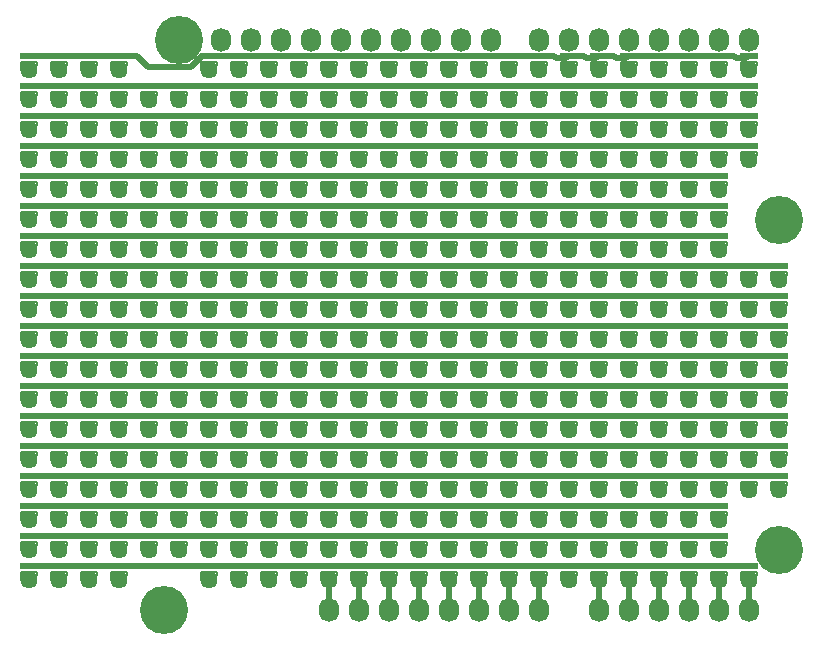
<source format=gbr>
G04 #@! TF.FileFunction,Copper,L2,Bot,Signal*
%FSLAX46Y46*%
G04 Gerber Fmt 4.6, Leading zero omitted, Abs format (unit mm)*
G04 Created by KiCad (PCBNEW 4.0.2-stable) date 5/9/2017 3:48:31 PM*
%MOMM*%
G01*
G04 APERTURE LIST*
%ADD10C,0.100000*%
%ADD11C,0.177800*%
%ADD12O,1.727200X2.032000*%
%ADD13C,4.064000*%
%ADD14C,1.447800*%
%ADD15R,1.524000X0.508000*%
%ADD16C,0.508000*%
%ADD17C,0.507800*%
G04 APERTURE END LIST*
D10*
D11*
X177495200Y-113334800D02*
X176631600Y-113334800D01*
X176504600Y-113207800D02*
X176555400Y-113665000D01*
X177571400Y-113207800D02*
X176504600Y-113207800D01*
X177520600Y-113665000D02*
X177571400Y-113207800D01*
X177723800Y-113055400D02*
X177673000Y-113665000D01*
X177038000Y-113030000D02*
X177723800Y-113055400D01*
X176403000Y-113665000D02*
X177673000Y-113665000D01*
X176352200Y-113055400D02*
X176403000Y-113665000D01*
X177038000Y-113030000D02*
X176352200Y-113055400D01*
X177495200Y-110794800D02*
X176631600Y-110794800D01*
X176504600Y-110667800D02*
X176555400Y-111125000D01*
X177571400Y-110667800D02*
X176504600Y-110667800D01*
X177520600Y-111125000D02*
X177571400Y-110667800D01*
X177723800Y-110515400D02*
X177673000Y-111125000D01*
X177038000Y-110490000D02*
X177723800Y-110515400D01*
X176403000Y-111125000D02*
X177673000Y-111125000D01*
X176352200Y-110515400D02*
X176403000Y-111125000D01*
X177038000Y-110490000D02*
X176352200Y-110515400D01*
X177495200Y-108254800D02*
X176631600Y-108254800D01*
X176504600Y-108127800D02*
X176555400Y-108585000D01*
X177571400Y-108127800D02*
X176504600Y-108127800D01*
X177520600Y-108585000D02*
X177571400Y-108127800D01*
X177723800Y-107975400D02*
X177673000Y-108585000D01*
X177038000Y-107950000D02*
X177723800Y-107975400D01*
X176403000Y-108585000D02*
X177673000Y-108585000D01*
X176352200Y-107975400D02*
X176403000Y-108585000D01*
X177038000Y-107950000D02*
X176352200Y-107975400D01*
X177495200Y-105714800D02*
X176631600Y-105714800D01*
X176504600Y-105587800D02*
X176555400Y-106045000D01*
X177571400Y-105587800D02*
X176504600Y-105587800D01*
X177520600Y-106045000D02*
X177571400Y-105587800D01*
X177723800Y-105435400D02*
X177673000Y-106045000D01*
X177038000Y-105410000D02*
X177723800Y-105435400D01*
X176403000Y-106045000D02*
X177673000Y-106045000D01*
X176352200Y-105435400D02*
X176403000Y-106045000D01*
X177038000Y-105410000D02*
X176352200Y-105435400D01*
X177495200Y-103174800D02*
X176631600Y-103174800D01*
X176504600Y-103047800D02*
X176555400Y-103505000D01*
X177571400Y-103047800D02*
X176504600Y-103047800D01*
X177520600Y-103505000D02*
X177571400Y-103047800D01*
X177723800Y-102895400D02*
X177673000Y-103505000D01*
X177038000Y-102870000D02*
X177723800Y-102895400D01*
X176403000Y-103505000D02*
X177673000Y-103505000D01*
X176352200Y-102895400D02*
X176403000Y-103505000D01*
X177038000Y-102870000D02*
X176352200Y-102895400D01*
X177495200Y-100634800D02*
X176631600Y-100634800D01*
X176504600Y-100507800D02*
X176555400Y-100965000D01*
X177571400Y-100507800D02*
X176504600Y-100507800D01*
X177520600Y-100965000D02*
X177571400Y-100507800D01*
X177723800Y-100355400D02*
X177673000Y-100965000D01*
X177038000Y-100330000D02*
X177723800Y-100355400D01*
X176403000Y-100965000D02*
X177673000Y-100965000D01*
X176352200Y-100355400D02*
X176403000Y-100965000D01*
X177038000Y-100330000D02*
X176352200Y-100355400D01*
X177495200Y-98094800D02*
X176631600Y-98094800D01*
X176504600Y-97967800D02*
X176555400Y-98425000D01*
X177571400Y-97967800D02*
X176504600Y-97967800D01*
X177520600Y-98425000D02*
X177571400Y-97967800D01*
X177723800Y-97815400D02*
X177673000Y-98425000D01*
X177038000Y-97790000D02*
X177723800Y-97815400D01*
X176403000Y-98425000D02*
X177673000Y-98425000D01*
X176352200Y-97815400D02*
X176403000Y-98425000D01*
X177038000Y-97790000D02*
X176352200Y-97815400D01*
X177495200Y-95554800D02*
X176631600Y-95554800D01*
X176504600Y-95427800D02*
X176555400Y-95885000D01*
X177571400Y-95427800D02*
X176504600Y-95427800D01*
X177520600Y-95885000D02*
X177571400Y-95427800D01*
X177723800Y-95275400D02*
X177673000Y-95885000D01*
X177038000Y-95250000D02*
X177723800Y-95275400D01*
X176403000Y-95885000D02*
X177673000Y-95885000D01*
X176352200Y-95275400D02*
X176403000Y-95885000D01*
X177038000Y-95250000D02*
X176352200Y-95275400D01*
X174955200Y-120954800D02*
X174091600Y-120954800D01*
X173964600Y-120827800D02*
X174015400Y-121285000D01*
X175031400Y-120827800D02*
X173964600Y-120827800D01*
X174980600Y-121285000D02*
X175031400Y-120827800D01*
X175183800Y-120675400D02*
X175133000Y-121285000D01*
X174498000Y-120650000D02*
X175183800Y-120675400D01*
X173863000Y-121285000D02*
X175133000Y-121285000D01*
X173812200Y-120675400D02*
X173863000Y-121285000D01*
X174498000Y-120650000D02*
X173812200Y-120675400D01*
X174955200Y-113334800D02*
X174091600Y-113334800D01*
X173964600Y-113207800D02*
X174015400Y-113665000D01*
X175031400Y-113207800D02*
X173964600Y-113207800D01*
X174980600Y-113665000D02*
X175031400Y-113207800D01*
X175183800Y-113055400D02*
X175133000Y-113665000D01*
X174498000Y-113030000D02*
X175183800Y-113055400D01*
X173863000Y-113665000D02*
X175133000Y-113665000D01*
X173812200Y-113055400D02*
X173863000Y-113665000D01*
X174498000Y-113030000D02*
X173812200Y-113055400D01*
X174955200Y-110794800D02*
X174091600Y-110794800D01*
X173964600Y-110667800D02*
X174015400Y-111125000D01*
X175031400Y-110667800D02*
X173964600Y-110667800D01*
X174980600Y-111125000D02*
X175031400Y-110667800D01*
X175183800Y-110515400D02*
X175133000Y-111125000D01*
X174498000Y-110490000D02*
X175183800Y-110515400D01*
X173863000Y-111125000D02*
X175133000Y-111125000D01*
X173812200Y-110515400D02*
X173863000Y-111125000D01*
X174498000Y-110490000D02*
X173812200Y-110515400D01*
X174955200Y-108254800D02*
X174091600Y-108254800D01*
X173964600Y-108127800D02*
X174015400Y-108585000D01*
X175031400Y-108127800D02*
X173964600Y-108127800D01*
X174980600Y-108585000D02*
X175031400Y-108127800D01*
X175183800Y-107975400D02*
X175133000Y-108585000D01*
X174498000Y-107950000D02*
X175183800Y-107975400D01*
X173863000Y-108585000D02*
X175133000Y-108585000D01*
X173812200Y-107975400D02*
X173863000Y-108585000D01*
X174498000Y-107950000D02*
X173812200Y-107975400D01*
X174955200Y-105714800D02*
X174091600Y-105714800D01*
X173964600Y-105587800D02*
X174015400Y-106045000D01*
X175031400Y-105587800D02*
X173964600Y-105587800D01*
X174980600Y-106045000D02*
X175031400Y-105587800D01*
X175183800Y-105435400D02*
X175133000Y-106045000D01*
X174498000Y-105410000D02*
X175183800Y-105435400D01*
X173863000Y-106045000D02*
X175133000Y-106045000D01*
X173812200Y-105435400D02*
X173863000Y-106045000D01*
X174498000Y-105410000D02*
X173812200Y-105435400D01*
X174955200Y-103174800D02*
X174091600Y-103174800D01*
X173964600Y-103047800D02*
X174015400Y-103505000D01*
X175031400Y-103047800D02*
X173964600Y-103047800D01*
X174980600Y-103505000D02*
X175031400Y-103047800D01*
X175183800Y-102895400D02*
X175133000Y-103505000D01*
X174498000Y-102870000D02*
X175183800Y-102895400D01*
X173863000Y-103505000D02*
X175133000Y-103505000D01*
X173812200Y-102895400D02*
X173863000Y-103505000D01*
X174498000Y-102870000D02*
X173812200Y-102895400D01*
X174955200Y-100634800D02*
X174091600Y-100634800D01*
X173964600Y-100507800D02*
X174015400Y-100965000D01*
X175031400Y-100507800D02*
X173964600Y-100507800D01*
X174980600Y-100965000D02*
X175031400Y-100507800D01*
X175183800Y-100355400D02*
X175133000Y-100965000D01*
X174498000Y-100330000D02*
X175183800Y-100355400D01*
X173863000Y-100965000D02*
X175133000Y-100965000D01*
X173812200Y-100355400D02*
X173863000Y-100965000D01*
X174498000Y-100330000D02*
X173812200Y-100355400D01*
X174955200Y-98094800D02*
X174091600Y-98094800D01*
X173964600Y-97967800D02*
X174015400Y-98425000D01*
X175031400Y-97967800D02*
X173964600Y-97967800D01*
X174980600Y-98425000D02*
X175031400Y-97967800D01*
X175183800Y-97815400D02*
X175133000Y-98425000D01*
X174498000Y-97790000D02*
X175183800Y-97815400D01*
X173863000Y-98425000D02*
X175133000Y-98425000D01*
X173812200Y-97815400D02*
X173863000Y-98425000D01*
X174498000Y-97790000D02*
X173812200Y-97815400D01*
X174955200Y-95554800D02*
X174091600Y-95554800D01*
X173964600Y-95427800D02*
X174015400Y-95885000D01*
X175031400Y-95427800D02*
X173964600Y-95427800D01*
X174980600Y-95885000D02*
X175031400Y-95427800D01*
X175183800Y-95275400D02*
X175133000Y-95885000D01*
X174498000Y-95250000D02*
X175183800Y-95275400D01*
X173863000Y-95885000D02*
X175133000Y-95885000D01*
X173812200Y-95275400D02*
X173863000Y-95885000D01*
X174498000Y-95250000D02*
X173812200Y-95275400D01*
X174955200Y-85394800D02*
X174091600Y-85394800D01*
X173964600Y-85267800D02*
X174015400Y-85725000D01*
X175031400Y-85267800D02*
X173964600Y-85267800D01*
X174980600Y-85725000D02*
X175031400Y-85267800D01*
X175183800Y-85115400D02*
X175133000Y-85725000D01*
X174498000Y-85090000D02*
X175183800Y-85115400D01*
X173863000Y-85725000D02*
X175133000Y-85725000D01*
X173812200Y-85115400D02*
X173863000Y-85725000D01*
X174498000Y-85090000D02*
X173812200Y-85115400D01*
X174955200Y-82854800D02*
X174091600Y-82854800D01*
X173964600Y-82727800D02*
X174015400Y-83185000D01*
X175031400Y-82727800D02*
X173964600Y-82727800D01*
X174980600Y-83185000D02*
X175031400Y-82727800D01*
X175183800Y-82575400D02*
X175133000Y-83185000D01*
X174498000Y-82550000D02*
X175183800Y-82575400D01*
X173863000Y-83185000D02*
X175133000Y-83185000D01*
X173812200Y-82575400D02*
X173863000Y-83185000D01*
X174498000Y-82550000D02*
X173812200Y-82575400D01*
X174955200Y-80314800D02*
X174091600Y-80314800D01*
X173964600Y-80187800D02*
X174015400Y-80645000D01*
X175031400Y-80187800D02*
X173964600Y-80187800D01*
X174980600Y-80645000D02*
X175031400Y-80187800D01*
X175183800Y-80035400D02*
X175133000Y-80645000D01*
X174498000Y-80010000D02*
X175183800Y-80035400D01*
X173863000Y-80645000D02*
X175133000Y-80645000D01*
X173812200Y-80035400D02*
X173863000Y-80645000D01*
X174498000Y-80010000D02*
X173812200Y-80035400D01*
X174955200Y-77774800D02*
X174091600Y-77774800D01*
X173964600Y-77647800D02*
X174015400Y-78105000D01*
X175031400Y-77647800D02*
X173964600Y-77647800D01*
X174980600Y-78105000D02*
X175031400Y-77647800D01*
X175183800Y-77495400D02*
X175133000Y-78105000D01*
X174498000Y-77470000D02*
X175183800Y-77495400D01*
X173863000Y-78105000D02*
X175133000Y-78105000D01*
X173812200Y-77495400D02*
X173863000Y-78105000D01*
X174498000Y-77470000D02*
X173812200Y-77495400D01*
X172415200Y-120954800D02*
X171551600Y-120954800D01*
X171424600Y-120827800D02*
X171475400Y-121285000D01*
X172491400Y-120827800D02*
X171424600Y-120827800D01*
X172440600Y-121285000D02*
X172491400Y-120827800D01*
X172643800Y-120675400D02*
X172593000Y-121285000D01*
X171958000Y-120650000D02*
X172643800Y-120675400D01*
X171323000Y-121285000D02*
X172593000Y-121285000D01*
X171272200Y-120675400D02*
X171323000Y-121285000D01*
X171958000Y-120650000D02*
X171272200Y-120675400D01*
X172415200Y-118414800D02*
X171551600Y-118414800D01*
X171424600Y-118287800D02*
X171475400Y-118745000D01*
X172491400Y-118287800D02*
X171424600Y-118287800D01*
X172440600Y-118745000D02*
X172491400Y-118287800D01*
X172643800Y-118135400D02*
X172593000Y-118745000D01*
X171958000Y-118110000D02*
X172643800Y-118135400D01*
X171323000Y-118745000D02*
X172593000Y-118745000D01*
X171272200Y-118135400D02*
X171323000Y-118745000D01*
X171958000Y-118110000D02*
X171272200Y-118135400D01*
X172415200Y-115874800D02*
X171551600Y-115874800D01*
X171424600Y-115747800D02*
X171475400Y-116205000D01*
X172491400Y-115747800D02*
X171424600Y-115747800D01*
X172440600Y-116205000D02*
X172491400Y-115747800D01*
X172643800Y-115595400D02*
X172593000Y-116205000D01*
X171958000Y-115570000D02*
X172643800Y-115595400D01*
X171323000Y-116205000D02*
X172593000Y-116205000D01*
X171272200Y-115595400D02*
X171323000Y-116205000D01*
X171958000Y-115570000D02*
X171272200Y-115595400D01*
X172415200Y-113334800D02*
X171551600Y-113334800D01*
X171424600Y-113207800D02*
X171475400Y-113665000D01*
X172491400Y-113207800D02*
X171424600Y-113207800D01*
X172440600Y-113665000D02*
X172491400Y-113207800D01*
X172643800Y-113055400D02*
X172593000Y-113665000D01*
X171958000Y-113030000D02*
X172643800Y-113055400D01*
X171323000Y-113665000D02*
X172593000Y-113665000D01*
X171272200Y-113055400D02*
X171323000Y-113665000D01*
X171958000Y-113030000D02*
X171272200Y-113055400D01*
X172415200Y-110794800D02*
X171551600Y-110794800D01*
X171424600Y-110667800D02*
X171475400Y-111125000D01*
X172491400Y-110667800D02*
X171424600Y-110667800D01*
X172440600Y-111125000D02*
X172491400Y-110667800D01*
X172643800Y-110515400D02*
X172593000Y-111125000D01*
X171958000Y-110490000D02*
X172643800Y-110515400D01*
X171323000Y-111125000D02*
X172593000Y-111125000D01*
X171272200Y-110515400D02*
X171323000Y-111125000D01*
X171958000Y-110490000D02*
X171272200Y-110515400D01*
X172415200Y-108254800D02*
X171551600Y-108254800D01*
X171424600Y-108127800D02*
X171475400Y-108585000D01*
X172491400Y-108127800D02*
X171424600Y-108127800D01*
X172440600Y-108585000D02*
X172491400Y-108127800D01*
X172643800Y-107975400D02*
X172593000Y-108585000D01*
X171958000Y-107950000D02*
X172643800Y-107975400D01*
X171323000Y-108585000D02*
X172593000Y-108585000D01*
X171272200Y-107975400D02*
X171323000Y-108585000D01*
X171958000Y-107950000D02*
X171272200Y-107975400D01*
X172415200Y-105714800D02*
X171551600Y-105714800D01*
X171424600Y-105587800D02*
X171475400Y-106045000D01*
X172491400Y-105587800D02*
X171424600Y-105587800D01*
X172440600Y-106045000D02*
X172491400Y-105587800D01*
X172643800Y-105435400D02*
X172593000Y-106045000D01*
X171958000Y-105410000D02*
X172643800Y-105435400D01*
X171323000Y-106045000D02*
X172593000Y-106045000D01*
X171272200Y-105435400D02*
X171323000Y-106045000D01*
X171958000Y-105410000D02*
X171272200Y-105435400D01*
X172415200Y-103174800D02*
X171551600Y-103174800D01*
X171424600Y-103047800D02*
X171475400Y-103505000D01*
X172491400Y-103047800D02*
X171424600Y-103047800D01*
X172440600Y-103505000D02*
X172491400Y-103047800D01*
X172643800Y-102895400D02*
X172593000Y-103505000D01*
X171958000Y-102870000D02*
X172643800Y-102895400D01*
X171323000Y-103505000D02*
X172593000Y-103505000D01*
X171272200Y-102895400D02*
X171323000Y-103505000D01*
X171958000Y-102870000D02*
X171272200Y-102895400D01*
X172415200Y-100634800D02*
X171551600Y-100634800D01*
X171424600Y-100507800D02*
X171475400Y-100965000D01*
X172491400Y-100507800D02*
X171424600Y-100507800D01*
X172440600Y-100965000D02*
X172491400Y-100507800D01*
X172643800Y-100355400D02*
X172593000Y-100965000D01*
X171958000Y-100330000D02*
X172643800Y-100355400D01*
X171323000Y-100965000D02*
X172593000Y-100965000D01*
X171272200Y-100355400D02*
X171323000Y-100965000D01*
X171958000Y-100330000D02*
X171272200Y-100355400D01*
X172415200Y-98094800D02*
X171551600Y-98094800D01*
X171424600Y-97967800D02*
X171475400Y-98425000D01*
X172491400Y-97967800D02*
X171424600Y-97967800D01*
X172440600Y-98425000D02*
X172491400Y-97967800D01*
X172643800Y-97815400D02*
X172593000Y-98425000D01*
X171958000Y-97790000D02*
X172643800Y-97815400D01*
X171323000Y-98425000D02*
X172593000Y-98425000D01*
X171272200Y-97815400D02*
X171323000Y-98425000D01*
X171958000Y-97790000D02*
X171272200Y-97815400D01*
X172415200Y-95554800D02*
X171551600Y-95554800D01*
X171424600Y-95427800D02*
X171475400Y-95885000D01*
X172491400Y-95427800D02*
X171424600Y-95427800D01*
X172440600Y-95885000D02*
X172491400Y-95427800D01*
X172643800Y-95275400D02*
X172593000Y-95885000D01*
X171958000Y-95250000D02*
X172643800Y-95275400D01*
X171323000Y-95885000D02*
X172593000Y-95885000D01*
X171272200Y-95275400D02*
X171323000Y-95885000D01*
X171958000Y-95250000D02*
X171272200Y-95275400D01*
X172415200Y-93014800D02*
X171551600Y-93014800D01*
X171424600Y-92887800D02*
X171475400Y-93345000D01*
X172491400Y-92887800D02*
X171424600Y-92887800D01*
X172440600Y-93345000D02*
X172491400Y-92887800D01*
X172643800Y-92735400D02*
X172593000Y-93345000D01*
X171958000Y-92710000D02*
X172643800Y-92735400D01*
X171323000Y-93345000D02*
X172593000Y-93345000D01*
X171272200Y-92735400D02*
X171323000Y-93345000D01*
X171958000Y-92710000D02*
X171272200Y-92735400D01*
X172415200Y-90474800D02*
X171551600Y-90474800D01*
X171424600Y-90347800D02*
X171475400Y-90805000D01*
X172491400Y-90347800D02*
X171424600Y-90347800D01*
X172440600Y-90805000D02*
X172491400Y-90347800D01*
X172643800Y-90195400D02*
X172593000Y-90805000D01*
X171958000Y-90170000D02*
X172643800Y-90195400D01*
X171323000Y-90805000D02*
X172593000Y-90805000D01*
X171272200Y-90195400D02*
X171323000Y-90805000D01*
X171958000Y-90170000D02*
X171272200Y-90195400D01*
X172415200Y-87934800D02*
X171551600Y-87934800D01*
X171424600Y-87807800D02*
X171475400Y-88265000D01*
X172491400Y-87807800D02*
X171424600Y-87807800D01*
X172440600Y-88265000D02*
X172491400Y-87807800D01*
X172643800Y-87655400D02*
X172593000Y-88265000D01*
X171958000Y-87630000D02*
X172643800Y-87655400D01*
X171323000Y-88265000D02*
X172593000Y-88265000D01*
X171272200Y-87655400D02*
X171323000Y-88265000D01*
X171958000Y-87630000D02*
X171272200Y-87655400D01*
X172415200Y-85394800D02*
X171551600Y-85394800D01*
X171424600Y-85267800D02*
X171475400Y-85725000D01*
X172491400Y-85267800D02*
X171424600Y-85267800D01*
X172440600Y-85725000D02*
X172491400Y-85267800D01*
X172643800Y-85115400D02*
X172593000Y-85725000D01*
X171958000Y-85090000D02*
X172643800Y-85115400D01*
X171323000Y-85725000D02*
X172593000Y-85725000D01*
X171272200Y-85115400D02*
X171323000Y-85725000D01*
X171958000Y-85090000D02*
X171272200Y-85115400D01*
X172415200Y-82854800D02*
X171551600Y-82854800D01*
X171424600Y-82727800D02*
X171475400Y-83185000D01*
X172491400Y-82727800D02*
X171424600Y-82727800D01*
X172440600Y-83185000D02*
X172491400Y-82727800D01*
X172643800Y-82575400D02*
X172593000Y-83185000D01*
X171958000Y-82550000D02*
X172643800Y-82575400D01*
X171323000Y-83185000D02*
X172593000Y-83185000D01*
X171272200Y-82575400D02*
X171323000Y-83185000D01*
X171958000Y-82550000D02*
X171272200Y-82575400D01*
X172415200Y-80314800D02*
X171551600Y-80314800D01*
X171424600Y-80187800D02*
X171475400Y-80645000D01*
X172491400Y-80187800D02*
X171424600Y-80187800D01*
X172440600Y-80645000D02*
X172491400Y-80187800D01*
X172643800Y-80035400D02*
X172593000Y-80645000D01*
X171958000Y-80010000D02*
X172643800Y-80035400D01*
X171323000Y-80645000D02*
X172593000Y-80645000D01*
X171272200Y-80035400D02*
X171323000Y-80645000D01*
X171958000Y-80010000D02*
X171272200Y-80035400D01*
X172415200Y-77774800D02*
X171551600Y-77774800D01*
X171424600Y-77647800D02*
X171475400Y-78105000D01*
X172491400Y-77647800D02*
X171424600Y-77647800D01*
X172440600Y-78105000D02*
X172491400Y-77647800D01*
X172643800Y-77495400D02*
X172593000Y-78105000D01*
X171958000Y-77470000D02*
X172643800Y-77495400D01*
X171323000Y-78105000D02*
X172593000Y-78105000D01*
X171272200Y-77495400D02*
X171323000Y-78105000D01*
X171958000Y-77470000D02*
X171272200Y-77495400D01*
X169875200Y-120954800D02*
X169011600Y-120954800D01*
X168884600Y-120827800D02*
X168935400Y-121285000D01*
X169951400Y-120827800D02*
X168884600Y-120827800D01*
X169900600Y-121285000D02*
X169951400Y-120827800D01*
X170103800Y-120675400D02*
X170053000Y-121285000D01*
X169418000Y-120650000D02*
X170103800Y-120675400D01*
X168783000Y-121285000D02*
X170053000Y-121285000D01*
X168732200Y-120675400D02*
X168783000Y-121285000D01*
X169418000Y-120650000D02*
X168732200Y-120675400D01*
X169875200Y-118414800D02*
X169011600Y-118414800D01*
X168884600Y-118287800D02*
X168935400Y-118745000D01*
X169951400Y-118287800D02*
X168884600Y-118287800D01*
X169900600Y-118745000D02*
X169951400Y-118287800D01*
X170103800Y-118135400D02*
X170053000Y-118745000D01*
X169418000Y-118110000D02*
X170103800Y-118135400D01*
X168783000Y-118745000D02*
X170053000Y-118745000D01*
X168732200Y-118135400D02*
X168783000Y-118745000D01*
X169418000Y-118110000D02*
X168732200Y-118135400D01*
X169875200Y-115874800D02*
X169011600Y-115874800D01*
X168884600Y-115747800D02*
X168935400Y-116205000D01*
X169951400Y-115747800D02*
X168884600Y-115747800D01*
X169900600Y-116205000D02*
X169951400Y-115747800D01*
X170103800Y-115595400D02*
X170053000Y-116205000D01*
X169418000Y-115570000D02*
X170103800Y-115595400D01*
X168783000Y-116205000D02*
X170053000Y-116205000D01*
X168732200Y-115595400D02*
X168783000Y-116205000D01*
X169418000Y-115570000D02*
X168732200Y-115595400D01*
X169875200Y-113334800D02*
X169011600Y-113334800D01*
X168884600Y-113207800D02*
X168935400Y-113665000D01*
X169951400Y-113207800D02*
X168884600Y-113207800D01*
X169900600Y-113665000D02*
X169951400Y-113207800D01*
X170103800Y-113055400D02*
X170053000Y-113665000D01*
X169418000Y-113030000D02*
X170103800Y-113055400D01*
X168783000Y-113665000D02*
X170053000Y-113665000D01*
X168732200Y-113055400D02*
X168783000Y-113665000D01*
X169418000Y-113030000D02*
X168732200Y-113055400D01*
X169875200Y-110794800D02*
X169011600Y-110794800D01*
X168884600Y-110667800D02*
X168935400Y-111125000D01*
X169951400Y-110667800D02*
X168884600Y-110667800D01*
X169900600Y-111125000D02*
X169951400Y-110667800D01*
X170103800Y-110515400D02*
X170053000Y-111125000D01*
X169418000Y-110490000D02*
X170103800Y-110515400D01*
X168783000Y-111125000D02*
X170053000Y-111125000D01*
X168732200Y-110515400D02*
X168783000Y-111125000D01*
X169418000Y-110490000D02*
X168732200Y-110515400D01*
X169875200Y-108254800D02*
X169011600Y-108254800D01*
X168884600Y-108127800D02*
X168935400Y-108585000D01*
X169951400Y-108127800D02*
X168884600Y-108127800D01*
X169900600Y-108585000D02*
X169951400Y-108127800D01*
X170103800Y-107975400D02*
X170053000Y-108585000D01*
X169418000Y-107950000D02*
X170103800Y-107975400D01*
X168783000Y-108585000D02*
X170053000Y-108585000D01*
X168732200Y-107975400D02*
X168783000Y-108585000D01*
X169418000Y-107950000D02*
X168732200Y-107975400D01*
X169875200Y-105714800D02*
X169011600Y-105714800D01*
X168884600Y-105587800D02*
X168935400Y-106045000D01*
X169951400Y-105587800D02*
X168884600Y-105587800D01*
X169900600Y-106045000D02*
X169951400Y-105587800D01*
X170103800Y-105435400D02*
X170053000Y-106045000D01*
X169418000Y-105410000D02*
X170103800Y-105435400D01*
X168783000Y-106045000D02*
X170053000Y-106045000D01*
X168732200Y-105435400D02*
X168783000Y-106045000D01*
X169418000Y-105410000D02*
X168732200Y-105435400D01*
X169875200Y-103174800D02*
X169011600Y-103174800D01*
X168884600Y-103047800D02*
X168935400Y-103505000D01*
X169951400Y-103047800D02*
X168884600Y-103047800D01*
X169900600Y-103505000D02*
X169951400Y-103047800D01*
X170103800Y-102895400D02*
X170053000Y-103505000D01*
X169418000Y-102870000D02*
X170103800Y-102895400D01*
X168783000Y-103505000D02*
X170053000Y-103505000D01*
X168732200Y-102895400D02*
X168783000Y-103505000D01*
X169418000Y-102870000D02*
X168732200Y-102895400D01*
X169875200Y-100634800D02*
X169011600Y-100634800D01*
X168884600Y-100507800D02*
X168935400Y-100965000D01*
X169951400Y-100507800D02*
X168884600Y-100507800D01*
X169900600Y-100965000D02*
X169951400Y-100507800D01*
X170103800Y-100355400D02*
X170053000Y-100965000D01*
X169418000Y-100330000D02*
X170103800Y-100355400D01*
X168783000Y-100965000D02*
X170053000Y-100965000D01*
X168732200Y-100355400D02*
X168783000Y-100965000D01*
X169418000Y-100330000D02*
X168732200Y-100355400D01*
X169875200Y-98094800D02*
X169011600Y-98094800D01*
X168884600Y-97967800D02*
X168935400Y-98425000D01*
X169951400Y-97967800D02*
X168884600Y-97967800D01*
X169900600Y-98425000D02*
X169951400Y-97967800D01*
X170103800Y-97815400D02*
X170053000Y-98425000D01*
X169418000Y-97790000D02*
X170103800Y-97815400D01*
X168783000Y-98425000D02*
X170053000Y-98425000D01*
X168732200Y-97815400D02*
X168783000Y-98425000D01*
X169418000Y-97790000D02*
X168732200Y-97815400D01*
X169875200Y-95554800D02*
X169011600Y-95554800D01*
X168884600Y-95427800D02*
X168935400Y-95885000D01*
X169951400Y-95427800D02*
X168884600Y-95427800D01*
X169900600Y-95885000D02*
X169951400Y-95427800D01*
X170103800Y-95275400D02*
X170053000Y-95885000D01*
X169418000Y-95250000D02*
X170103800Y-95275400D01*
X168783000Y-95885000D02*
X170053000Y-95885000D01*
X168732200Y-95275400D02*
X168783000Y-95885000D01*
X169418000Y-95250000D02*
X168732200Y-95275400D01*
X169875200Y-93014800D02*
X169011600Y-93014800D01*
X168884600Y-92887800D02*
X168935400Y-93345000D01*
X169951400Y-92887800D02*
X168884600Y-92887800D01*
X169900600Y-93345000D02*
X169951400Y-92887800D01*
X170103800Y-92735400D02*
X170053000Y-93345000D01*
X169418000Y-92710000D02*
X170103800Y-92735400D01*
X168783000Y-93345000D02*
X170053000Y-93345000D01*
X168732200Y-92735400D02*
X168783000Y-93345000D01*
X169418000Y-92710000D02*
X168732200Y-92735400D01*
X169875200Y-90474800D02*
X169011600Y-90474800D01*
X168884600Y-90347800D02*
X168935400Y-90805000D01*
X169951400Y-90347800D02*
X168884600Y-90347800D01*
X169900600Y-90805000D02*
X169951400Y-90347800D01*
X170103800Y-90195400D02*
X170053000Y-90805000D01*
X169418000Y-90170000D02*
X170103800Y-90195400D01*
X168783000Y-90805000D02*
X170053000Y-90805000D01*
X168732200Y-90195400D02*
X168783000Y-90805000D01*
X169418000Y-90170000D02*
X168732200Y-90195400D01*
X169875200Y-87934800D02*
X169011600Y-87934800D01*
X168884600Y-87807800D02*
X168935400Y-88265000D01*
X169951400Y-87807800D02*
X168884600Y-87807800D01*
X169900600Y-88265000D02*
X169951400Y-87807800D01*
X170103800Y-87655400D02*
X170053000Y-88265000D01*
X169418000Y-87630000D02*
X170103800Y-87655400D01*
X168783000Y-88265000D02*
X170053000Y-88265000D01*
X168732200Y-87655400D02*
X168783000Y-88265000D01*
X169418000Y-87630000D02*
X168732200Y-87655400D01*
X169875200Y-85394800D02*
X169011600Y-85394800D01*
X168884600Y-85267800D02*
X168935400Y-85725000D01*
X169951400Y-85267800D02*
X168884600Y-85267800D01*
X169900600Y-85725000D02*
X169951400Y-85267800D01*
X170103800Y-85115400D02*
X170053000Y-85725000D01*
X169418000Y-85090000D02*
X170103800Y-85115400D01*
X168783000Y-85725000D02*
X170053000Y-85725000D01*
X168732200Y-85115400D02*
X168783000Y-85725000D01*
X169418000Y-85090000D02*
X168732200Y-85115400D01*
X169875200Y-82854800D02*
X169011600Y-82854800D01*
X168884600Y-82727800D02*
X168935400Y-83185000D01*
X169951400Y-82727800D02*
X168884600Y-82727800D01*
X169900600Y-83185000D02*
X169951400Y-82727800D01*
X170103800Y-82575400D02*
X170053000Y-83185000D01*
X169418000Y-82550000D02*
X170103800Y-82575400D01*
X168783000Y-83185000D02*
X170053000Y-83185000D01*
X168732200Y-82575400D02*
X168783000Y-83185000D01*
X169418000Y-82550000D02*
X168732200Y-82575400D01*
X169875200Y-80314800D02*
X169011600Y-80314800D01*
X168884600Y-80187800D02*
X168935400Y-80645000D01*
X169951400Y-80187800D02*
X168884600Y-80187800D01*
X169900600Y-80645000D02*
X169951400Y-80187800D01*
X170103800Y-80035400D02*
X170053000Y-80645000D01*
X169418000Y-80010000D02*
X170103800Y-80035400D01*
X168783000Y-80645000D02*
X170053000Y-80645000D01*
X168732200Y-80035400D02*
X168783000Y-80645000D01*
X169418000Y-80010000D02*
X168732200Y-80035400D01*
X169875200Y-77774800D02*
X169011600Y-77774800D01*
X168884600Y-77647800D02*
X168935400Y-78105000D01*
X169951400Y-77647800D02*
X168884600Y-77647800D01*
X169900600Y-78105000D02*
X169951400Y-77647800D01*
X170103800Y-77495400D02*
X170053000Y-78105000D01*
X169418000Y-77470000D02*
X170103800Y-77495400D01*
X168783000Y-78105000D02*
X170053000Y-78105000D01*
X168732200Y-77495400D02*
X168783000Y-78105000D01*
X169418000Y-77470000D02*
X168732200Y-77495400D01*
X167335200Y-120954800D02*
X166471600Y-120954800D01*
X166344600Y-120827800D02*
X166395400Y-121285000D01*
X167411400Y-120827800D02*
X166344600Y-120827800D01*
X167360600Y-121285000D02*
X167411400Y-120827800D01*
X167563800Y-120675400D02*
X167513000Y-121285000D01*
X166878000Y-120650000D02*
X167563800Y-120675400D01*
X166243000Y-121285000D02*
X167513000Y-121285000D01*
X166192200Y-120675400D02*
X166243000Y-121285000D01*
X166878000Y-120650000D02*
X166192200Y-120675400D01*
X167335200Y-118414800D02*
X166471600Y-118414800D01*
X166344600Y-118287800D02*
X166395400Y-118745000D01*
X167411400Y-118287800D02*
X166344600Y-118287800D01*
X167360600Y-118745000D02*
X167411400Y-118287800D01*
X167563800Y-118135400D02*
X167513000Y-118745000D01*
X166878000Y-118110000D02*
X167563800Y-118135400D01*
X166243000Y-118745000D02*
X167513000Y-118745000D01*
X166192200Y-118135400D02*
X166243000Y-118745000D01*
X166878000Y-118110000D02*
X166192200Y-118135400D01*
X167335200Y-115874800D02*
X166471600Y-115874800D01*
X166344600Y-115747800D02*
X166395400Y-116205000D01*
X167411400Y-115747800D02*
X166344600Y-115747800D01*
X167360600Y-116205000D02*
X167411400Y-115747800D01*
X167563800Y-115595400D02*
X167513000Y-116205000D01*
X166878000Y-115570000D02*
X167563800Y-115595400D01*
X166243000Y-116205000D02*
X167513000Y-116205000D01*
X166192200Y-115595400D02*
X166243000Y-116205000D01*
X166878000Y-115570000D02*
X166192200Y-115595400D01*
X167335200Y-113334800D02*
X166471600Y-113334800D01*
X166344600Y-113207800D02*
X166395400Y-113665000D01*
X167411400Y-113207800D02*
X166344600Y-113207800D01*
X167360600Y-113665000D02*
X167411400Y-113207800D01*
X167563800Y-113055400D02*
X167513000Y-113665000D01*
X166878000Y-113030000D02*
X167563800Y-113055400D01*
X166243000Y-113665000D02*
X167513000Y-113665000D01*
X166192200Y-113055400D02*
X166243000Y-113665000D01*
X166878000Y-113030000D02*
X166192200Y-113055400D01*
X167335200Y-110794800D02*
X166471600Y-110794800D01*
X166344600Y-110667800D02*
X166395400Y-111125000D01*
X167411400Y-110667800D02*
X166344600Y-110667800D01*
X167360600Y-111125000D02*
X167411400Y-110667800D01*
X167563800Y-110515400D02*
X167513000Y-111125000D01*
X166878000Y-110490000D02*
X167563800Y-110515400D01*
X166243000Y-111125000D02*
X167513000Y-111125000D01*
X166192200Y-110515400D02*
X166243000Y-111125000D01*
X166878000Y-110490000D02*
X166192200Y-110515400D01*
X167335200Y-108254800D02*
X166471600Y-108254800D01*
X166344600Y-108127800D02*
X166395400Y-108585000D01*
X167411400Y-108127800D02*
X166344600Y-108127800D01*
X167360600Y-108585000D02*
X167411400Y-108127800D01*
X167563800Y-107975400D02*
X167513000Y-108585000D01*
X166878000Y-107950000D02*
X167563800Y-107975400D01*
X166243000Y-108585000D02*
X167513000Y-108585000D01*
X166192200Y-107975400D02*
X166243000Y-108585000D01*
X166878000Y-107950000D02*
X166192200Y-107975400D01*
X167335200Y-105714800D02*
X166471600Y-105714800D01*
X166344600Y-105587800D02*
X166395400Y-106045000D01*
X167411400Y-105587800D02*
X166344600Y-105587800D01*
X167360600Y-106045000D02*
X167411400Y-105587800D01*
X167563800Y-105435400D02*
X167513000Y-106045000D01*
X166878000Y-105410000D02*
X167563800Y-105435400D01*
X166243000Y-106045000D02*
X167513000Y-106045000D01*
X166192200Y-105435400D02*
X166243000Y-106045000D01*
X166878000Y-105410000D02*
X166192200Y-105435400D01*
X167335200Y-103174800D02*
X166471600Y-103174800D01*
X166344600Y-103047800D02*
X166395400Y-103505000D01*
X167411400Y-103047800D02*
X166344600Y-103047800D01*
X167360600Y-103505000D02*
X167411400Y-103047800D01*
X167563800Y-102895400D02*
X167513000Y-103505000D01*
X166878000Y-102870000D02*
X167563800Y-102895400D01*
X166243000Y-103505000D02*
X167513000Y-103505000D01*
X166192200Y-102895400D02*
X166243000Y-103505000D01*
X166878000Y-102870000D02*
X166192200Y-102895400D01*
X167335200Y-100634800D02*
X166471600Y-100634800D01*
X166344600Y-100507800D02*
X166395400Y-100965000D01*
X167411400Y-100507800D02*
X166344600Y-100507800D01*
X167360600Y-100965000D02*
X167411400Y-100507800D01*
X167563800Y-100355400D02*
X167513000Y-100965000D01*
X166878000Y-100330000D02*
X167563800Y-100355400D01*
X166243000Y-100965000D02*
X167513000Y-100965000D01*
X166192200Y-100355400D02*
X166243000Y-100965000D01*
X166878000Y-100330000D02*
X166192200Y-100355400D01*
X167335200Y-98094800D02*
X166471600Y-98094800D01*
X166344600Y-97967800D02*
X166395400Y-98425000D01*
X167411400Y-97967800D02*
X166344600Y-97967800D01*
X167360600Y-98425000D02*
X167411400Y-97967800D01*
X167563800Y-97815400D02*
X167513000Y-98425000D01*
X166878000Y-97790000D02*
X167563800Y-97815400D01*
X166243000Y-98425000D02*
X167513000Y-98425000D01*
X166192200Y-97815400D02*
X166243000Y-98425000D01*
X166878000Y-97790000D02*
X166192200Y-97815400D01*
X167335200Y-95554800D02*
X166471600Y-95554800D01*
X166344600Y-95427800D02*
X166395400Y-95885000D01*
X167411400Y-95427800D02*
X166344600Y-95427800D01*
X167360600Y-95885000D02*
X167411400Y-95427800D01*
X167563800Y-95275400D02*
X167513000Y-95885000D01*
X166878000Y-95250000D02*
X167563800Y-95275400D01*
X166243000Y-95885000D02*
X167513000Y-95885000D01*
X166192200Y-95275400D02*
X166243000Y-95885000D01*
X166878000Y-95250000D02*
X166192200Y-95275400D01*
X167335200Y-93014800D02*
X166471600Y-93014800D01*
X166344600Y-92887800D02*
X166395400Y-93345000D01*
X167411400Y-92887800D02*
X166344600Y-92887800D01*
X167360600Y-93345000D02*
X167411400Y-92887800D01*
X167563800Y-92735400D02*
X167513000Y-93345000D01*
X166878000Y-92710000D02*
X167563800Y-92735400D01*
X166243000Y-93345000D02*
X167513000Y-93345000D01*
X166192200Y-92735400D02*
X166243000Y-93345000D01*
X166878000Y-92710000D02*
X166192200Y-92735400D01*
X167335200Y-90474800D02*
X166471600Y-90474800D01*
X166344600Y-90347800D02*
X166395400Y-90805000D01*
X167411400Y-90347800D02*
X166344600Y-90347800D01*
X167360600Y-90805000D02*
X167411400Y-90347800D01*
X167563800Y-90195400D02*
X167513000Y-90805000D01*
X166878000Y-90170000D02*
X167563800Y-90195400D01*
X166243000Y-90805000D02*
X167513000Y-90805000D01*
X166192200Y-90195400D02*
X166243000Y-90805000D01*
X166878000Y-90170000D02*
X166192200Y-90195400D01*
X167335200Y-87934800D02*
X166471600Y-87934800D01*
X166344600Y-87807800D02*
X166395400Y-88265000D01*
X167411400Y-87807800D02*
X166344600Y-87807800D01*
X167360600Y-88265000D02*
X167411400Y-87807800D01*
X167563800Y-87655400D02*
X167513000Y-88265000D01*
X166878000Y-87630000D02*
X167563800Y-87655400D01*
X166243000Y-88265000D02*
X167513000Y-88265000D01*
X166192200Y-87655400D02*
X166243000Y-88265000D01*
X166878000Y-87630000D02*
X166192200Y-87655400D01*
X167335200Y-85394800D02*
X166471600Y-85394800D01*
X166344600Y-85267800D02*
X166395400Y-85725000D01*
X167411400Y-85267800D02*
X166344600Y-85267800D01*
X167360600Y-85725000D02*
X167411400Y-85267800D01*
X167563800Y-85115400D02*
X167513000Y-85725000D01*
X166878000Y-85090000D02*
X167563800Y-85115400D01*
X166243000Y-85725000D02*
X167513000Y-85725000D01*
X166192200Y-85115400D02*
X166243000Y-85725000D01*
X166878000Y-85090000D02*
X166192200Y-85115400D01*
X167335200Y-82854800D02*
X166471600Y-82854800D01*
X166344600Y-82727800D02*
X166395400Y-83185000D01*
X167411400Y-82727800D02*
X166344600Y-82727800D01*
X167360600Y-83185000D02*
X167411400Y-82727800D01*
X167563800Y-82575400D02*
X167513000Y-83185000D01*
X166878000Y-82550000D02*
X167563800Y-82575400D01*
X166243000Y-83185000D02*
X167513000Y-83185000D01*
X166192200Y-82575400D02*
X166243000Y-83185000D01*
X166878000Y-82550000D02*
X166192200Y-82575400D01*
X167335200Y-80314800D02*
X166471600Y-80314800D01*
X166344600Y-80187800D02*
X166395400Y-80645000D01*
X167411400Y-80187800D02*
X166344600Y-80187800D01*
X167360600Y-80645000D02*
X167411400Y-80187800D01*
X167563800Y-80035400D02*
X167513000Y-80645000D01*
X166878000Y-80010000D02*
X167563800Y-80035400D01*
X166243000Y-80645000D02*
X167513000Y-80645000D01*
X166192200Y-80035400D02*
X166243000Y-80645000D01*
X166878000Y-80010000D02*
X166192200Y-80035400D01*
X167335200Y-77774800D02*
X166471600Y-77774800D01*
X166344600Y-77647800D02*
X166395400Y-78105000D01*
X167411400Y-77647800D02*
X166344600Y-77647800D01*
X167360600Y-78105000D02*
X167411400Y-77647800D01*
X167563800Y-77495400D02*
X167513000Y-78105000D01*
X166878000Y-77470000D02*
X167563800Y-77495400D01*
X166243000Y-78105000D02*
X167513000Y-78105000D01*
X166192200Y-77495400D02*
X166243000Y-78105000D01*
X166878000Y-77470000D02*
X166192200Y-77495400D01*
X164795200Y-120954800D02*
X163931600Y-120954800D01*
X163804600Y-120827800D02*
X163855400Y-121285000D01*
X164871400Y-120827800D02*
X163804600Y-120827800D01*
X164820600Y-121285000D02*
X164871400Y-120827800D01*
X165023800Y-120675400D02*
X164973000Y-121285000D01*
X164338000Y-120650000D02*
X165023800Y-120675400D01*
X163703000Y-121285000D02*
X164973000Y-121285000D01*
X163652200Y-120675400D02*
X163703000Y-121285000D01*
X164338000Y-120650000D02*
X163652200Y-120675400D01*
X164795200Y-118414800D02*
X163931600Y-118414800D01*
X163804600Y-118287800D02*
X163855400Y-118745000D01*
X164871400Y-118287800D02*
X163804600Y-118287800D01*
X164820600Y-118745000D02*
X164871400Y-118287800D01*
X165023800Y-118135400D02*
X164973000Y-118745000D01*
X164338000Y-118110000D02*
X165023800Y-118135400D01*
X163703000Y-118745000D02*
X164973000Y-118745000D01*
X163652200Y-118135400D02*
X163703000Y-118745000D01*
X164338000Y-118110000D02*
X163652200Y-118135400D01*
X164795200Y-115874800D02*
X163931600Y-115874800D01*
X163804600Y-115747800D02*
X163855400Y-116205000D01*
X164871400Y-115747800D02*
X163804600Y-115747800D01*
X164820600Y-116205000D02*
X164871400Y-115747800D01*
X165023800Y-115595400D02*
X164973000Y-116205000D01*
X164338000Y-115570000D02*
X165023800Y-115595400D01*
X163703000Y-116205000D02*
X164973000Y-116205000D01*
X163652200Y-115595400D02*
X163703000Y-116205000D01*
X164338000Y-115570000D02*
X163652200Y-115595400D01*
X164795200Y-113334800D02*
X163931600Y-113334800D01*
X163804600Y-113207800D02*
X163855400Y-113665000D01*
X164871400Y-113207800D02*
X163804600Y-113207800D01*
X164820600Y-113665000D02*
X164871400Y-113207800D01*
X165023800Y-113055400D02*
X164973000Y-113665000D01*
X164338000Y-113030000D02*
X165023800Y-113055400D01*
X163703000Y-113665000D02*
X164973000Y-113665000D01*
X163652200Y-113055400D02*
X163703000Y-113665000D01*
X164338000Y-113030000D02*
X163652200Y-113055400D01*
X164795200Y-110794800D02*
X163931600Y-110794800D01*
X163804600Y-110667800D02*
X163855400Y-111125000D01*
X164871400Y-110667800D02*
X163804600Y-110667800D01*
X164820600Y-111125000D02*
X164871400Y-110667800D01*
X165023800Y-110515400D02*
X164973000Y-111125000D01*
X164338000Y-110490000D02*
X165023800Y-110515400D01*
X163703000Y-111125000D02*
X164973000Y-111125000D01*
X163652200Y-110515400D02*
X163703000Y-111125000D01*
X164338000Y-110490000D02*
X163652200Y-110515400D01*
X164795200Y-108254800D02*
X163931600Y-108254800D01*
X163804600Y-108127800D02*
X163855400Y-108585000D01*
X164871400Y-108127800D02*
X163804600Y-108127800D01*
X164820600Y-108585000D02*
X164871400Y-108127800D01*
X165023800Y-107975400D02*
X164973000Y-108585000D01*
X164338000Y-107950000D02*
X165023800Y-107975400D01*
X163703000Y-108585000D02*
X164973000Y-108585000D01*
X163652200Y-107975400D02*
X163703000Y-108585000D01*
X164338000Y-107950000D02*
X163652200Y-107975400D01*
X164795200Y-105714800D02*
X163931600Y-105714800D01*
X163804600Y-105587800D02*
X163855400Y-106045000D01*
X164871400Y-105587800D02*
X163804600Y-105587800D01*
X164820600Y-106045000D02*
X164871400Y-105587800D01*
X165023800Y-105435400D02*
X164973000Y-106045000D01*
X164338000Y-105410000D02*
X165023800Y-105435400D01*
X163703000Y-106045000D02*
X164973000Y-106045000D01*
X163652200Y-105435400D02*
X163703000Y-106045000D01*
X164338000Y-105410000D02*
X163652200Y-105435400D01*
X164795200Y-103174800D02*
X163931600Y-103174800D01*
X163804600Y-103047800D02*
X163855400Y-103505000D01*
X164871400Y-103047800D02*
X163804600Y-103047800D01*
X164820600Y-103505000D02*
X164871400Y-103047800D01*
X165023800Y-102895400D02*
X164973000Y-103505000D01*
X164338000Y-102870000D02*
X165023800Y-102895400D01*
X163703000Y-103505000D02*
X164973000Y-103505000D01*
X163652200Y-102895400D02*
X163703000Y-103505000D01*
X164338000Y-102870000D02*
X163652200Y-102895400D01*
X164795200Y-100634800D02*
X163931600Y-100634800D01*
X163804600Y-100507800D02*
X163855400Y-100965000D01*
X164871400Y-100507800D02*
X163804600Y-100507800D01*
X164820600Y-100965000D02*
X164871400Y-100507800D01*
X165023800Y-100355400D02*
X164973000Y-100965000D01*
X164338000Y-100330000D02*
X165023800Y-100355400D01*
X163703000Y-100965000D02*
X164973000Y-100965000D01*
X163652200Y-100355400D02*
X163703000Y-100965000D01*
X164338000Y-100330000D02*
X163652200Y-100355400D01*
X164795200Y-98094800D02*
X163931600Y-98094800D01*
X163804600Y-97967800D02*
X163855400Y-98425000D01*
X164871400Y-97967800D02*
X163804600Y-97967800D01*
X164820600Y-98425000D02*
X164871400Y-97967800D01*
X165023800Y-97815400D02*
X164973000Y-98425000D01*
X164338000Y-97790000D02*
X165023800Y-97815400D01*
X163703000Y-98425000D02*
X164973000Y-98425000D01*
X163652200Y-97815400D02*
X163703000Y-98425000D01*
X164338000Y-97790000D02*
X163652200Y-97815400D01*
X164795200Y-95554800D02*
X163931600Y-95554800D01*
X163804600Y-95427800D02*
X163855400Y-95885000D01*
X164871400Y-95427800D02*
X163804600Y-95427800D01*
X164820600Y-95885000D02*
X164871400Y-95427800D01*
X165023800Y-95275400D02*
X164973000Y-95885000D01*
X164338000Y-95250000D02*
X165023800Y-95275400D01*
X163703000Y-95885000D02*
X164973000Y-95885000D01*
X163652200Y-95275400D02*
X163703000Y-95885000D01*
X164338000Y-95250000D02*
X163652200Y-95275400D01*
X164795200Y-93014800D02*
X163931600Y-93014800D01*
X163804600Y-92887800D02*
X163855400Y-93345000D01*
X164871400Y-92887800D02*
X163804600Y-92887800D01*
X164820600Y-93345000D02*
X164871400Y-92887800D01*
X165023800Y-92735400D02*
X164973000Y-93345000D01*
X164338000Y-92710000D02*
X165023800Y-92735400D01*
X163703000Y-93345000D02*
X164973000Y-93345000D01*
X163652200Y-92735400D02*
X163703000Y-93345000D01*
X164338000Y-92710000D02*
X163652200Y-92735400D01*
X164795200Y-90474800D02*
X163931600Y-90474800D01*
X163804600Y-90347800D02*
X163855400Y-90805000D01*
X164871400Y-90347800D02*
X163804600Y-90347800D01*
X164820600Y-90805000D02*
X164871400Y-90347800D01*
X165023800Y-90195400D02*
X164973000Y-90805000D01*
X164338000Y-90170000D02*
X165023800Y-90195400D01*
X163703000Y-90805000D02*
X164973000Y-90805000D01*
X163652200Y-90195400D02*
X163703000Y-90805000D01*
X164338000Y-90170000D02*
X163652200Y-90195400D01*
X164795200Y-87934800D02*
X163931600Y-87934800D01*
X163804600Y-87807800D02*
X163855400Y-88265000D01*
X164871400Y-87807800D02*
X163804600Y-87807800D01*
X164820600Y-88265000D02*
X164871400Y-87807800D01*
X165023800Y-87655400D02*
X164973000Y-88265000D01*
X164338000Y-87630000D02*
X165023800Y-87655400D01*
X163703000Y-88265000D02*
X164973000Y-88265000D01*
X163652200Y-87655400D02*
X163703000Y-88265000D01*
X164338000Y-87630000D02*
X163652200Y-87655400D01*
X164795200Y-85394800D02*
X163931600Y-85394800D01*
X163804600Y-85267800D02*
X163855400Y-85725000D01*
X164871400Y-85267800D02*
X163804600Y-85267800D01*
X164820600Y-85725000D02*
X164871400Y-85267800D01*
X165023800Y-85115400D02*
X164973000Y-85725000D01*
X164338000Y-85090000D02*
X165023800Y-85115400D01*
X163703000Y-85725000D02*
X164973000Y-85725000D01*
X163652200Y-85115400D02*
X163703000Y-85725000D01*
X164338000Y-85090000D02*
X163652200Y-85115400D01*
X164795200Y-82854800D02*
X163931600Y-82854800D01*
X163804600Y-82727800D02*
X163855400Y-83185000D01*
X164871400Y-82727800D02*
X163804600Y-82727800D01*
X164820600Y-83185000D02*
X164871400Y-82727800D01*
X165023800Y-82575400D02*
X164973000Y-83185000D01*
X164338000Y-82550000D02*
X165023800Y-82575400D01*
X163703000Y-83185000D02*
X164973000Y-83185000D01*
X163652200Y-82575400D02*
X163703000Y-83185000D01*
X164338000Y-82550000D02*
X163652200Y-82575400D01*
X164795200Y-80314800D02*
X163931600Y-80314800D01*
X163804600Y-80187800D02*
X163855400Y-80645000D01*
X164871400Y-80187800D02*
X163804600Y-80187800D01*
X164820600Y-80645000D02*
X164871400Y-80187800D01*
X165023800Y-80035400D02*
X164973000Y-80645000D01*
X164338000Y-80010000D02*
X165023800Y-80035400D01*
X163703000Y-80645000D02*
X164973000Y-80645000D01*
X163652200Y-80035400D02*
X163703000Y-80645000D01*
X164338000Y-80010000D02*
X163652200Y-80035400D01*
X164795200Y-77774800D02*
X163931600Y-77774800D01*
X163804600Y-77647800D02*
X163855400Y-78105000D01*
X164871400Y-77647800D02*
X163804600Y-77647800D01*
X164820600Y-78105000D02*
X164871400Y-77647800D01*
X165023800Y-77495400D02*
X164973000Y-78105000D01*
X164338000Y-77470000D02*
X165023800Y-77495400D01*
X163703000Y-78105000D02*
X164973000Y-78105000D01*
X163652200Y-77495400D02*
X163703000Y-78105000D01*
X164338000Y-77470000D02*
X163652200Y-77495400D01*
X162255200Y-120954800D02*
X161391600Y-120954800D01*
X161264600Y-120827800D02*
X161315400Y-121285000D01*
X162331400Y-120827800D02*
X161264600Y-120827800D01*
X162280600Y-121285000D02*
X162331400Y-120827800D01*
X162483800Y-120675400D02*
X162433000Y-121285000D01*
X161798000Y-120650000D02*
X162483800Y-120675400D01*
X161163000Y-121285000D02*
X162433000Y-121285000D01*
X161112200Y-120675400D02*
X161163000Y-121285000D01*
X161798000Y-120650000D02*
X161112200Y-120675400D01*
X162255200Y-118414800D02*
X161391600Y-118414800D01*
X161264600Y-118287800D02*
X161315400Y-118745000D01*
X162331400Y-118287800D02*
X161264600Y-118287800D01*
X162280600Y-118745000D02*
X162331400Y-118287800D01*
X162483800Y-118135400D02*
X162433000Y-118745000D01*
X161798000Y-118110000D02*
X162483800Y-118135400D01*
X161163000Y-118745000D02*
X162433000Y-118745000D01*
X161112200Y-118135400D02*
X161163000Y-118745000D01*
X161798000Y-118110000D02*
X161112200Y-118135400D01*
X162255200Y-115874800D02*
X161391600Y-115874800D01*
X161264600Y-115747800D02*
X161315400Y-116205000D01*
X162331400Y-115747800D02*
X161264600Y-115747800D01*
X162280600Y-116205000D02*
X162331400Y-115747800D01*
X162483800Y-115595400D02*
X162433000Y-116205000D01*
X161798000Y-115570000D02*
X162483800Y-115595400D01*
X161163000Y-116205000D02*
X162433000Y-116205000D01*
X161112200Y-115595400D02*
X161163000Y-116205000D01*
X161798000Y-115570000D02*
X161112200Y-115595400D01*
X162255200Y-113334800D02*
X161391600Y-113334800D01*
X161264600Y-113207800D02*
X161315400Y-113665000D01*
X162331400Y-113207800D02*
X161264600Y-113207800D01*
X162280600Y-113665000D02*
X162331400Y-113207800D01*
X162483800Y-113055400D02*
X162433000Y-113665000D01*
X161798000Y-113030000D02*
X162483800Y-113055400D01*
X161163000Y-113665000D02*
X162433000Y-113665000D01*
X161112200Y-113055400D02*
X161163000Y-113665000D01*
X161798000Y-113030000D02*
X161112200Y-113055400D01*
X162255200Y-110794800D02*
X161391600Y-110794800D01*
X161264600Y-110667800D02*
X161315400Y-111125000D01*
X162331400Y-110667800D02*
X161264600Y-110667800D01*
X162280600Y-111125000D02*
X162331400Y-110667800D01*
X162483800Y-110515400D02*
X162433000Y-111125000D01*
X161798000Y-110490000D02*
X162483800Y-110515400D01*
X161163000Y-111125000D02*
X162433000Y-111125000D01*
X161112200Y-110515400D02*
X161163000Y-111125000D01*
X161798000Y-110490000D02*
X161112200Y-110515400D01*
X162255200Y-108254800D02*
X161391600Y-108254800D01*
X161264600Y-108127800D02*
X161315400Y-108585000D01*
X162331400Y-108127800D02*
X161264600Y-108127800D01*
X162280600Y-108585000D02*
X162331400Y-108127800D01*
X162483800Y-107975400D02*
X162433000Y-108585000D01*
X161798000Y-107950000D02*
X162483800Y-107975400D01*
X161163000Y-108585000D02*
X162433000Y-108585000D01*
X161112200Y-107975400D02*
X161163000Y-108585000D01*
X161798000Y-107950000D02*
X161112200Y-107975400D01*
X162255200Y-105714800D02*
X161391600Y-105714800D01*
X161264600Y-105587800D02*
X161315400Y-106045000D01*
X162331400Y-105587800D02*
X161264600Y-105587800D01*
X162280600Y-106045000D02*
X162331400Y-105587800D01*
X162483800Y-105435400D02*
X162433000Y-106045000D01*
X161798000Y-105410000D02*
X162483800Y-105435400D01*
X161163000Y-106045000D02*
X162433000Y-106045000D01*
X161112200Y-105435400D02*
X161163000Y-106045000D01*
X161798000Y-105410000D02*
X161112200Y-105435400D01*
X162255200Y-103174800D02*
X161391600Y-103174800D01*
X161264600Y-103047800D02*
X161315400Y-103505000D01*
X162331400Y-103047800D02*
X161264600Y-103047800D01*
X162280600Y-103505000D02*
X162331400Y-103047800D01*
X162483800Y-102895400D02*
X162433000Y-103505000D01*
X161798000Y-102870000D02*
X162483800Y-102895400D01*
X161163000Y-103505000D02*
X162433000Y-103505000D01*
X161112200Y-102895400D02*
X161163000Y-103505000D01*
X161798000Y-102870000D02*
X161112200Y-102895400D01*
X162255200Y-100634800D02*
X161391600Y-100634800D01*
X161264600Y-100507800D02*
X161315400Y-100965000D01*
X162331400Y-100507800D02*
X161264600Y-100507800D01*
X162280600Y-100965000D02*
X162331400Y-100507800D01*
X162483800Y-100355400D02*
X162433000Y-100965000D01*
X161798000Y-100330000D02*
X162483800Y-100355400D01*
X161163000Y-100965000D02*
X162433000Y-100965000D01*
X161112200Y-100355400D02*
X161163000Y-100965000D01*
X161798000Y-100330000D02*
X161112200Y-100355400D01*
X162255200Y-98094800D02*
X161391600Y-98094800D01*
X161264600Y-97967800D02*
X161315400Y-98425000D01*
X162331400Y-97967800D02*
X161264600Y-97967800D01*
X162280600Y-98425000D02*
X162331400Y-97967800D01*
X162483800Y-97815400D02*
X162433000Y-98425000D01*
X161798000Y-97790000D02*
X162483800Y-97815400D01*
X161163000Y-98425000D02*
X162433000Y-98425000D01*
X161112200Y-97815400D02*
X161163000Y-98425000D01*
X161798000Y-97790000D02*
X161112200Y-97815400D01*
X162255200Y-95554800D02*
X161391600Y-95554800D01*
X161264600Y-95427800D02*
X161315400Y-95885000D01*
X162331400Y-95427800D02*
X161264600Y-95427800D01*
X162280600Y-95885000D02*
X162331400Y-95427800D01*
X162483800Y-95275400D02*
X162433000Y-95885000D01*
X161798000Y-95250000D02*
X162483800Y-95275400D01*
X161163000Y-95885000D02*
X162433000Y-95885000D01*
X161112200Y-95275400D02*
X161163000Y-95885000D01*
X161798000Y-95250000D02*
X161112200Y-95275400D01*
X162255200Y-93014800D02*
X161391600Y-93014800D01*
X161264600Y-92887800D02*
X161315400Y-93345000D01*
X162331400Y-92887800D02*
X161264600Y-92887800D01*
X162280600Y-93345000D02*
X162331400Y-92887800D01*
X162483800Y-92735400D02*
X162433000Y-93345000D01*
X161798000Y-92710000D02*
X162483800Y-92735400D01*
X161163000Y-93345000D02*
X162433000Y-93345000D01*
X161112200Y-92735400D02*
X161163000Y-93345000D01*
X161798000Y-92710000D02*
X161112200Y-92735400D01*
X162255200Y-90474800D02*
X161391600Y-90474800D01*
X161264600Y-90347800D02*
X161315400Y-90805000D01*
X162331400Y-90347800D02*
X161264600Y-90347800D01*
X162280600Y-90805000D02*
X162331400Y-90347800D01*
X162483800Y-90195400D02*
X162433000Y-90805000D01*
X161798000Y-90170000D02*
X162483800Y-90195400D01*
X161163000Y-90805000D02*
X162433000Y-90805000D01*
X161112200Y-90195400D02*
X161163000Y-90805000D01*
X161798000Y-90170000D02*
X161112200Y-90195400D01*
X162255200Y-87934800D02*
X161391600Y-87934800D01*
X161264600Y-87807800D02*
X161315400Y-88265000D01*
X162331400Y-87807800D02*
X161264600Y-87807800D01*
X162280600Y-88265000D02*
X162331400Y-87807800D01*
X162483800Y-87655400D02*
X162433000Y-88265000D01*
X161798000Y-87630000D02*
X162483800Y-87655400D01*
X161163000Y-88265000D02*
X162433000Y-88265000D01*
X161112200Y-87655400D02*
X161163000Y-88265000D01*
X161798000Y-87630000D02*
X161112200Y-87655400D01*
X162255200Y-85394800D02*
X161391600Y-85394800D01*
X161264600Y-85267800D02*
X161315400Y-85725000D01*
X162331400Y-85267800D02*
X161264600Y-85267800D01*
X162280600Y-85725000D02*
X162331400Y-85267800D01*
X162483800Y-85115400D02*
X162433000Y-85725000D01*
X161798000Y-85090000D02*
X162483800Y-85115400D01*
X161163000Y-85725000D02*
X162433000Y-85725000D01*
X161112200Y-85115400D02*
X161163000Y-85725000D01*
X161798000Y-85090000D02*
X161112200Y-85115400D01*
X162255200Y-82854800D02*
X161391600Y-82854800D01*
X161264600Y-82727800D02*
X161315400Y-83185000D01*
X162331400Y-82727800D02*
X161264600Y-82727800D01*
X162280600Y-83185000D02*
X162331400Y-82727800D01*
X162483800Y-82575400D02*
X162433000Y-83185000D01*
X161798000Y-82550000D02*
X162483800Y-82575400D01*
X161163000Y-83185000D02*
X162433000Y-83185000D01*
X161112200Y-82575400D02*
X161163000Y-83185000D01*
X161798000Y-82550000D02*
X161112200Y-82575400D01*
X162255200Y-80314800D02*
X161391600Y-80314800D01*
X161264600Y-80187800D02*
X161315400Y-80645000D01*
X162331400Y-80187800D02*
X161264600Y-80187800D01*
X162280600Y-80645000D02*
X162331400Y-80187800D01*
X162483800Y-80035400D02*
X162433000Y-80645000D01*
X161798000Y-80010000D02*
X162483800Y-80035400D01*
X161163000Y-80645000D02*
X162433000Y-80645000D01*
X161112200Y-80035400D02*
X161163000Y-80645000D01*
X161798000Y-80010000D02*
X161112200Y-80035400D01*
X162255200Y-77774800D02*
X161391600Y-77774800D01*
X161264600Y-77647800D02*
X161315400Y-78105000D01*
X162331400Y-77647800D02*
X161264600Y-77647800D01*
X162280600Y-78105000D02*
X162331400Y-77647800D01*
X162483800Y-77495400D02*
X162433000Y-78105000D01*
X161798000Y-77470000D02*
X162483800Y-77495400D01*
X161163000Y-78105000D02*
X162433000Y-78105000D01*
X161112200Y-77495400D02*
X161163000Y-78105000D01*
X161798000Y-77470000D02*
X161112200Y-77495400D01*
X159715200Y-120954800D02*
X158851600Y-120954800D01*
X158724600Y-120827800D02*
X158775400Y-121285000D01*
X159791400Y-120827800D02*
X158724600Y-120827800D01*
X159740600Y-121285000D02*
X159791400Y-120827800D01*
X159943800Y-120675400D02*
X159893000Y-121285000D01*
X159258000Y-120650000D02*
X159943800Y-120675400D01*
X158623000Y-121285000D02*
X159893000Y-121285000D01*
X158572200Y-120675400D02*
X158623000Y-121285000D01*
X159258000Y-120650000D02*
X158572200Y-120675400D01*
X159715200Y-118414800D02*
X158851600Y-118414800D01*
X158724600Y-118287800D02*
X158775400Y-118745000D01*
X159791400Y-118287800D02*
X158724600Y-118287800D01*
X159740600Y-118745000D02*
X159791400Y-118287800D01*
X159943800Y-118135400D02*
X159893000Y-118745000D01*
X159258000Y-118110000D02*
X159943800Y-118135400D01*
X158623000Y-118745000D02*
X159893000Y-118745000D01*
X158572200Y-118135400D02*
X158623000Y-118745000D01*
X159258000Y-118110000D02*
X158572200Y-118135400D01*
X159715200Y-115874800D02*
X158851600Y-115874800D01*
X158724600Y-115747800D02*
X158775400Y-116205000D01*
X159791400Y-115747800D02*
X158724600Y-115747800D01*
X159740600Y-116205000D02*
X159791400Y-115747800D01*
X159943800Y-115595400D02*
X159893000Y-116205000D01*
X159258000Y-115570000D02*
X159943800Y-115595400D01*
X158623000Y-116205000D02*
X159893000Y-116205000D01*
X158572200Y-115595400D02*
X158623000Y-116205000D01*
X159258000Y-115570000D02*
X158572200Y-115595400D01*
X159715200Y-113334800D02*
X158851600Y-113334800D01*
X158724600Y-113207800D02*
X158775400Y-113665000D01*
X159791400Y-113207800D02*
X158724600Y-113207800D01*
X159740600Y-113665000D02*
X159791400Y-113207800D01*
X159943800Y-113055400D02*
X159893000Y-113665000D01*
X159258000Y-113030000D02*
X159943800Y-113055400D01*
X158623000Y-113665000D02*
X159893000Y-113665000D01*
X158572200Y-113055400D02*
X158623000Y-113665000D01*
X159258000Y-113030000D02*
X158572200Y-113055400D01*
X159715200Y-110794800D02*
X158851600Y-110794800D01*
X158724600Y-110667800D02*
X158775400Y-111125000D01*
X159791400Y-110667800D02*
X158724600Y-110667800D01*
X159740600Y-111125000D02*
X159791400Y-110667800D01*
X159943800Y-110515400D02*
X159893000Y-111125000D01*
X159258000Y-110490000D02*
X159943800Y-110515400D01*
X158623000Y-111125000D02*
X159893000Y-111125000D01*
X158572200Y-110515400D02*
X158623000Y-111125000D01*
X159258000Y-110490000D02*
X158572200Y-110515400D01*
X159715200Y-108254800D02*
X158851600Y-108254800D01*
X158724600Y-108127800D02*
X158775400Y-108585000D01*
X159791400Y-108127800D02*
X158724600Y-108127800D01*
X159740600Y-108585000D02*
X159791400Y-108127800D01*
X159943800Y-107975400D02*
X159893000Y-108585000D01*
X159258000Y-107950000D02*
X159943800Y-107975400D01*
X158623000Y-108585000D02*
X159893000Y-108585000D01*
X158572200Y-107975400D02*
X158623000Y-108585000D01*
X159258000Y-107950000D02*
X158572200Y-107975400D01*
X159715200Y-105714800D02*
X158851600Y-105714800D01*
X158724600Y-105587800D02*
X158775400Y-106045000D01*
X159791400Y-105587800D02*
X158724600Y-105587800D01*
X159740600Y-106045000D02*
X159791400Y-105587800D01*
X159943800Y-105435400D02*
X159893000Y-106045000D01*
X159258000Y-105410000D02*
X159943800Y-105435400D01*
X158623000Y-106045000D02*
X159893000Y-106045000D01*
X158572200Y-105435400D02*
X158623000Y-106045000D01*
X159258000Y-105410000D02*
X158572200Y-105435400D01*
X159715200Y-103174800D02*
X158851600Y-103174800D01*
X158724600Y-103047800D02*
X158775400Y-103505000D01*
X159791400Y-103047800D02*
X158724600Y-103047800D01*
X159740600Y-103505000D02*
X159791400Y-103047800D01*
X159943800Y-102895400D02*
X159893000Y-103505000D01*
X159258000Y-102870000D02*
X159943800Y-102895400D01*
X158623000Y-103505000D02*
X159893000Y-103505000D01*
X158572200Y-102895400D02*
X158623000Y-103505000D01*
X159258000Y-102870000D02*
X158572200Y-102895400D01*
X159715200Y-100634800D02*
X158851600Y-100634800D01*
X158724600Y-100507800D02*
X158775400Y-100965000D01*
X159791400Y-100507800D02*
X158724600Y-100507800D01*
X159740600Y-100965000D02*
X159791400Y-100507800D01*
X159943800Y-100355400D02*
X159893000Y-100965000D01*
X159258000Y-100330000D02*
X159943800Y-100355400D01*
X158623000Y-100965000D02*
X159893000Y-100965000D01*
X158572200Y-100355400D02*
X158623000Y-100965000D01*
X159258000Y-100330000D02*
X158572200Y-100355400D01*
X159715200Y-98094800D02*
X158851600Y-98094800D01*
X158724600Y-97967800D02*
X158775400Y-98425000D01*
X159791400Y-97967800D02*
X158724600Y-97967800D01*
X159740600Y-98425000D02*
X159791400Y-97967800D01*
X159943800Y-97815400D02*
X159893000Y-98425000D01*
X159258000Y-97790000D02*
X159943800Y-97815400D01*
X158623000Y-98425000D02*
X159893000Y-98425000D01*
X158572200Y-97815400D02*
X158623000Y-98425000D01*
X159258000Y-97790000D02*
X158572200Y-97815400D01*
X159715200Y-95554800D02*
X158851600Y-95554800D01*
X158724600Y-95427800D02*
X158775400Y-95885000D01*
X159791400Y-95427800D02*
X158724600Y-95427800D01*
X159740600Y-95885000D02*
X159791400Y-95427800D01*
X159943800Y-95275400D02*
X159893000Y-95885000D01*
X159258000Y-95250000D02*
X159943800Y-95275400D01*
X158623000Y-95885000D02*
X159893000Y-95885000D01*
X158572200Y-95275400D02*
X158623000Y-95885000D01*
X159258000Y-95250000D02*
X158572200Y-95275400D01*
X159715200Y-93014800D02*
X158851600Y-93014800D01*
X158724600Y-92887800D02*
X158775400Y-93345000D01*
X159791400Y-92887800D02*
X158724600Y-92887800D01*
X159740600Y-93345000D02*
X159791400Y-92887800D01*
X159943800Y-92735400D02*
X159893000Y-93345000D01*
X159258000Y-92710000D02*
X159943800Y-92735400D01*
X158623000Y-93345000D02*
X159893000Y-93345000D01*
X158572200Y-92735400D02*
X158623000Y-93345000D01*
X159258000Y-92710000D02*
X158572200Y-92735400D01*
X159715200Y-90474800D02*
X158851600Y-90474800D01*
X158724600Y-90347800D02*
X158775400Y-90805000D01*
X159791400Y-90347800D02*
X158724600Y-90347800D01*
X159740600Y-90805000D02*
X159791400Y-90347800D01*
X159943800Y-90195400D02*
X159893000Y-90805000D01*
X159258000Y-90170000D02*
X159943800Y-90195400D01*
X158623000Y-90805000D02*
X159893000Y-90805000D01*
X158572200Y-90195400D02*
X158623000Y-90805000D01*
X159258000Y-90170000D02*
X158572200Y-90195400D01*
X159715200Y-87934800D02*
X158851600Y-87934800D01*
X158724600Y-87807800D02*
X158775400Y-88265000D01*
X159791400Y-87807800D02*
X158724600Y-87807800D01*
X159740600Y-88265000D02*
X159791400Y-87807800D01*
X159943800Y-87655400D02*
X159893000Y-88265000D01*
X159258000Y-87630000D02*
X159943800Y-87655400D01*
X158623000Y-88265000D02*
X159893000Y-88265000D01*
X158572200Y-87655400D02*
X158623000Y-88265000D01*
X159258000Y-87630000D02*
X158572200Y-87655400D01*
X159715200Y-85394800D02*
X158851600Y-85394800D01*
X158724600Y-85267800D02*
X158775400Y-85725000D01*
X159791400Y-85267800D02*
X158724600Y-85267800D01*
X159740600Y-85725000D02*
X159791400Y-85267800D01*
X159943800Y-85115400D02*
X159893000Y-85725000D01*
X159258000Y-85090000D02*
X159943800Y-85115400D01*
X158623000Y-85725000D02*
X159893000Y-85725000D01*
X158572200Y-85115400D02*
X158623000Y-85725000D01*
X159258000Y-85090000D02*
X158572200Y-85115400D01*
X159715200Y-82854800D02*
X158851600Y-82854800D01*
X158724600Y-82727800D02*
X158775400Y-83185000D01*
X159791400Y-82727800D02*
X158724600Y-82727800D01*
X159740600Y-83185000D02*
X159791400Y-82727800D01*
X159943800Y-82575400D02*
X159893000Y-83185000D01*
X159258000Y-82550000D02*
X159943800Y-82575400D01*
X158623000Y-83185000D02*
X159893000Y-83185000D01*
X158572200Y-82575400D02*
X158623000Y-83185000D01*
X159258000Y-82550000D02*
X158572200Y-82575400D01*
X159715200Y-80314800D02*
X158851600Y-80314800D01*
X158724600Y-80187800D02*
X158775400Y-80645000D01*
X159791400Y-80187800D02*
X158724600Y-80187800D01*
X159740600Y-80645000D02*
X159791400Y-80187800D01*
X159943800Y-80035400D02*
X159893000Y-80645000D01*
X159258000Y-80010000D02*
X159943800Y-80035400D01*
X158623000Y-80645000D02*
X159893000Y-80645000D01*
X158572200Y-80035400D02*
X158623000Y-80645000D01*
X159258000Y-80010000D02*
X158572200Y-80035400D01*
X159715200Y-77774800D02*
X158851600Y-77774800D01*
X158724600Y-77647800D02*
X158775400Y-78105000D01*
X159791400Y-77647800D02*
X158724600Y-77647800D01*
X159740600Y-78105000D02*
X159791400Y-77647800D01*
X159943800Y-77495400D02*
X159893000Y-78105000D01*
X159258000Y-77470000D02*
X159943800Y-77495400D01*
X158623000Y-78105000D02*
X159893000Y-78105000D01*
X158572200Y-77495400D02*
X158623000Y-78105000D01*
X159258000Y-77470000D02*
X158572200Y-77495400D01*
X157175200Y-120954800D02*
X156311600Y-120954800D01*
X156184600Y-120827800D02*
X156235400Y-121285000D01*
X157251400Y-120827800D02*
X156184600Y-120827800D01*
X157200600Y-121285000D02*
X157251400Y-120827800D01*
X157403800Y-120675400D02*
X157353000Y-121285000D01*
X156718000Y-120650000D02*
X157403800Y-120675400D01*
X156083000Y-121285000D02*
X157353000Y-121285000D01*
X156032200Y-120675400D02*
X156083000Y-121285000D01*
X156718000Y-120650000D02*
X156032200Y-120675400D01*
X157175200Y-118414800D02*
X156311600Y-118414800D01*
X156184600Y-118287800D02*
X156235400Y-118745000D01*
X157251400Y-118287800D02*
X156184600Y-118287800D01*
X157200600Y-118745000D02*
X157251400Y-118287800D01*
X157403800Y-118135400D02*
X157353000Y-118745000D01*
X156718000Y-118110000D02*
X157403800Y-118135400D01*
X156083000Y-118745000D02*
X157353000Y-118745000D01*
X156032200Y-118135400D02*
X156083000Y-118745000D01*
X156718000Y-118110000D02*
X156032200Y-118135400D01*
X157175200Y-115874800D02*
X156311600Y-115874800D01*
X156184600Y-115747800D02*
X156235400Y-116205000D01*
X157251400Y-115747800D02*
X156184600Y-115747800D01*
X157200600Y-116205000D02*
X157251400Y-115747800D01*
X157403800Y-115595400D02*
X157353000Y-116205000D01*
X156718000Y-115570000D02*
X157403800Y-115595400D01*
X156083000Y-116205000D02*
X157353000Y-116205000D01*
X156032200Y-115595400D02*
X156083000Y-116205000D01*
X156718000Y-115570000D02*
X156032200Y-115595400D01*
X157175200Y-113334800D02*
X156311600Y-113334800D01*
X156184600Y-113207800D02*
X156235400Y-113665000D01*
X157251400Y-113207800D02*
X156184600Y-113207800D01*
X157200600Y-113665000D02*
X157251400Y-113207800D01*
X157403800Y-113055400D02*
X157353000Y-113665000D01*
X156718000Y-113030000D02*
X157403800Y-113055400D01*
X156083000Y-113665000D02*
X157353000Y-113665000D01*
X156032200Y-113055400D02*
X156083000Y-113665000D01*
X156718000Y-113030000D02*
X156032200Y-113055400D01*
X157175200Y-110794800D02*
X156311600Y-110794800D01*
X156184600Y-110667800D02*
X156235400Y-111125000D01*
X157251400Y-110667800D02*
X156184600Y-110667800D01*
X157200600Y-111125000D02*
X157251400Y-110667800D01*
X157403800Y-110515400D02*
X157353000Y-111125000D01*
X156718000Y-110490000D02*
X157403800Y-110515400D01*
X156083000Y-111125000D02*
X157353000Y-111125000D01*
X156032200Y-110515400D02*
X156083000Y-111125000D01*
X156718000Y-110490000D02*
X156032200Y-110515400D01*
X157175200Y-108254800D02*
X156311600Y-108254800D01*
X156184600Y-108127800D02*
X156235400Y-108585000D01*
X157251400Y-108127800D02*
X156184600Y-108127800D01*
X157200600Y-108585000D02*
X157251400Y-108127800D01*
X157403800Y-107975400D02*
X157353000Y-108585000D01*
X156718000Y-107950000D02*
X157403800Y-107975400D01*
X156083000Y-108585000D02*
X157353000Y-108585000D01*
X156032200Y-107975400D02*
X156083000Y-108585000D01*
X156718000Y-107950000D02*
X156032200Y-107975400D01*
X157175200Y-105714800D02*
X156311600Y-105714800D01*
X156184600Y-105587800D02*
X156235400Y-106045000D01*
X157251400Y-105587800D02*
X156184600Y-105587800D01*
X157200600Y-106045000D02*
X157251400Y-105587800D01*
X157403800Y-105435400D02*
X157353000Y-106045000D01*
X156718000Y-105410000D02*
X157403800Y-105435400D01*
X156083000Y-106045000D02*
X157353000Y-106045000D01*
X156032200Y-105435400D02*
X156083000Y-106045000D01*
X156718000Y-105410000D02*
X156032200Y-105435400D01*
X157175200Y-103174800D02*
X156311600Y-103174800D01*
X156184600Y-103047800D02*
X156235400Y-103505000D01*
X157251400Y-103047800D02*
X156184600Y-103047800D01*
X157200600Y-103505000D02*
X157251400Y-103047800D01*
X157403800Y-102895400D02*
X157353000Y-103505000D01*
X156718000Y-102870000D02*
X157403800Y-102895400D01*
X156083000Y-103505000D02*
X157353000Y-103505000D01*
X156032200Y-102895400D02*
X156083000Y-103505000D01*
X156718000Y-102870000D02*
X156032200Y-102895400D01*
X157175200Y-100634800D02*
X156311600Y-100634800D01*
X156184600Y-100507800D02*
X156235400Y-100965000D01*
X157251400Y-100507800D02*
X156184600Y-100507800D01*
X157200600Y-100965000D02*
X157251400Y-100507800D01*
X157403800Y-100355400D02*
X157353000Y-100965000D01*
X156718000Y-100330000D02*
X157403800Y-100355400D01*
X156083000Y-100965000D02*
X157353000Y-100965000D01*
X156032200Y-100355400D02*
X156083000Y-100965000D01*
X156718000Y-100330000D02*
X156032200Y-100355400D01*
X157175200Y-98094800D02*
X156311600Y-98094800D01*
X156184600Y-97967800D02*
X156235400Y-98425000D01*
X157251400Y-97967800D02*
X156184600Y-97967800D01*
X157200600Y-98425000D02*
X157251400Y-97967800D01*
X157403800Y-97815400D02*
X157353000Y-98425000D01*
X156718000Y-97790000D02*
X157403800Y-97815400D01*
X156083000Y-98425000D02*
X157353000Y-98425000D01*
X156032200Y-97815400D02*
X156083000Y-98425000D01*
X156718000Y-97790000D02*
X156032200Y-97815400D01*
X157175200Y-95554800D02*
X156311600Y-95554800D01*
X156184600Y-95427800D02*
X156235400Y-95885000D01*
X157251400Y-95427800D02*
X156184600Y-95427800D01*
X157200600Y-95885000D02*
X157251400Y-95427800D01*
X157403800Y-95275400D02*
X157353000Y-95885000D01*
X156718000Y-95250000D02*
X157403800Y-95275400D01*
X156083000Y-95885000D02*
X157353000Y-95885000D01*
X156032200Y-95275400D02*
X156083000Y-95885000D01*
X156718000Y-95250000D02*
X156032200Y-95275400D01*
X157175200Y-93014800D02*
X156311600Y-93014800D01*
X156184600Y-92887800D02*
X156235400Y-93345000D01*
X157251400Y-92887800D02*
X156184600Y-92887800D01*
X157200600Y-93345000D02*
X157251400Y-92887800D01*
X157403800Y-92735400D02*
X157353000Y-93345000D01*
X156718000Y-92710000D02*
X157403800Y-92735400D01*
X156083000Y-93345000D02*
X157353000Y-93345000D01*
X156032200Y-92735400D02*
X156083000Y-93345000D01*
X156718000Y-92710000D02*
X156032200Y-92735400D01*
X157175200Y-90474800D02*
X156311600Y-90474800D01*
X156184600Y-90347800D02*
X156235400Y-90805000D01*
X157251400Y-90347800D02*
X156184600Y-90347800D01*
X157200600Y-90805000D02*
X157251400Y-90347800D01*
X157403800Y-90195400D02*
X157353000Y-90805000D01*
X156718000Y-90170000D02*
X157403800Y-90195400D01*
X156083000Y-90805000D02*
X157353000Y-90805000D01*
X156032200Y-90195400D02*
X156083000Y-90805000D01*
X156718000Y-90170000D02*
X156032200Y-90195400D01*
X157175200Y-87934800D02*
X156311600Y-87934800D01*
X156184600Y-87807800D02*
X156235400Y-88265000D01*
X157251400Y-87807800D02*
X156184600Y-87807800D01*
X157200600Y-88265000D02*
X157251400Y-87807800D01*
X157403800Y-87655400D02*
X157353000Y-88265000D01*
X156718000Y-87630000D02*
X157403800Y-87655400D01*
X156083000Y-88265000D02*
X157353000Y-88265000D01*
X156032200Y-87655400D02*
X156083000Y-88265000D01*
X156718000Y-87630000D02*
X156032200Y-87655400D01*
X157175200Y-85394800D02*
X156311600Y-85394800D01*
X156184600Y-85267800D02*
X156235400Y-85725000D01*
X157251400Y-85267800D02*
X156184600Y-85267800D01*
X157200600Y-85725000D02*
X157251400Y-85267800D01*
X157403800Y-85115400D02*
X157353000Y-85725000D01*
X156718000Y-85090000D02*
X157403800Y-85115400D01*
X156083000Y-85725000D02*
X157353000Y-85725000D01*
X156032200Y-85115400D02*
X156083000Y-85725000D01*
X156718000Y-85090000D02*
X156032200Y-85115400D01*
X157175200Y-82854800D02*
X156311600Y-82854800D01*
X156184600Y-82727800D02*
X156235400Y-83185000D01*
X157251400Y-82727800D02*
X156184600Y-82727800D01*
X157200600Y-83185000D02*
X157251400Y-82727800D01*
X157403800Y-82575400D02*
X157353000Y-83185000D01*
X156718000Y-82550000D02*
X157403800Y-82575400D01*
X156083000Y-83185000D02*
X157353000Y-83185000D01*
X156032200Y-82575400D02*
X156083000Y-83185000D01*
X156718000Y-82550000D02*
X156032200Y-82575400D01*
X157175200Y-80314800D02*
X156311600Y-80314800D01*
X156184600Y-80187800D02*
X156235400Y-80645000D01*
X157251400Y-80187800D02*
X156184600Y-80187800D01*
X157200600Y-80645000D02*
X157251400Y-80187800D01*
X157403800Y-80035400D02*
X157353000Y-80645000D01*
X156718000Y-80010000D02*
X157403800Y-80035400D01*
X156083000Y-80645000D02*
X157353000Y-80645000D01*
X156032200Y-80035400D02*
X156083000Y-80645000D01*
X156718000Y-80010000D02*
X156032200Y-80035400D01*
X157175200Y-77774800D02*
X156311600Y-77774800D01*
X156184600Y-77647800D02*
X156235400Y-78105000D01*
X157251400Y-77647800D02*
X156184600Y-77647800D01*
X157200600Y-78105000D02*
X157251400Y-77647800D01*
X157403800Y-77495400D02*
X157353000Y-78105000D01*
X156718000Y-77470000D02*
X157403800Y-77495400D01*
X156083000Y-78105000D02*
X157353000Y-78105000D01*
X156032200Y-77495400D02*
X156083000Y-78105000D01*
X156718000Y-77470000D02*
X156032200Y-77495400D01*
X154635200Y-120954800D02*
X153771600Y-120954800D01*
X153644600Y-120827800D02*
X153695400Y-121285000D01*
X154711400Y-120827800D02*
X153644600Y-120827800D01*
X154660600Y-121285000D02*
X154711400Y-120827800D01*
X154863800Y-120675400D02*
X154813000Y-121285000D01*
X154178000Y-120650000D02*
X154863800Y-120675400D01*
X153543000Y-121285000D02*
X154813000Y-121285000D01*
X153492200Y-120675400D02*
X153543000Y-121285000D01*
X154178000Y-120650000D02*
X153492200Y-120675400D01*
X154635200Y-118414800D02*
X153771600Y-118414800D01*
X153644600Y-118287800D02*
X153695400Y-118745000D01*
X154711400Y-118287800D02*
X153644600Y-118287800D01*
X154660600Y-118745000D02*
X154711400Y-118287800D01*
X154863800Y-118135400D02*
X154813000Y-118745000D01*
X154178000Y-118110000D02*
X154863800Y-118135400D01*
X153543000Y-118745000D02*
X154813000Y-118745000D01*
X153492200Y-118135400D02*
X153543000Y-118745000D01*
X154178000Y-118110000D02*
X153492200Y-118135400D01*
X154635200Y-115874800D02*
X153771600Y-115874800D01*
X153644600Y-115747800D02*
X153695400Y-116205000D01*
X154711400Y-115747800D02*
X153644600Y-115747800D01*
X154660600Y-116205000D02*
X154711400Y-115747800D01*
X154863800Y-115595400D02*
X154813000Y-116205000D01*
X154178000Y-115570000D02*
X154863800Y-115595400D01*
X153543000Y-116205000D02*
X154813000Y-116205000D01*
X153492200Y-115595400D02*
X153543000Y-116205000D01*
X154178000Y-115570000D02*
X153492200Y-115595400D01*
X154635200Y-113334800D02*
X153771600Y-113334800D01*
X153644600Y-113207800D02*
X153695400Y-113665000D01*
X154711400Y-113207800D02*
X153644600Y-113207800D01*
X154660600Y-113665000D02*
X154711400Y-113207800D01*
X154863800Y-113055400D02*
X154813000Y-113665000D01*
X154178000Y-113030000D02*
X154863800Y-113055400D01*
X153543000Y-113665000D02*
X154813000Y-113665000D01*
X153492200Y-113055400D02*
X153543000Y-113665000D01*
X154178000Y-113030000D02*
X153492200Y-113055400D01*
X154635200Y-110794800D02*
X153771600Y-110794800D01*
X153644600Y-110667800D02*
X153695400Y-111125000D01*
X154711400Y-110667800D02*
X153644600Y-110667800D01*
X154660600Y-111125000D02*
X154711400Y-110667800D01*
X154863800Y-110515400D02*
X154813000Y-111125000D01*
X154178000Y-110490000D02*
X154863800Y-110515400D01*
X153543000Y-111125000D02*
X154813000Y-111125000D01*
X153492200Y-110515400D02*
X153543000Y-111125000D01*
X154178000Y-110490000D02*
X153492200Y-110515400D01*
X154635200Y-108254800D02*
X153771600Y-108254800D01*
X153644600Y-108127800D02*
X153695400Y-108585000D01*
X154711400Y-108127800D02*
X153644600Y-108127800D01*
X154660600Y-108585000D02*
X154711400Y-108127800D01*
X154863800Y-107975400D02*
X154813000Y-108585000D01*
X154178000Y-107950000D02*
X154863800Y-107975400D01*
X153543000Y-108585000D02*
X154813000Y-108585000D01*
X153492200Y-107975400D02*
X153543000Y-108585000D01*
X154178000Y-107950000D02*
X153492200Y-107975400D01*
X154635200Y-105714800D02*
X153771600Y-105714800D01*
X153644600Y-105587800D02*
X153695400Y-106045000D01*
X154711400Y-105587800D02*
X153644600Y-105587800D01*
X154660600Y-106045000D02*
X154711400Y-105587800D01*
X154863800Y-105435400D02*
X154813000Y-106045000D01*
X154178000Y-105410000D02*
X154863800Y-105435400D01*
X153543000Y-106045000D02*
X154813000Y-106045000D01*
X153492200Y-105435400D02*
X153543000Y-106045000D01*
X154178000Y-105410000D02*
X153492200Y-105435400D01*
X154635200Y-103174800D02*
X153771600Y-103174800D01*
X153644600Y-103047800D02*
X153695400Y-103505000D01*
X154711400Y-103047800D02*
X153644600Y-103047800D01*
X154660600Y-103505000D02*
X154711400Y-103047800D01*
X154863800Y-102895400D02*
X154813000Y-103505000D01*
X154178000Y-102870000D02*
X154863800Y-102895400D01*
X153543000Y-103505000D02*
X154813000Y-103505000D01*
X153492200Y-102895400D02*
X153543000Y-103505000D01*
X154178000Y-102870000D02*
X153492200Y-102895400D01*
X154635200Y-100634800D02*
X153771600Y-100634800D01*
X153644600Y-100507800D02*
X153695400Y-100965000D01*
X154711400Y-100507800D02*
X153644600Y-100507800D01*
X154660600Y-100965000D02*
X154711400Y-100507800D01*
X154863800Y-100355400D02*
X154813000Y-100965000D01*
X154178000Y-100330000D02*
X154863800Y-100355400D01*
X153543000Y-100965000D02*
X154813000Y-100965000D01*
X153492200Y-100355400D02*
X153543000Y-100965000D01*
X154178000Y-100330000D02*
X153492200Y-100355400D01*
X154635200Y-98094800D02*
X153771600Y-98094800D01*
X153644600Y-97967800D02*
X153695400Y-98425000D01*
X154711400Y-97967800D02*
X153644600Y-97967800D01*
X154660600Y-98425000D02*
X154711400Y-97967800D01*
X154863800Y-97815400D02*
X154813000Y-98425000D01*
X154178000Y-97790000D02*
X154863800Y-97815400D01*
X153543000Y-98425000D02*
X154813000Y-98425000D01*
X153492200Y-97815400D02*
X153543000Y-98425000D01*
X154178000Y-97790000D02*
X153492200Y-97815400D01*
X154635200Y-95554800D02*
X153771600Y-95554800D01*
X153644600Y-95427800D02*
X153695400Y-95885000D01*
X154711400Y-95427800D02*
X153644600Y-95427800D01*
X154660600Y-95885000D02*
X154711400Y-95427800D01*
X154863800Y-95275400D02*
X154813000Y-95885000D01*
X154178000Y-95250000D02*
X154863800Y-95275400D01*
X153543000Y-95885000D02*
X154813000Y-95885000D01*
X153492200Y-95275400D02*
X153543000Y-95885000D01*
X154178000Y-95250000D02*
X153492200Y-95275400D01*
X154635200Y-93014800D02*
X153771600Y-93014800D01*
X153644600Y-92887800D02*
X153695400Y-93345000D01*
X154711400Y-92887800D02*
X153644600Y-92887800D01*
X154660600Y-93345000D02*
X154711400Y-92887800D01*
X154863800Y-92735400D02*
X154813000Y-93345000D01*
X154178000Y-92710000D02*
X154863800Y-92735400D01*
X153543000Y-93345000D02*
X154813000Y-93345000D01*
X153492200Y-92735400D02*
X153543000Y-93345000D01*
X154178000Y-92710000D02*
X153492200Y-92735400D01*
X154635200Y-90474800D02*
X153771600Y-90474800D01*
X153644600Y-90347800D02*
X153695400Y-90805000D01*
X154711400Y-90347800D02*
X153644600Y-90347800D01*
X154660600Y-90805000D02*
X154711400Y-90347800D01*
X154863800Y-90195400D02*
X154813000Y-90805000D01*
X154178000Y-90170000D02*
X154863800Y-90195400D01*
X153543000Y-90805000D02*
X154813000Y-90805000D01*
X153492200Y-90195400D02*
X153543000Y-90805000D01*
X154178000Y-90170000D02*
X153492200Y-90195400D01*
X154635200Y-87934800D02*
X153771600Y-87934800D01*
X153644600Y-87807800D02*
X153695400Y-88265000D01*
X154711400Y-87807800D02*
X153644600Y-87807800D01*
X154660600Y-88265000D02*
X154711400Y-87807800D01*
X154863800Y-87655400D02*
X154813000Y-88265000D01*
X154178000Y-87630000D02*
X154863800Y-87655400D01*
X153543000Y-88265000D02*
X154813000Y-88265000D01*
X153492200Y-87655400D02*
X153543000Y-88265000D01*
X154178000Y-87630000D02*
X153492200Y-87655400D01*
X154635200Y-85394800D02*
X153771600Y-85394800D01*
X153644600Y-85267800D02*
X153695400Y-85725000D01*
X154711400Y-85267800D02*
X153644600Y-85267800D01*
X154660600Y-85725000D02*
X154711400Y-85267800D01*
X154863800Y-85115400D02*
X154813000Y-85725000D01*
X154178000Y-85090000D02*
X154863800Y-85115400D01*
X153543000Y-85725000D02*
X154813000Y-85725000D01*
X153492200Y-85115400D02*
X153543000Y-85725000D01*
X154178000Y-85090000D02*
X153492200Y-85115400D01*
X154635200Y-82854800D02*
X153771600Y-82854800D01*
X153644600Y-82727800D02*
X153695400Y-83185000D01*
X154711400Y-82727800D02*
X153644600Y-82727800D01*
X154660600Y-83185000D02*
X154711400Y-82727800D01*
X154863800Y-82575400D02*
X154813000Y-83185000D01*
X154178000Y-82550000D02*
X154863800Y-82575400D01*
X153543000Y-83185000D02*
X154813000Y-83185000D01*
X153492200Y-82575400D02*
X153543000Y-83185000D01*
X154178000Y-82550000D02*
X153492200Y-82575400D01*
X154635200Y-80314800D02*
X153771600Y-80314800D01*
X153644600Y-80187800D02*
X153695400Y-80645000D01*
X154711400Y-80187800D02*
X153644600Y-80187800D01*
X154660600Y-80645000D02*
X154711400Y-80187800D01*
X154863800Y-80035400D02*
X154813000Y-80645000D01*
X154178000Y-80010000D02*
X154863800Y-80035400D01*
X153543000Y-80645000D02*
X154813000Y-80645000D01*
X153492200Y-80035400D02*
X153543000Y-80645000D01*
X154178000Y-80010000D02*
X153492200Y-80035400D01*
X154635200Y-77774800D02*
X153771600Y-77774800D01*
X153644600Y-77647800D02*
X153695400Y-78105000D01*
X154711400Y-77647800D02*
X153644600Y-77647800D01*
X154660600Y-78105000D02*
X154711400Y-77647800D01*
X154863800Y-77495400D02*
X154813000Y-78105000D01*
X154178000Y-77470000D02*
X154863800Y-77495400D01*
X153543000Y-78105000D02*
X154813000Y-78105000D01*
X153492200Y-77495400D02*
X153543000Y-78105000D01*
X154178000Y-77470000D02*
X153492200Y-77495400D01*
X152095200Y-120954800D02*
X151231600Y-120954800D01*
X151104600Y-120827800D02*
X151155400Y-121285000D01*
X152171400Y-120827800D02*
X151104600Y-120827800D01*
X152120600Y-121285000D02*
X152171400Y-120827800D01*
X152323800Y-120675400D02*
X152273000Y-121285000D01*
X151638000Y-120650000D02*
X152323800Y-120675400D01*
X151003000Y-121285000D02*
X152273000Y-121285000D01*
X150952200Y-120675400D02*
X151003000Y-121285000D01*
X151638000Y-120650000D02*
X150952200Y-120675400D01*
X152095200Y-118414800D02*
X151231600Y-118414800D01*
X151104600Y-118287800D02*
X151155400Y-118745000D01*
X152171400Y-118287800D02*
X151104600Y-118287800D01*
X152120600Y-118745000D02*
X152171400Y-118287800D01*
X152323800Y-118135400D02*
X152273000Y-118745000D01*
X151638000Y-118110000D02*
X152323800Y-118135400D01*
X151003000Y-118745000D02*
X152273000Y-118745000D01*
X150952200Y-118135400D02*
X151003000Y-118745000D01*
X151638000Y-118110000D02*
X150952200Y-118135400D01*
X152095200Y-115874800D02*
X151231600Y-115874800D01*
X151104600Y-115747800D02*
X151155400Y-116205000D01*
X152171400Y-115747800D02*
X151104600Y-115747800D01*
X152120600Y-116205000D02*
X152171400Y-115747800D01*
X152323800Y-115595400D02*
X152273000Y-116205000D01*
X151638000Y-115570000D02*
X152323800Y-115595400D01*
X151003000Y-116205000D02*
X152273000Y-116205000D01*
X150952200Y-115595400D02*
X151003000Y-116205000D01*
X151638000Y-115570000D02*
X150952200Y-115595400D01*
X152095200Y-113334800D02*
X151231600Y-113334800D01*
X151104600Y-113207800D02*
X151155400Y-113665000D01*
X152171400Y-113207800D02*
X151104600Y-113207800D01*
X152120600Y-113665000D02*
X152171400Y-113207800D01*
X152323800Y-113055400D02*
X152273000Y-113665000D01*
X151638000Y-113030000D02*
X152323800Y-113055400D01*
X151003000Y-113665000D02*
X152273000Y-113665000D01*
X150952200Y-113055400D02*
X151003000Y-113665000D01*
X151638000Y-113030000D02*
X150952200Y-113055400D01*
X152095200Y-110794800D02*
X151231600Y-110794800D01*
X151104600Y-110667800D02*
X151155400Y-111125000D01*
X152171400Y-110667800D02*
X151104600Y-110667800D01*
X152120600Y-111125000D02*
X152171400Y-110667800D01*
X152323800Y-110515400D02*
X152273000Y-111125000D01*
X151638000Y-110490000D02*
X152323800Y-110515400D01*
X151003000Y-111125000D02*
X152273000Y-111125000D01*
X150952200Y-110515400D02*
X151003000Y-111125000D01*
X151638000Y-110490000D02*
X150952200Y-110515400D01*
X152095200Y-108254800D02*
X151231600Y-108254800D01*
X151104600Y-108127800D02*
X151155400Y-108585000D01*
X152171400Y-108127800D02*
X151104600Y-108127800D01*
X152120600Y-108585000D02*
X152171400Y-108127800D01*
X152323800Y-107975400D02*
X152273000Y-108585000D01*
X151638000Y-107950000D02*
X152323800Y-107975400D01*
X151003000Y-108585000D02*
X152273000Y-108585000D01*
X150952200Y-107975400D02*
X151003000Y-108585000D01*
X151638000Y-107950000D02*
X150952200Y-107975400D01*
X152095200Y-105714800D02*
X151231600Y-105714800D01*
X151104600Y-105587800D02*
X151155400Y-106045000D01*
X152171400Y-105587800D02*
X151104600Y-105587800D01*
X152120600Y-106045000D02*
X152171400Y-105587800D01*
X152323800Y-105435400D02*
X152273000Y-106045000D01*
X151638000Y-105410000D02*
X152323800Y-105435400D01*
X151003000Y-106045000D02*
X152273000Y-106045000D01*
X150952200Y-105435400D02*
X151003000Y-106045000D01*
X151638000Y-105410000D02*
X150952200Y-105435400D01*
X152095200Y-103174800D02*
X151231600Y-103174800D01*
X151104600Y-103047800D02*
X151155400Y-103505000D01*
X152171400Y-103047800D02*
X151104600Y-103047800D01*
X152120600Y-103505000D02*
X152171400Y-103047800D01*
X152323800Y-102895400D02*
X152273000Y-103505000D01*
X151638000Y-102870000D02*
X152323800Y-102895400D01*
X151003000Y-103505000D02*
X152273000Y-103505000D01*
X150952200Y-102895400D02*
X151003000Y-103505000D01*
X151638000Y-102870000D02*
X150952200Y-102895400D01*
X152095200Y-100634800D02*
X151231600Y-100634800D01*
X151104600Y-100507800D02*
X151155400Y-100965000D01*
X152171400Y-100507800D02*
X151104600Y-100507800D01*
X152120600Y-100965000D02*
X152171400Y-100507800D01*
X152323800Y-100355400D02*
X152273000Y-100965000D01*
X151638000Y-100330000D02*
X152323800Y-100355400D01*
X151003000Y-100965000D02*
X152273000Y-100965000D01*
X150952200Y-100355400D02*
X151003000Y-100965000D01*
X151638000Y-100330000D02*
X150952200Y-100355400D01*
X152095200Y-98094800D02*
X151231600Y-98094800D01*
X151104600Y-97967800D02*
X151155400Y-98425000D01*
X152171400Y-97967800D02*
X151104600Y-97967800D01*
X152120600Y-98425000D02*
X152171400Y-97967800D01*
X152323800Y-97815400D02*
X152273000Y-98425000D01*
X151638000Y-97790000D02*
X152323800Y-97815400D01*
X151003000Y-98425000D02*
X152273000Y-98425000D01*
X150952200Y-97815400D02*
X151003000Y-98425000D01*
X151638000Y-97790000D02*
X150952200Y-97815400D01*
X152095200Y-95554800D02*
X151231600Y-95554800D01*
X151104600Y-95427800D02*
X151155400Y-95885000D01*
X152171400Y-95427800D02*
X151104600Y-95427800D01*
X152120600Y-95885000D02*
X152171400Y-95427800D01*
X152323800Y-95275400D02*
X152273000Y-95885000D01*
X151638000Y-95250000D02*
X152323800Y-95275400D01*
X151003000Y-95885000D02*
X152273000Y-95885000D01*
X150952200Y-95275400D02*
X151003000Y-95885000D01*
X151638000Y-95250000D02*
X150952200Y-95275400D01*
X152095200Y-93014800D02*
X151231600Y-93014800D01*
X151104600Y-92887800D02*
X151155400Y-93345000D01*
X152171400Y-92887800D02*
X151104600Y-92887800D01*
X152120600Y-93345000D02*
X152171400Y-92887800D01*
X152323800Y-92735400D02*
X152273000Y-93345000D01*
X151638000Y-92710000D02*
X152323800Y-92735400D01*
X151003000Y-93345000D02*
X152273000Y-93345000D01*
X150952200Y-92735400D02*
X151003000Y-93345000D01*
X151638000Y-92710000D02*
X150952200Y-92735400D01*
X152095200Y-90474800D02*
X151231600Y-90474800D01*
X151104600Y-90347800D02*
X151155400Y-90805000D01*
X152171400Y-90347800D02*
X151104600Y-90347800D01*
X152120600Y-90805000D02*
X152171400Y-90347800D01*
X152323800Y-90195400D02*
X152273000Y-90805000D01*
X151638000Y-90170000D02*
X152323800Y-90195400D01*
X151003000Y-90805000D02*
X152273000Y-90805000D01*
X150952200Y-90195400D02*
X151003000Y-90805000D01*
X151638000Y-90170000D02*
X150952200Y-90195400D01*
X152095200Y-87934800D02*
X151231600Y-87934800D01*
X151104600Y-87807800D02*
X151155400Y-88265000D01*
X152171400Y-87807800D02*
X151104600Y-87807800D01*
X152120600Y-88265000D02*
X152171400Y-87807800D01*
X152323800Y-87655400D02*
X152273000Y-88265000D01*
X151638000Y-87630000D02*
X152323800Y-87655400D01*
X151003000Y-88265000D02*
X152273000Y-88265000D01*
X150952200Y-87655400D02*
X151003000Y-88265000D01*
X151638000Y-87630000D02*
X150952200Y-87655400D01*
X152095200Y-85394800D02*
X151231600Y-85394800D01*
X151104600Y-85267800D02*
X151155400Y-85725000D01*
X152171400Y-85267800D02*
X151104600Y-85267800D01*
X152120600Y-85725000D02*
X152171400Y-85267800D01*
X152323800Y-85115400D02*
X152273000Y-85725000D01*
X151638000Y-85090000D02*
X152323800Y-85115400D01*
X151003000Y-85725000D02*
X152273000Y-85725000D01*
X150952200Y-85115400D02*
X151003000Y-85725000D01*
X151638000Y-85090000D02*
X150952200Y-85115400D01*
X152095200Y-82854800D02*
X151231600Y-82854800D01*
X151104600Y-82727800D02*
X151155400Y-83185000D01*
X152171400Y-82727800D02*
X151104600Y-82727800D01*
X152120600Y-83185000D02*
X152171400Y-82727800D01*
X152323800Y-82575400D02*
X152273000Y-83185000D01*
X151638000Y-82550000D02*
X152323800Y-82575400D01*
X151003000Y-83185000D02*
X152273000Y-83185000D01*
X150952200Y-82575400D02*
X151003000Y-83185000D01*
X151638000Y-82550000D02*
X150952200Y-82575400D01*
X152095200Y-80314800D02*
X151231600Y-80314800D01*
X151104600Y-80187800D02*
X151155400Y-80645000D01*
X152171400Y-80187800D02*
X151104600Y-80187800D01*
X152120600Y-80645000D02*
X152171400Y-80187800D01*
X152323800Y-80035400D02*
X152273000Y-80645000D01*
X151638000Y-80010000D02*
X152323800Y-80035400D01*
X151003000Y-80645000D02*
X152273000Y-80645000D01*
X150952200Y-80035400D02*
X151003000Y-80645000D01*
X151638000Y-80010000D02*
X150952200Y-80035400D01*
X152095200Y-77774800D02*
X151231600Y-77774800D01*
X151104600Y-77647800D02*
X151155400Y-78105000D01*
X152171400Y-77647800D02*
X151104600Y-77647800D01*
X152120600Y-78105000D02*
X152171400Y-77647800D01*
X152323800Y-77495400D02*
X152273000Y-78105000D01*
X151638000Y-77470000D02*
X152323800Y-77495400D01*
X151003000Y-78105000D02*
X152273000Y-78105000D01*
X150952200Y-77495400D02*
X151003000Y-78105000D01*
X151638000Y-77470000D02*
X150952200Y-77495400D01*
X149555200Y-120954800D02*
X148691600Y-120954800D01*
X148564600Y-120827800D02*
X148615400Y-121285000D01*
X149631400Y-120827800D02*
X148564600Y-120827800D01*
X149580600Y-121285000D02*
X149631400Y-120827800D01*
X149783800Y-120675400D02*
X149733000Y-121285000D01*
X149098000Y-120650000D02*
X149783800Y-120675400D01*
X148463000Y-121285000D02*
X149733000Y-121285000D01*
X148412200Y-120675400D02*
X148463000Y-121285000D01*
X149098000Y-120650000D02*
X148412200Y-120675400D01*
X149555200Y-118414800D02*
X148691600Y-118414800D01*
X148564600Y-118287800D02*
X148615400Y-118745000D01*
X149631400Y-118287800D02*
X148564600Y-118287800D01*
X149580600Y-118745000D02*
X149631400Y-118287800D01*
X149783800Y-118135400D02*
X149733000Y-118745000D01*
X149098000Y-118110000D02*
X149783800Y-118135400D01*
X148463000Y-118745000D02*
X149733000Y-118745000D01*
X148412200Y-118135400D02*
X148463000Y-118745000D01*
X149098000Y-118110000D02*
X148412200Y-118135400D01*
X149555200Y-115874800D02*
X148691600Y-115874800D01*
X148564600Y-115747800D02*
X148615400Y-116205000D01*
X149631400Y-115747800D02*
X148564600Y-115747800D01*
X149580600Y-116205000D02*
X149631400Y-115747800D01*
X149783800Y-115595400D02*
X149733000Y-116205000D01*
X149098000Y-115570000D02*
X149783800Y-115595400D01*
X148463000Y-116205000D02*
X149733000Y-116205000D01*
X148412200Y-115595400D02*
X148463000Y-116205000D01*
X149098000Y-115570000D02*
X148412200Y-115595400D01*
X149555200Y-113334800D02*
X148691600Y-113334800D01*
X148564600Y-113207800D02*
X148615400Y-113665000D01*
X149631400Y-113207800D02*
X148564600Y-113207800D01*
X149580600Y-113665000D02*
X149631400Y-113207800D01*
X149783800Y-113055400D02*
X149733000Y-113665000D01*
X149098000Y-113030000D02*
X149783800Y-113055400D01*
X148463000Y-113665000D02*
X149733000Y-113665000D01*
X148412200Y-113055400D02*
X148463000Y-113665000D01*
X149098000Y-113030000D02*
X148412200Y-113055400D01*
X149555200Y-110794800D02*
X148691600Y-110794800D01*
X148564600Y-110667800D02*
X148615400Y-111125000D01*
X149631400Y-110667800D02*
X148564600Y-110667800D01*
X149580600Y-111125000D02*
X149631400Y-110667800D01*
X149783800Y-110515400D02*
X149733000Y-111125000D01*
X149098000Y-110490000D02*
X149783800Y-110515400D01*
X148463000Y-111125000D02*
X149733000Y-111125000D01*
X148412200Y-110515400D02*
X148463000Y-111125000D01*
X149098000Y-110490000D02*
X148412200Y-110515400D01*
X149555200Y-108254800D02*
X148691600Y-108254800D01*
X148564600Y-108127800D02*
X148615400Y-108585000D01*
X149631400Y-108127800D02*
X148564600Y-108127800D01*
X149580600Y-108585000D02*
X149631400Y-108127800D01*
X149783800Y-107975400D02*
X149733000Y-108585000D01*
X149098000Y-107950000D02*
X149783800Y-107975400D01*
X148463000Y-108585000D02*
X149733000Y-108585000D01*
X148412200Y-107975400D02*
X148463000Y-108585000D01*
X149098000Y-107950000D02*
X148412200Y-107975400D01*
X149555200Y-105714800D02*
X148691600Y-105714800D01*
X148564600Y-105587800D02*
X148615400Y-106045000D01*
X149631400Y-105587800D02*
X148564600Y-105587800D01*
X149580600Y-106045000D02*
X149631400Y-105587800D01*
X149783800Y-105435400D02*
X149733000Y-106045000D01*
X149098000Y-105410000D02*
X149783800Y-105435400D01*
X148463000Y-106045000D02*
X149733000Y-106045000D01*
X148412200Y-105435400D02*
X148463000Y-106045000D01*
X149098000Y-105410000D02*
X148412200Y-105435400D01*
X149555200Y-103174800D02*
X148691600Y-103174800D01*
X148564600Y-103047800D02*
X148615400Y-103505000D01*
X149631400Y-103047800D02*
X148564600Y-103047800D01*
X149580600Y-103505000D02*
X149631400Y-103047800D01*
X149783800Y-102895400D02*
X149733000Y-103505000D01*
X149098000Y-102870000D02*
X149783800Y-102895400D01*
X148463000Y-103505000D02*
X149733000Y-103505000D01*
X148412200Y-102895400D02*
X148463000Y-103505000D01*
X149098000Y-102870000D02*
X148412200Y-102895400D01*
X149555200Y-100634800D02*
X148691600Y-100634800D01*
X148564600Y-100507800D02*
X148615400Y-100965000D01*
X149631400Y-100507800D02*
X148564600Y-100507800D01*
X149580600Y-100965000D02*
X149631400Y-100507800D01*
X149783800Y-100355400D02*
X149733000Y-100965000D01*
X149098000Y-100330000D02*
X149783800Y-100355400D01*
X148463000Y-100965000D02*
X149733000Y-100965000D01*
X148412200Y-100355400D02*
X148463000Y-100965000D01*
X149098000Y-100330000D02*
X148412200Y-100355400D01*
X149555200Y-98094800D02*
X148691600Y-98094800D01*
X148564600Y-97967800D02*
X148615400Y-98425000D01*
X149631400Y-97967800D02*
X148564600Y-97967800D01*
X149580600Y-98425000D02*
X149631400Y-97967800D01*
X149783800Y-97815400D02*
X149733000Y-98425000D01*
X149098000Y-97790000D02*
X149783800Y-97815400D01*
X148463000Y-98425000D02*
X149733000Y-98425000D01*
X148412200Y-97815400D02*
X148463000Y-98425000D01*
X149098000Y-97790000D02*
X148412200Y-97815400D01*
X149555200Y-95554800D02*
X148691600Y-95554800D01*
X148564600Y-95427800D02*
X148615400Y-95885000D01*
X149631400Y-95427800D02*
X148564600Y-95427800D01*
X149580600Y-95885000D02*
X149631400Y-95427800D01*
X149783800Y-95275400D02*
X149733000Y-95885000D01*
X149098000Y-95250000D02*
X149783800Y-95275400D01*
X148463000Y-95885000D02*
X149733000Y-95885000D01*
X148412200Y-95275400D02*
X148463000Y-95885000D01*
X149098000Y-95250000D02*
X148412200Y-95275400D01*
X149555200Y-93014800D02*
X148691600Y-93014800D01*
X148564600Y-92887800D02*
X148615400Y-93345000D01*
X149631400Y-92887800D02*
X148564600Y-92887800D01*
X149580600Y-93345000D02*
X149631400Y-92887800D01*
X149783800Y-92735400D02*
X149733000Y-93345000D01*
X149098000Y-92710000D02*
X149783800Y-92735400D01*
X148463000Y-93345000D02*
X149733000Y-93345000D01*
X148412200Y-92735400D02*
X148463000Y-93345000D01*
X149098000Y-92710000D02*
X148412200Y-92735400D01*
X149555200Y-90474800D02*
X148691600Y-90474800D01*
X148564600Y-90347800D02*
X148615400Y-90805000D01*
X149631400Y-90347800D02*
X148564600Y-90347800D01*
X149580600Y-90805000D02*
X149631400Y-90347800D01*
X149783800Y-90195400D02*
X149733000Y-90805000D01*
X149098000Y-90170000D02*
X149783800Y-90195400D01*
X148463000Y-90805000D02*
X149733000Y-90805000D01*
X148412200Y-90195400D02*
X148463000Y-90805000D01*
X149098000Y-90170000D02*
X148412200Y-90195400D01*
X149555200Y-87934800D02*
X148691600Y-87934800D01*
X148564600Y-87807800D02*
X148615400Y-88265000D01*
X149631400Y-87807800D02*
X148564600Y-87807800D01*
X149580600Y-88265000D02*
X149631400Y-87807800D01*
X149783800Y-87655400D02*
X149733000Y-88265000D01*
X149098000Y-87630000D02*
X149783800Y-87655400D01*
X148463000Y-88265000D02*
X149733000Y-88265000D01*
X148412200Y-87655400D02*
X148463000Y-88265000D01*
X149098000Y-87630000D02*
X148412200Y-87655400D01*
X149555200Y-85394800D02*
X148691600Y-85394800D01*
X148564600Y-85267800D02*
X148615400Y-85725000D01*
X149631400Y-85267800D02*
X148564600Y-85267800D01*
X149580600Y-85725000D02*
X149631400Y-85267800D01*
X149783800Y-85115400D02*
X149733000Y-85725000D01*
X149098000Y-85090000D02*
X149783800Y-85115400D01*
X148463000Y-85725000D02*
X149733000Y-85725000D01*
X148412200Y-85115400D02*
X148463000Y-85725000D01*
X149098000Y-85090000D02*
X148412200Y-85115400D01*
X149555200Y-82854800D02*
X148691600Y-82854800D01*
X148564600Y-82727800D02*
X148615400Y-83185000D01*
X149631400Y-82727800D02*
X148564600Y-82727800D01*
X149580600Y-83185000D02*
X149631400Y-82727800D01*
X149783800Y-82575400D02*
X149733000Y-83185000D01*
X149098000Y-82550000D02*
X149783800Y-82575400D01*
X148463000Y-83185000D02*
X149733000Y-83185000D01*
X148412200Y-82575400D02*
X148463000Y-83185000D01*
X149098000Y-82550000D02*
X148412200Y-82575400D01*
X149555200Y-80314800D02*
X148691600Y-80314800D01*
X148564600Y-80187800D02*
X148615400Y-80645000D01*
X149631400Y-80187800D02*
X148564600Y-80187800D01*
X149580600Y-80645000D02*
X149631400Y-80187800D01*
X149783800Y-80035400D02*
X149733000Y-80645000D01*
X149098000Y-80010000D02*
X149783800Y-80035400D01*
X148463000Y-80645000D02*
X149733000Y-80645000D01*
X148412200Y-80035400D02*
X148463000Y-80645000D01*
X149098000Y-80010000D02*
X148412200Y-80035400D01*
X149555200Y-77774800D02*
X148691600Y-77774800D01*
X148564600Y-77647800D02*
X148615400Y-78105000D01*
X149631400Y-77647800D02*
X148564600Y-77647800D01*
X149580600Y-78105000D02*
X149631400Y-77647800D01*
X149783800Y-77495400D02*
X149733000Y-78105000D01*
X149098000Y-77470000D02*
X149783800Y-77495400D01*
X148463000Y-78105000D02*
X149733000Y-78105000D01*
X148412200Y-77495400D02*
X148463000Y-78105000D01*
X149098000Y-77470000D02*
X148412200Y-77495400D01*
X147015200Y-120954800D02*
X146151600Y-120954800D01*
X146024600Y-120827800D02*
X146075400Y-121285000D01*
X147091400Y-120827800D02*
X146024600Y-120827800D01*
X147040600Y-121285000D02*
X147091400Y-120827800D01*
X147243800Y-120675400D02*
X147193000Y-121285000D01*
X146558000Y-120650000D02*
X147243800Y-120675400D01*
X145923000Y-121285000D02*
X147193000Y-121285000D01*
X145872200Y-120675400D02*
X145923000Y-121285000D01*
X146558000Y-120650000D02*
X145872200Y-120675400D01*
X147015200Y-118414800D02*
X146151600Y-118414800D01*
X146024600Y-118287800D02*
X146075400Y-118745000D01*
X147091400Y-118287800D02*
X146024600Y-118287800D01*
X147040600Y-118745000D02*
X147091400Y-118287800D01*
X147243800Y-118135400D02*
X147193000Y-118745000D01*
X146558000Y-118110000D02*
X147243800Y-118135400D01*
X145923000Y-118745000D02*
X147193000Y-118745000D01*
X145872200Y-118135400D02*
X145923000Y-118745000D01*
X146558000Y-118110000D02*
X145872200Y-118135400D01*
X147015200Y-115874800D02*
X146151600Y-115874800D01*
X146024600Y-115747800D02*
X146075400Y-116205000D01*
X147091400Y-115747800D02*
X146024600Y-115747800D01*
X147040600Y-116205000D02*
X147091400Y-115747800D01*
X147243800Y-115595400D02*
X147193000Y-116205000D01*
X146558000Y-115570000D02*
X147243800Y-115595400D01*
X145923000Y-116205000D02*
X147193000Y-116205000D01*
X145872200Y-115595400D02*
X145923000Y-116205000D01*
X146558000Y-115570000D02*
X145872200Y-115595400D01*
X147015200Y-113334800D02*
X146151600Y-113334800D01*
X146024600Y-113207800D02*
X146075400Y-113665000D01*
X147091400Y-113207800D02*
X146024600Y-113207800D01*
X147040600Y-113665000D02*
X147091400Y-113207800D01*
X147243800Y-113055400D02*
X147193000Y-113665000D01*
X146558000Y-113030000D02*
X147243800Y-113055400D01*
X145923000Y-113665000D02*
X147193000Y-113665000D01*
X145872200Y-113055400D02*
X145923000Y-113665000D01*
X146558000Y-113030000D02*
X145872200Y-113055400D01*
X147015200Y-110794800D02*
X146151600Y-110794800D01*
X146024600Y-110667800D02*
X146075400Y-111125000D01*
X147091400Y-110667800D02*
X146024600Y-110667800D01*
X147040600Y-111125000D02*
X147091400Y-110667800D01*
X147243800Y-110515400D02*
X147193000Y-111125000D01*
X146558000Y-110490000D02*
X147243800Y-110515400D01*
X145923000Y-111125000D02*
X147193000Y-111125000D01*
X145872200Y-110515400D02*
X145923000Y-111125000D01*
X146558000Y-110490000D02*
X145872200Y-110515400D01*
X147015200Y-108254800D02*
X146151600Y-108254800D01*
X146024600Y-108127800D02*
X146075400Y-108585000D01*
X147091400Y-108127800D02*
X146024600Y-108127800D01*
X147040600Y-108585000D02*
X147091400Y-108127800D01*
X147243800Y-107975400D02*
X147193000Y-108585000D01*
X146558000Y-107950000D02*
X147243800Y-107975400D01*
X145923000Y-108585000D02*
X147193000Y-108585000D01*
X145872200Y-107975400D02*
X145923000Y-108585000D01*
X146558000Y-107950000D02*
X145872200Y-107975400D01*
X147015200Y-105714800D02*
X146151600Y-105714800D01*
X146024600Y-105587800D02*
X146075400Y-106045000D01*
X147091400Y-105587800D02*
X146024600Y-105587800D01*
X147040600Y-106045000D02*
X147091400Y-105587800D01*
X147243800Y-105435400D02*
X147193000Y-106045000D01*
X146558000Y-105410000D02*
X147243800Y-105435400D01*
X145923000Y-106045000D02*
X147193000Y-106045000D01*
X145872200Y-105435400D02*
X145923000Y-106045000D01*
X146558000Y-105410000D02*
X145872200Y-105435400D01*
X147015200Y-103174800D02*
X146151600Y-103174800D01*
X146024600Y-103047800D02*
X146075400Y-103505000D01*
X147091400Y-103047800D02*
X146024600Y-103047800D01*
X147040600Y-103505000D02*
X147091400Y-103047800D01*
X147243800Y-102895400D02*
X147193000Y-103505000D01*
X146558000Y-102870000D02*
X147243800Y-102895400D01*
X145923000Y-103505000D02*
X147193000Y-103505000D01*
X145872200Y-102895400D02*
X145923000Y-103505000D01*
X146558000Y-102870000D02*
X145872200Y-102895400D01*
X147015200Y-100634800D02*
X146151600Y-100634800D01*
X146024600Y-100507800D02*
X146075400Y-100965000D01*
X147091400Y-100507800D02*
X146024600Y-100507800D01*
X147040600Y-100965000D02*
X147091400Y-100507800D01*
X147243800Y-100355400D02*
X147193000Y-100965000D01*
X146558000Y-100330000D02*
X147243800Y-100355400D01*
X145923000Y-100965000D02*
X147193000Y-100965000D01*
X145872200Y-100355400D02*
X145923000Y-100965000D01*
X146558000Y-100330000D02*
X145872200Y-100355400D01*
X147015200Y-98094800D02*
X146151600Y-98094800D01*
X146024600Y-97967800D02*
X146075400Y-98425000D01*
X147091400Y-97967800D02*
X146024600Y-97967800D01*
X147040600Y-98425000D02*
X147091400Y-97967800D01*
X147243800Y-97815400D02*
X147193000Y-98425000D01*
X146558000Y-97790000D02*
X147243800Y-97815400D01*
X145923000Y-98425000D02*
X147193000Y-98425000D01*
X145872200Y-97815400D02*
X145923000Y-98425000D01*
X146558000Y-97790000D02*
X145872200Y-97815400D01*
X147015200Y-95554800D02*
X146151600Y-95554800D01*
X146024600Y-95427800D02*
X146075400Y-95885000D01*
X147091400Y-95427800D02*
X146024600Y-95427800D01*
X147040600Y-95885000D02*
X147091400Y-95427800D01*
X147243800Y-95275400D02*
X147193000Y-95885000D01*
X146558000Y-95250000D02*
X147243800Y-95275400D01*
X145923000Y-95885000D02*
X147193000Y-95885000D01*
X145872200Y-95275400D02*
X145923000Y-95885000D01*
X146558000Y-95250000D02*
X145872200Y-95275400D01*
X147015200Y-93014800D02*
X146151600Y-93014800D01*
X146024600Y-92887800D02*
X146075400Y-93345000D01*
X147091400Y-92887800D02*
X146024600Y-92887800D01*
X147040600Y-93345000D02*
X147091400Y-92887800D01*
X147243800Y-92735400D02*
X147193000Y-93345000D01*
X146558000Y-92710000D02*
X147243800Y-92735400D01*
X145923000Y-93345000D02*
X147193000Y-93345000D01*
X145872200Y-92735400D02*
X145923000Y-93345000D01*
X146558000Y-92710000D02*
X145872200Y-92735400D01*
X147015200Y-90474800D02*
X146151600Y-90474800D01*
X146024600Y-90347800D02*
X146075400Y-90805000D01*
X147091400Y-90347800D02*
X146024600Y-90347800D01*
X147040600Y-90805000D02*
X147091400Y-90347800D01*
X147243800Y-90195400D02*
X147193000Y-90805000D01*
X146558000Y-90170000D02*
X147243800Y-90195400D01*
X145923000Y-90805000D02*
X147193000Y-90805000D01*
X145872200Y-90195400D02*
X145923000Y-90805000D01*
X146558000Y-90170000D02*
X145872200Y-90195400D01*
X147015200Y-87934800D02*
X146151600Y-87934800D01*
X146024600Y-87807800D02*
X146075400Y-88265000D01*
X147091400Y-87807800D02*
X146024600Y-87807800D01*
X147040600Y-88265000D02*
X147091400Y-87807800D01*
X147243800Y-87655400D02*
X147193000Y-88265000D01*
X146558000Y-87630000D02*
X147243800Y-87655400D01*
X145923000Y-88265000D02*
X147193000Y-88265000D01*
X145872200Y-87655400D02*
X145923000Y-88265000D01*
X146558000Y-87630000D02*
X145872200Y-87655400D01*
X147015200Y-85394800D02*
X146151600Y-85394800D01*
X146024600Y-85267800D02*
X146075400Y-85725000D01*
X147091400Y-85267800D02*
X146024600Y-85267800D01*
X147040600Y-85725000D02*
X147091400Y-85267800D01*
X147243800Y-85115400D02*
X147193000Y-85725000D01*
X146558000Y-85090000D02*
X147243800Y-85115400D01*
X145923000Y-85725000D02*
X147193000Y-85725000D01*
X145872200Y-85115400D02*
X145923000Y-85725000D01*
X146558000Y-85090000D02*
X145872200Y-85115400D01*
X147015200Y-82854800D02*
X146151600Y-82854800D01*
X146024600Y-82727800D02*
X146075400Y-83185000D01*
X147091400Y-82727800D02*
X146024600Y-82727800D01*
X147040600Y-83185000D02*
X147091400Y-82727800D01*
X147243800Y-82575400D02*
X147193000Y-83185000D01*
X146558000Y-82550000D02*
X147243800Y-82575400D01*
X145923000Y-83185000D02*
X147193000Y-83185000D01*
X145872200Y-82575400D02*
X145923000Y-83185000D01*
X146558000Y-82550000D02*
X145872200Y-82575400D01*
X147015200Y-80314800D02*
X146151600Y-80314800D01*
X146024600Y-80187800D02*
X146075400Y-80645000D01*
X147091400Y-80187800D02*
X146024600Y-80187800D01*
X147040600Y-80645000D02*
X147091400Y-80187800D01*
X147243800Y-80035400D02*
X147193000Y-80645000D01*
X146558000Y-80010000D02*
X147243800Y-80035400D01*
X145923000Y-80645000D02*
X147193000Y-80645000D01*
X145872200Y-80035400D02*
X145923000Y-80645000D01*
X146558000Y-80010000D02*
X145872200Y-80035400D01*
X147015200Y-77774800D02*
X146151600Y-77774800D01*
X146024600Y-77647800D02*
X146075400Y-78105000D01*
X147091400Y-77647800D02*
X146024600Y-77647800D01*
X147040600Y-78105000D02*
X147091400Y-77647800D01*
X147243800Y-77495400D02*
X147193000Y-78105000D01*
X146558000Y-77470000D02*
X147243800Y-77495400D01*
X145923000Y-78105000D02*
X147193000Y-78105000D01*
X145872200Y-77495400D02*
X145923000Y-78105000D01*
X146558000Y-77470000D02*
X145872200Y-77495400D01*
X144475200Y-120954800D02*
X143611600Y-120954800D01*
X143484600Y-120827800D02*
X143535400Y-121285000D01*
X144551400Y-120827800D02*
X143484600Y-120827800D01*
X144500600Y-121285000D02*
X144551400Y-120827800D01*
X144703800Y-120675400D02*
X144653000Y-121285000D01*
X144018000Y-120650000D02*
X144703800Y-120675400D01*
X143383000Y-121285000D02*
X144653000Y-121285000D01*
X143332200Y-120675400D02*
X143383000Y-121285000D01*
X144018000Y-120650000D02*
X143332200Y-120675400D01*
X144475200Y-118414800D02*
X143611600Y-118414800D01*
X143484600Y-118287800D02*
X143535400Y-118745000D01*
X144551400Y-118287800D02*
X143484600Y-118287800D01*
X144500600Y-118745000D02*
X144551400Y-118287800D01*
X144703800Y-118135400D02*
X144653000Y-118745000D01*
X144018000Y-118110000D02*
X144703800Y-118135400D01*
X143383000Y-118745000D02*
X144653000Y-118745000D01*
X143332200Y-118135400D02*
X143383000Y-118745000D01*
X144018000Y-118110000D02*
X143332200Y-118135400D01*
X144475200Y-115874800D02*
X143611600Y-115874800D01*
X143484600Y-115747800D02*
X143535400Y-116205000D01*
X144551400Y-115747800D02*
X143484600Y-115747800D01*
X144500600Y-116205000D02*
X144551400Y-115747800D01*
X144703800Y-115595400D02*
X144653000Y-116205000D01*
X144018000Y-115570000D02*
X144703800Y-115595400D01*
X143383000Y-116205000D02*
X144653000Y-116205000D01*
X143332200Y-115595400D02*
X143383000Y-116205000D01*
X144018000Y-115570000D02*
X143332200Y-115595400D01*
X144475200Y-113334800D02*
X143611600Y-113334800D01*
X143484600Y-113207800D02*
X143535400Y-113665000D01*
X144551400Y-113207800D02*
X143484600Y-113207800D01*
X144500600Y-113665000D02*
X144551400Y-113207800D01*
X144703800Y-113055400D02*
X144653000Y-113665000D01*
X144018000Y-113030000D02*
X144703800Y-113055400D01*
X143383000Y-113665000D02*
X144653000Y-113665000D01*
X143332200Y-113055400D02*
X143383000Y-113665000D01*
X144018000Y-113030000D02*
X143332200Y-113055400D01*
X144475200Y-110794800D02*
X143611600Y-110794800D01*
X143484600Y-110667800D02*
X143535400Y-111125000D01*
X144551400Y-110667800D02*
X143484600Y-110667800D01*
X144500600Y-111125000D02*
X144551400Y-110667800D01*
X144703800Y-110515400D02*
X144653000Y-111125000D01*
X144018000Y-110490000D02*
X144703800Y-110515400D01*
X143383000Y-111125000D02*
X144653000Y-111125000D01*
X143332200Y-110515400D02*
X143383000Y-111125000D01*
X144018000Y-110490000D02*
X143332200Y-110515400D01*
X144475200Y-108254800D02*
X143611600Y-108254800D01*
X143484600Y-108127800D02*
X143535400Y-108585000D01*
X144551400Y-108127800D02*
X143484600Y-108127800D01*
X144500600Y-108585000D02*
X144551400Y-108127800D01*
X144703800Y-107975400D02*
X144653000Y-108585000D01*
X144018000Y-107950000D02*
X144703800Y-107975400D01*
X143383000Y-108585000D02*
X144653000Y-108585000D01*
X143332200Y-107975400D02*
X143383000Y-108585000D01*
X144018000Y-107950000D02*
X143332200Y-107975400D01*
X144475200Y-105714800D02*
X143611600Y-105714800D01*
X143484600Y-105587800D02*
X143535400Y-106045000D01*
X144551400Y-105587800D02*
X143484600Y-105587800D01*
X144500600Y-106045000D02*
X144551400Y-105587800D01*
X144703800Y-105435400D02*
X144653000Y-106045000D01*
X144018000Y-105410000D02*
X144703800Y-105435400D01*
X143383000Y-106045000D02*
X144653000Y-106045000D01*
X143332200Y-105435400D02*
X143383000Y-106045000D01*
X144018000Y-105410000D02*
X143332200Y-105435400D01*
X144475200Y-103174800D02*
X143611600Y-103174800D01*
X143484600Y-103047800D02*
X143535400Y-103505000D01*
X144551400Y-103047800D02*
X143484600Y-103047800D01*
X144500600Y-103505000D02*
X144551400Y-103047800D01*
X144703800Y-102895400D02*
X144653000Y-103505000D01*
X144018000Y-102870000D02*
X144703800Y-102895400D01*
X143383000Y-103505000D02*
X144653000Y-103505000D01*
X143332200Y-102895400D02*
X143383000Y-103505000D01*
X144018000Y-102870000D02*
X143332200Y-102895400D01*
X144475200Y-100634800D02*
X143611600Y-100634800D01*
X143484600Y-100507800D02*
X143535400Y-100965000D01*
X144551400Y-100507800D02*
X143484600Y-100507800D01*
X144500600Y-100965000D02*
X144551400Y-100507800D01*
X144703800Y-100355400D02*
X144653000Y-100965000D01*
X144018000Y-100330000D02*
X144703800Y-100355400D01*
X143383000Y-100965000D02*
X144653000Y-100965000D01*
X143332200Y-100355400D02*
X143383000Y-100965000D01*
X144018000Y-100330000D02*
X143332200Y-100355400D01*
X144475200Y-98094800D02*
X143611600Y-98094800D01*
X143484600Y-97967800D02*
X143535400Y-98425000D01*
X144551400Y-97967800D02*
X143484600Y-97967800D01*
X144500600Y-98425000D02*
X144551400Y-97967800D01*
X144703800Y-97815400D02*
X144653000Y-98425000D01*
X144018000Y-97790000D02*
X144703800Y-97815400D01*
X143383000Y-98425000D02*
X144653000Y-98425000D01*
X143332200Y-97815400D02*
X143383000Y-98425000D01*
X144018000Y-97790000D02*
X143332200Y-97815400D01*
X144475200Y-95554800D02*
X143611600Y-95554800D01*
X143484600Y-95427800D02*
X143535400Y-95885000D01*
X144551400Y-95427800D02*
X143484600Y-95427800D01*
X144500600Y-95885000D02*
X144551400Y-95427800D01*
X144703800Y-95275400D02*
X144653000Y-95885000D01*
X144018000Y-95250000D02*
X144703800Y-95275400D01*
X143383000Y-95885000D02*
X144653000Y-95885000D01*
X143332200Y-95275400D02*
X143383000Y-95885000D01*
X144018000Y-95250000D02*
X143332200Y-95275400D01*
X144475200Y-93014800D02*
X143611600Y-93014800D01*
X143484600Y-92887800D02*
X143535400Y-93345000D01*
X144551400Y-92887800D02*
X143484600Y-92887800D01*
X144500600Y-93345000D02*
X144551400Y-92887800D01*
X144703800Y-92735400D02*
X144653000Y-93345000D01*
X144018000Y-92710000D02*
X144703800Y-92735400D01*
X143383000Y-93345000D02*
X144653000Y-93345000D01*
X143332200Y-92735400D02*
X143383000Y-93345000D01*
X144018000Y-92710000D02*
X143332200Y-92735400D01*
X144475200Y-90474800D02*
X143611600Y-90474800D01*
X143484600Y-90347800D02*
X143535400Y-90805000D01*
X144551400Y-90347800D02*
X143484600Y-90347800D01*
X144500600Y-90805000D02*
X144551400Y-90347800D01*
X144703800Y-90195400D02*
X144653000Y-90805000D01*
X144018000Y-90170000D02*
X144703800Y-90195400D01*
X143383000Y-90805000D02*
X144653000Y-90805000D01*
X143332200Y-90195400D02*
X143383000Y-90805000D01*
X144018000Y-90170000D02*
X143332200Y-90195400D01*
X144475200Y-87934800D02*
X143611600Y-87934800D01*
X143484600Y-87807800D02*
X143535400Y-88265000D01*
X144551400Y-87807800D02*
X143484600Y-87807800D01*
X144500600Y-88265000D02*
X144551400Y-87807800D01*
X144703800Y-87655400D02*
X144653000Y-88265000D01*
X144018000Y-87630000D02*
X144703800Y-87655400D01*
X143383000Y-88265000D02*
X144653000Y-88265000D01*
X143332200Y-87655400D02*
X143383000Y-88265000D01*
X144018000Y-87630000D02*
X143332200Y-87655400D01*
X144475200Y-85394800D02*
X143611600Y-85394800D01*
X143484600Y-85267800D02*
X143535400Y-85725000D01*
X144551400Y-85267800D02*
X143484600Y-85267800D01*
X144500600Y-85725000D02*
X144551400Y-85267800D01*
X144703800Y-85115400D02*
X144653000Y-85725000D01*
X144018000Y-85090000D02*
X144703800Y-85115400D01*
X143383000Y-85725000D02*
X144653000Y-85725000D01*
X143332200Y-85115400D02*
X143383000Y-85725000D01*
X144018000Y-85090000D02*
X143332200Y-85115400D01*
X144475200Y-82854800D02*
X143611600Y-82854800D01*
X143484600Y-82727800D02*
X143535400Y-83185000D01*
X144551400Y-82727800D02*
X143484600Y-82727800D01*
X144500600Y-83185000D02*
X144551400Y-82727800D01*
X144703800Y-82575400D02*
X144653000Y-83185000D01*
X144018000Y-82550000D02*
X144703800Y-82575400D01*
X143383000Y-83185000D02*
X144653000Y-83185000D01*
X143332200Y-82575400D02*
X143383000Y-83185000D01*
X144018000Y-82550000D02*
X143332200Y-82575400D01*
X144475200Y-80314800D02*
X143611600Y-80314800D01*
X143484600Y-80187800D02*
X143535400Y-80645000D01*
X144551400Y-80187800D02*
X143484600Y-80187800D01*
X144500600Y-80645000D02*
X144551400Y-80187800D01*
X144703800Y-80035400D02*
X144653000Y-80645000D01*
X144018000Y-80010000D02*
X144703800Y-80035400D01*
X143383000Y-80645000D02*
X144653000Y-80645000D01*
X143332200Y-80035400D02*
X143383000Y-80645000D01*
X144018000Y-80010000D02*
X143332200Y-80035400D01*
X144475200Y-77774800D02*
X143611600Y-77774800D01*
X143484600Y-77647800D02*
X143535400Y-78105000D01*
X144551400Y-77647800D02*
X143484600Y-77647800D01*
X144500600Y-78105000D02*
X144551400Y-77647800D01*
X144703800Y-77495400D02*
X144653000Y-78105000D01*
X144018000Y-77470000D02*
X144703800Y-77495400D01*
X143383000Y-78105000D02*
X144653000Y-78105000D01*
X143332200Y-77495400D02*
X143383000Y-78105000D01*
X144018000Y-77470000D02*
X143332200Y-77495400D01*
X141935200Y-120954800D02*
X141071600Y-120954800D01*
X140944600Y-120827800D02*
X140995400Y-121285000D01*
X142011400Y-120827800D02*
X140944600Y-120827800D01*
X141960600Y-121285000D02*
X142011400Y-120827800D01*
X142163800Y-120675400D02*
X142113000Y-121285000D01*
X141478000Y-120650000D02*
X142163800Y-120675400D01*
X140843000Y-121285000D02*
X142113000Y-121285000D01*
X140792200Y-120675400D02*
X140843000Y-121285000D01*
X141478000Y-120650000D02*
X140792200Y-120675400D01*
X141935200Y-118414800D02*
X141071600Y-118414800D01*
X140944600Y-118287800D02*
X140995400Y-118745000D01*
X142011400Y-118287800D02*
X140944600Y-118287800D01*
X141960600Y-118745000D02*
X142011400Y-118287800D01*
X142163800Y-118135400D02*
X142113000Y-118745000D01*
X141478000Y-118110000D02*
X142163800Y-118135400D01*
X140843000Y-118745000D02*
X142113000Y-118745000D01*
X140792200Y-118135400D02*
X140843000Y-118745000D01*
X141478000Y-118110000D02*
X140792200Y-118135400D01*
X141935200Y-115874800D02*
X141071600Y-115874800D01*
X140944600Y-115747800D02*
X140995400Y-116205000D01*
X142011400Y-115747800D02*
X140944600Y-115747800D01*
X141960600Y-116205000D02*
X142011400Y-115747800D01*
X142163800Y-115595400D02*
X142113000Y-116205000D01*
X141478000Y-115570000D02*
X142163800Y-115595400D01*
X140843000Y-116205000D02*
X142113000Y-116205000D01*
X140792200Y-115595400D02*
X140843000Y-116205000D01*
X141478000Y-115570000D02*
X140792200Y-115595400D01*
X141935200Y-113334800D02*
X141071600Y-113334800D01*
X140944600Y-113207800D02*
X140995400Y-113665000D01*
X142011400Y-113207800D02*
X140944600Y-113207800D01*
X141960600Y-113665000D02*
X142011400Y-113207800D01*
X142163800Y-113055400D02*
X142113000Y-113665000D01*
X141478000Y-113030000D02*
X142163800Y-113055400D01*
X140843000Y-113665000D02*
X142113000Y-113665000D01*
X140792200Y-113055400D02*
X140843000Y-113665000D01*
X141478000Y-113030000D02*
X140792200Y-113055400D01*
X141935200Y-110794800D02*
X141071600Y-110794800D01*
X140944600Y-110667800D02*
X140995400Y-111125000D01*
X142011400Y-110667800D02*
X140944600Y-110667800D01*
X141960600Y-111125000D02*
X142011400Y-110667800D01*
X142163800Y-110515400D02*
X142113000Y-111125000D01*
X141478000Y-110490000D02*
X142163800Y-110515400D01*
X140843000Y-111125000D02*
X142113000Y-111125000D01*
X140792200Y-110515400D02*
X140843000Y-111125000D01*
X141478000Y-110490000D02*
X140792200Y-110515400D01*
X141935200Y-108254800D02*
X141071600Y-108254800D01*
X140944600Y-108127800D02*
X140995400Y-108585000D01*
X142011400Y-108127800D02*
X140944600Y-108127800D01*
X141960600Y-108585000D02*
X142011400Y-108127800D01*
X142163800Y-107975400D02*
X142113000Y-108585000D01*
X141478000Y-107950000D02*
X142163800Y-107975400D01*
X140843000Y-108585000D02*
X142113000Y-108585000D01*
X140792200Y-107975400D02*
X140843000Y-108585000D01*
X141478000Y-107950000D02*
X140792200Y-107975400D01*
X141935200Y-105714800D02*
X141071600Y-105714800D01*
X140944600Y-105587800D02*
X140995400Y-106045000D01*
X142011400Y-105587800D02*
X140944600Y-105587800D01*
X141960600Y-106045000D02*
X142011400Y-105587800D01*
X142163800Y-105435400D02*
X142113000Y-106045000D01*
X141478000Y-105410000D02*
X142163800Y-105435400D01*
X140843000Y-106045000D02*
X142113000Y-106045000D01*
X140792200Y-105435400D02*
X140843000Y-106045000D01*
X141478000Y-105410000D02*
X140792200Y-105435400D01*
X141935200Y-103174800D02*
X141071600Y-103174800D01*
X140944600Y-103047800D02*
X140995400Y-103505000D01*
X142011400Y-103047800D02*
X140944600Y-103047800D01*
X141960600Y-103505000D02*
X142011400Y-103047800D01*
X142163800Y-102895400D02*
X142113000Y-103505000D01*
X141478000Y-102870000D02*
X142163800Y-102895400D01*
X140843000Y-103505000D02*
X142113000Y-103505000D01*
X140792200Y-102895400D02*
X140843000Y-103505000D01*
X141478000Y-102870000D02*
X140792200Y-102895400D01*
X141935200Y-100634800D02*
X141071600Y-100634800D01*
X140944600Y-100507800D02*
X140995400Y-100965000D01*
X142011400Y-100507800D02*
X140944600Y-100507800D01*
X141960600Y-100965000D02*
X142011400Y-100507800D01*
X142163800Y-100355400D02*
X142113000Y-100965000D01*
X141478000Y-100330000D02*
X142163800Y-100355400D01*
X140843000Y-100965000D02*
X142113000Y-100965000D01*
X140792200Y-100355400D02*
X140843000Y-100965000D01*
X141478000Y-100330000D02*
X140792200Y-100355400D01*
X141935200Y-98094800D02*
X141071600Y-98094800D01*
X140944600Y-97967800D02*
X140995400Y-98425000D01*
X142011400Y-97967800D02*
X140944600Y-97967800D01*
X141960600Y-98425000D02*
X142011400Y-97967800D01*
X142163800Y-97815400D02*
X142113000Y-98425000D01*
X141478000Y-97790000D02*
X142163800Y-97815400D01*
X140843000Y-98425000D02*
X142113000Y-98425000D01*
X140792200Y-97815400D02*
X140843000Y-98425000D01*
X141478000Y-97790000D02*
X140792200Y-97815400D01*
X141935200Y-95554800D02*
X141071600Y-95554800D01*
X140944600Y-95427800D02*
X140995400Y-95885000D01*
X142011400Y-95427800D02*
X140944600Y-95427800D01*
X141960600Y-95885000D02*
X142011400Y-95427800D01*
X142163800Y-95275400D02*
X142113000Y-95885000D01*
X141478000Y-95250000D02*
X142163800Y-95275400D01*
X140843000Y-95885000D02*
X142113000Y-95885000D01*
X140792200Y-95275400D02*
X140843000Y-95885000D01*
X141478000Y-95250000D02*
X140792200Y-95275400D01*
X141935200Y-93014800D02*
X141071600Y-93014800D01*
X140944600Y-92887800D02*
X140995400Y-93345000D01*
X142011400Y-92887800D02*
X140944600Y-92887800D01*
X141960600Y-93345000D02*
X142011400Y-92887800D01*
X142163800Y-92735400D02*
X142113000Y-93345000D01*
X141478000Y-92710000D02*
X142163800Y-92735400D01*
X140843000Y-93345000D02*
X142113000Y-93345000D01*
X140792200Y-92735400D02*
X140843000Y-93345000D01*
X141478000Y-92710000D02*
X140792200Y-92735400D01*
X141935200Y-90474800D02*
X141071600Y-90474800D01*
X140944600Y-90347800D02*
X140995400Y-90805000D01*
X142011400Y-90347800D02*
X140944600Y-90347800D01*
X141960600Y-90805000D02*
X142011400Y-90347800D01*
X142163800Y-90195400D02*
X142113000Y-90805000D01*
X141478000Y-90170000D02*
X142163800Y-90195400D01*
X140843000Y-90805000D02*
X142113000Y-90805000D01*
X140792200Y-90195400D02*
X140843000Y-90805000D01*
X141478000Y-90170000D02*
X140792200Y-90195400D01*
X141935200Y-87934800D02*
X141071600Y-87934800D01*
X140944600Y-87807800D02*
X140995400Y-88265000D01*
X142011400Y-87807800D02*
X140944600Y-87807800D01*
X141960600Y-88265000D02*
X142011400Y-87807800D01*
X142163800Y-87655400D02*
X142113000Y-88265000D01*
X141478000Y-87630000D02*
X142163800Y-87655400D01*
X140843000Y-88265000D02*
X142113000Y-88265000D01*
X140792200Y-87655400D02*
X140843000Y-88265000D01*
X141478000Y-87630000D02*
X140792200Y-87655400D01*
X141935200Y-85394800D02*
X141071600Y-85394800D01*
X140944600Y-85267800D02*
X140995400Y-85725000D01*
X142011400Y-85267800D02*
X140944600Y-85267800D01*
X141960600Y-85725000D02*
X142011400Y-85267800D01*
X142163800Y-85115400D02*
X142113000Y-85725000D01*
X141478000Y-85090000D02*
X142163800Y-85115400D01*
X140843000Y-85725000D02*
X142113000Y-85725000D01*
X140792200Y-85115400D02*
X140843000Y-85725000D01*
X141478000Y-85090000D02*
X140792200Y-85115400D01*
X141935200Y-82854800D02*
X141071600Y-82854800D01*
X140944600Y-82727800D02*
X140995400Y-83185000D01*
X142011400Y-82727800D02*
X140944600Y-82727800D01*
X141960600Y-83185000D02*
X142011400Y-82727800D01*
X142163800Y-82575400D02*
X142113000Y-83185000D01*
X141478000Y-82550000D02*
X142163800Y-82575400D01*
X140843000Y-83185000D02*
X142113000Y-83185000D01*
X140792200Y-82575400D02*
X140843000Y-83185000D01*
X141478000Y-82550000D02*
X140792200Y-82575400D01*
X141935200Y-80314800D02*
X141071600Y-80314800D01*
X140944600Y-80187800D02*
X140995400Y-80645000D01*
X142011400Y-80187800D02*
X140944600Y-80187800D01*
X141960600Y-80645000D02*
X142011400Y-80187800D01*
X142163800Y-80035400D02*
X142113000Y-80645000D01*
X141478000Y-80010000D02*
X142163800Y-80035400D01*
X140843000Y-80645000D02*
X142113000Y-80645000D01*
X140792200Y-80035400D02*
X140843000Y-80645000D01*
X141478000Y-80010000D02*
X140792200Y-80035400D01*
X141935200Y-77774800D02*
X141071600Y-77774800D01*
X140944600Y-77647800D02*
X140995400Y-78105000D01*
X142011400Y-77647800D02*
X140944600Y-77647800D01*
X141960600Y-78105000D02*
X142011400Y-77647800D01*
X142163800Y-77495400D02*
X142113000Y-78105000D01*
X141478000Y-77470000D02*
X142163800Y-77495400D01*
X140843000Y-78105000D02*
X142113000Y-78105000D01*
X140792200Y-77495400D02*
X140843000Y-78105000D01*
X141478000Y-77470000D02*
X140792200Y-77495400D01*
X139395200Y-120954800D02*
X138531600Y-120954800D01*
X138404600Y-120827800D02*
X138455400Y-121285000D01*
X139471400Y-120827800D02*
X138404600Y-120827800D01*
X139420600Y-121285000D02*
X139471400Y-120827800D01*
X139623800Y-120675400D02*
X139573000Y-121285000D01*
X138938000Y-120650000D02*
X139623800Y-120675400D01*
X138303000Y-121285000D02*
X139573000Y-121285000D01*
X138252200Y-120675400D02*
X138303000Y-121285000D01*
X138938000Y-120650000D02*
X138252200Y-120675400D01*
X139395200Y-118414800D02*
X138531600Y-118414800D01*
X138404600Y-118287800D02*
X138455400Y-118745000D01*
X139471400Y-118287800D02*
X138404600Y-118287800D01*
X139420600Y-118745000D02*
X139471400Y-118287800D01*
X139623800Y-118135400D02*
X139573000Y-118745000D01*
X138938000Y-118110000D02*
X139623800Y-118135400D01*
X138303000Y-118745000D02*
X139573000Y-118745000D01*
X138252200Y-118135400D02*
X138303000Y-118745000D01*
X138938000Y-118110000D02*
X138252200Y-118135400D01*
X139395200Y-115874800D02*
X138531600Y-115874800D01*
X138404600Y-115747800D02*
X138455400Y-116205000D01*
X139471400Y-115747800D02*
X138404600Y-115747800D01*
X139420600Y-116205000D02*
X139471400Y-115747800D01*
X139623800Y-115595400D02*
X139573000Y-116205000D01*
X138938000Y-115570000D02*
X139623800Y-115595400D01*
X138303000Y-116205000D02*
X139573000Y-116205000D01*
X138252200Y-115595400D02*
X138303000Y-116205000D01*
X138938000Y-115570000D02*
X138252200Y-115595400D01*
X139395200Y-113334800D02*
X138531600Y-113334800D01*
X138404600Y-113207800D02*
X138455400Y-113665000D01*
X139471400Y-113207800D02*
X138404600Y-113207800D01*
X139420600Y-113665000D02*
X139471400Y-113207800D01*
X139623800Y-113055400D02*
X139573000Y-113665000D01*
X138938000Y-113030000D02*
X139623800Y-113055400D01*
X138303000Y-113665000D02*
X139573000Y-113665000D01*
X138252200Y-113055400D02*
X138303000Y-113665000D01*
X138938000Y-113030000D02*
X138252200Y-113055400D01*
X139395200Y-110794800D02*
X138531600Y-110794800D01*
X138404600Y-110667800D02*
X138455400Y-111125000D01*
X139471400Y-110667800D02*
X138404600Y-110667800D01*
X139420600Y-111125000D02*
X139471400Y-110667800D01*
X139623800Y-110515400D02*
X139573000Y-111125000D01*
X138938000Y-110490000D02*
X139623800Y-110515400D01*
X138303000Y-111125000D02*
X139573000Y-111125000D01*
X138252200Y-110515400D02*
X138303000Y-111125000D01*
X138938000Y-110490000D02*
X138252200Y-110515400D01*
X139395200Y-108254800D02*
X138531600Y-108254800D01*
X138404600Y-108127800D02*
X138455400Y-108585000D01*
X139471400Y-108127800D02*
X138404600Y-108127800D01*
X139420600Y-108585000D02*
X139471400Y-108127800D01*
X139623800Y-107975400D02*
X139573000Y-108585000D01*
X138938000Y-107950000D02*
X139623800Y-107975400D01*
X138303000Y-108585000D02*
X139573000Y-108585000D01*
X138252200Y-107975400D02*
X138303000Y-108585000D01*
X138938000Y-107950000D02*
X138252200Y-107975400D01*
X139395200Y-105714800D02*
X138531600Y-105714800D01*
X138404600Y-105587800D02*
X138455400Y-106045000D01*
X139471400Y-105587800D02*
X138404600Y-105587800D01*
X139420600Y-106045000D02*
X139471400Y-105587800D01*
X139623800Y-105435400D02*
X139573000Y-106045000D01*
X138938000Y-105410000D02*
X139623800Y-105435400D01*
X138303000Y-106045000D02*
X139573000Y-106045000D01*
X138252200Y-105435400D02*
X138303000Y-106045000D01*
X138938000Y-105410000D02*
X138252200Y-105435400D01*
X139395200Y-103174800D02*
X138531600Y-103174800D01*
X138404600Y-103047800D02*
X138455400Y-103505000D01*
X139471400Y-103047800D02*
X138404600Y-103047800D01*
X139420600Y-103505000D02*
X139471400Y-103047800D01*
X139623800Y-102895400D02*
X139573000Y-103505000D01*
X138938000Y-102870000D02*
X139623800Y-102895400D01*
X138303000Y-103505000D02*
X139573000Y-103505000D01*
X138252200Y-102895400D02*
X138303000Y-103505000D01*
X138938000Y-102870000D02*
X138252200Y-102895400D01*
X139395200Y-100634800D02*
X138531600Y-100634800D01*
X138404600Y-100507800D02*
X138455400Y-100965000D01*
X139471400Y-100507800D02*
X138404600Y-100507800D01*
X139420600Y-100965000D02*
X139471400Y-100507800D01*
X139623800Y-100355400D02*
X139573000Y-100965000D01*
X138938000Y-100330000D02*
X139623800Y-100355400D01*
X138303000Y-100965000D02*
X139573000Y-100965000D01*
X138252200Y-100355400D02*
X138303000Y-100965000D01*
X138938000Y-100330000D02*
X138252200Y-100355400D01*
X139395200Y-98094800D02*
X138531600Y-98094800D01*
X138404600Y-97967800D02*
X138455400Y-98425000D01*
X139471400Y-97967800D02*
X138404600Y-97967800D01*
X139420600Y-98425000D02*
X139471400Y-97967800D01*
X139623800Y-97815400D02*
X139573000Y-98425000D01*
X138938000Y-97790000D02*
X139623800Y-97815400D01*
X138303000Y-98425000D02*
X139573000Y-98425000D01*
X138252200Y-97815400D02*
X138303000Y-98425000D01*
X138938000Y-97790000D02*
X138252200Y-97815400D01*
X139395200Y-95554800D02*
X138531600Y-95554800D01*
X138404600Y-95427800D02*
X138455400Y-95885000D01*
X139471400Y-95427800D02*
X138404600Y-95427800D01*
X139420600Y-95885000D02*
X139471400Y-95427800D01*
X139623800Y-95275400D02*
X139573000Y-95885000D01*
X138938000Y-95250000D02*
X139623800Y-95275400D01*
X138303000Y-95885000D02*
X139573000Y-95885000D01*
X138252200Y-95275400D02*
X138303000Y-95885000D01*
X138938000Y-95250000D02*
X138252200Y-95275400D01*
X139395200Y-93014800D02*
X138531600Y-93014800D01*
X138404600Y-92887800D02*
X138455400Y-93345000D01*
X139471400Y-92887800D02*
X138404600Y-92887800D01*
X139420600Y-93345000D02*
X139471400Y-92887800D01*
X139623800Y-92735400D02*
X139573000Y-93345000D01*
X138938000Y-92710000D02*
X139623800Y-92735400D01*
X138303000Y-93345000D02*
X139573000Y-93345000D01*
X138252200Y-92735400D02*
X138303000Y-93345000D01*
X138938000Y-92710000D02*
X138252200Y-92735400D01*
X139395200Y-90474800D02*
X138531600Y-90474800D01*
X138404600Y-90347800D02*
X138455400Y-90805000D01*
X139471400Y-90347800D02*
X138404600Y-90347800D01*
X139420600Y-90805000D02*
X139471400Y-90347800D01*
X139623800Y-90195400D02*
X139573000Y-90805000D01*
X138938000Y-90170000D02*
X139623800Y-90195400D01*
X138303000Y-90805000D02*
X139573000Y-90805000D01*
X138252200Y-90195400D02*
X138303000Y-90805000D01*
X138938000Y-90170000D02*
X138252200Y-90195400D01*
X139395200Y-87934800D02*
X138531600Y-87934800D01*
X138404600Y-87807800D02*
X138455400Y-88265000D01*
X139471400Y-87807800D02*
X138404600Y-87807800D01*
X139420600Y-88265000D02*
X139471400Y-87807800D01*
X139623800Y-87655400D02*
X139573000Y-88265000D01*
X138938000Y-87630000D02*
X139623800Y-87655400D01*
X138303000Y-88265000D02*
X139573000Y-88265000D01*
X138252200Y-87655400D02*
X138303000Y-88265000D01*
X138938000Y-87630000D02*
X138252200Y-87655400D01*
X139395200Y-85394800D02*
X138531600Y-85394800D01*
X138404600Y-85267800D02*
X138455400Y-85725000D01*
X139471400Y-85267800D02*
X138404600Y-85267800D01*
X139420600Y-85725000D02*
X139471400Y-85267800D01*
X139623800Y-85115400D02*
X139573000Y-85725000D01*
X138938000Y-85090000D02*
X139623800Y-85115400D01*
X138303000Y-85725000D02*
X139573000Y-85725000D01*
X138252200Y-85115400D02*
X138303000Y-85725000D01*
X138938000Y-85090000D02*
X138252200Y-85115400D01*
X139395200Y-82854800D02*
X138531600Y-82854800D01*
X138404600Y-82727800D02*
X138455400Y-83185000D01*
X139471400Y-82727800D02*
X138404600Y-82727800D01*
X139420600Y-83185000D02*
X139471400Y-82727800D01*
X139623800Y-82575400D02*
X139573000Y-83185000D01*
X138938000Y-82550000D02*
X139623800Y-82575400D01*
X138303000Y-83185000D02*
X139573000Y-83185000D01*
X138252200Y-82575400D02*
X138303000Y-83185000D01*
X138938000Y-82550000D02*
X138252200Y-82575400D01*
X139395200Y-80314800D02*
X138531600Y-80314800D01*
X138404600Y-80187800D02*
X138455400Y-80645000D01*
X139471400Y-80187800D02*
X138404600Y-80187800D01*
X139420600Y-80645000D02*
X139471400Y-80187800D01*
X139623800Y-80035400D02*
X139573000Y-80645000D01*
X138938000Y-80010000D02*
X139623800Y-80035400D01*
X138303000Y-80645000D02*
X139573000Y-80645000D01*
X138252200Y-80035400D02*
X138303000Y-80645000D01*
X138938000Y-80010000D02*
X138252200Y-80035400D01*
X139395200Y-77774800D02*
X138531600Y-77774800D01*
X138404600Y-77647800D02*
X138455400Y-78105000D01*
X139471400Y-77647800D02*
X138404600Y-77647800D01*
X139420600Y-78105000D02*
X139471400Y-77647800D01*
X139623800Y-77495400D02*
X139573000Y-78105000D01*
X138938000Y-77470000D02*
X139623800Y-77495400D01*
X138303000Y-78105000D02*
X139573000Y-78105000D01*
X138252200Y-77495400D02*
X138303000Y-78105000D01*
X138938000Y-77470000D02*
X138252200Y-77495400D01*
X136855200Y-120954800D02*
X135991600Y-120954800D01*
X135864600Y-120827800D02*
X135915400Y-121285000D01*
X136931400Y-120827800D02*
X135864600Y-120827800D01*
X136880600Y-121285000D02*
X136931400Y-120827800D01*
X137083800Y-120675400D02*
X137033000Y-121285000D01*
X136398000Y-120650000D02*
X137083800Y-120675400D01*
X135763000Y-121285000D02*
X137033000Y-121285000D01*
X135712200Y-120675400D02*
X135763000Y-121285000D01*
X136398000Y-120650000D02*
X135712200Y-120675400D01*
X136855200Y-118414800D02*
X135991600Y-118414800D01*
X135864600Y-118287800D02*
X135915400Y-118745000D01*
X136931400Y-118287800D02*
X135864600Y-118287800D01*
X136880600Y-118745000D02*
X136931400Y-118287800D01*
X137083800Y-118135400D02*
X137033000Y-118745000D01*
X136398000Y-118110000D02*
X137083800Y-118135400D01*
X135763000Y-118745000D02*
X137033000Y-118745000D01*
X135712200Y-118135400D02*
X135763000Y-118745000D01*
X136398000Y-118110000D02*
X135712200Y-118135400D01*
X136855200Y-115874800D02*
X135991600Y-115874800D01*
X135864600Y-115747800D02*
X135915400Y-116205000D01*
X136931400Y-115747800D02*
X135864600Y-115747800D01*
X136880600Y-116205000D02*
X136931400Y-115747800D01*
X137083800Y-115595400D02*
X137033000Y-116205000D01*
X136398000Y-115570000D02*
X137083800Y-115595400D01*
X135763000Y-116205000D02*
X137033000Y-116205000D01*
X135712200Y-115595400D02*
X135763000Y-116205000D01*
X136398000Y-115570000D02*
X135712200Y-115595400D01*
X136855200Y-113334800D02*
X135991600Y-113334800D01*
X135864600Y-113207800D02*
X135915400Y-113665000D01*
X136931400Y-113207800D02*
X135864600Y-113207800D01*
X136880600Y-113665000D02*
X136931400Y-113207800D01*
X137083800Y-113055400D02*
X137033000Y-113665000D01*
X136398000Y-113030000D02*
X137083800Y-113055400D01*
X135763000Y-113665000D02*
X137033000Y-113665000D01*
X135712200Y-113055400D02*
X135763000Y-113665000D01*
X136398000Y-113030000D02*
X135712200Y-113055400D01*
X136855200Y-110794800D02*
X135991600Y-110794800D01*
X135864600Y-110667800D02*
X135915400Y-111125000D01*
X136931400Y-110667800D02*
X135864600Y-110667800D01*
X136880600Y-111125000D02*
X136931400Y-110667800D01*
X137083800Y-110515400D02*
X137033000Y-111125000D01*
X136398000Y-110490000D02*
X137083800Y-110515400D01*
X135763000Y-111125000D02*
X137033000Y-111125000D01*
X135712200Y-110515400D02*
X135763000Y-111125000D01*
X136398000Y-110490000D02*
X135712200Y-110515400D01*
X136855200Y-108254800D02*
X135991600Y-108254800D01*
X135864600Y-108127800D02*
X135915400Y-108585000D01*
X136931400Y-108127800D02*
X135864600Y-108127800D01*
X136880600Y-108585000D02*
X136931400Y-108127800D01*
X137083800Y-107975400D02*
X137033000Y-108585000D01*
X136398000Y-107950000D02*
X137083800Y-107975400D01*
X135763000Y-108585000D02*
X137033000Y-108585000D01*
X135712200Y-107975400D02*
X135763000Y-108585000D01*
X136398000Y-107950000D02*
X135712200Y-107975400D01*
X136855200Y-105714800D02*
X135991600Y-105714800D01*
X135864600Y-105587800D02*
X135915400Y-106045000D01*
X136931400Y-105587800D02*
X135864600Y-105587800D01*
X136880600Y-106045000D02*
X136931400Y-105587800D01*
X137083800Y-105435400D02*
X137033000Y-106045000D01*
X136398000Y-105410000D02*
X137083800Y-105435400D01*
X135763000Y-106045000D02*
X137033000Y-106045000D01*
X135712200Y-105435400D02*
X135763000Y-106045000D01*
X136398000Y-105410000D02*
X135712200Y-105435400D01*
X136855200Y-103174800D02*
X135991600Y-103174800D01*
X135864600Y-103047800D02*
X135915400Y-103505000D01*
X136931400Y-103047800D02*
X135864600Y-103047800D01*
X136880600Y-103505000D02*
X136931400Y-103047800D01*
X137083800Y-102895400D02*
X137033000Y-103505000D01*
X136398000Y-102870000D02*
X137083800Y-102895400D01*
X135763000Y-103505000D02*
X137033000Y-103505000D01*
X135712200Y-102895400D02*
X135763000Y-103505000D01*
X136398000Y-102870000D02*
X135712200Y-102895400D01*
X136855200Y-100634800D02*
X135991600Y-100634800D01*
X135864600Y-100507800D02*
X135915400Y-100965000D01*
X136931400Y-100507800D02*
X135864600Y-100507800D01*
X136880600Y-100965000D02*
X136931400Y-100507800D01*
X137083800Y-100355400D02*
X137033000Y-100965000D01*
X136398000Y-100330000D02*
X137083800Y-100355400D01*
X135763000Y-100965000D02*
X137033000Y-100965000D01*
X135712200Y-100355400D02*
X135763000Y-100965000D01*
X136398000Y-100330000D02*
X135712200Y-100355400D01*
X136855200Y-98094800D02*
X135991600Y-98094800D01*
X135864600Y-97967800D02*
X135915400Y-98425000D01*
X136931400Y-97967800D02*
X135864600Y-97967800D01*
X136880600Y-98425000D02*
X136931400Y-97967800D01*
X137083800Y-97815400D02*
X137033000Y-98425000D01*
X136398000Y-97790000D02*
X137083800Y-97815400D01*
X135763000Y-98425000D02*
X137033000Y-98425000D01*
X135712200Y-97815400D02*
X135763000Y-98425000D01*
X136398000Y-97790000D02*
X135712200Y-97815400D01*
X136855200Y-95554800D02*
X135991600Y-95554800D01*
X135864600Y-95427800D02*
X135915400Y-95885000D01*
X136931400Y-95427800D02*
X135864600Y-95427800D01*
X136880600Y-95885000D02*
X136931400Y-95427800D01*
X137083800Y-95275400D02*
X137033000Y-95885000D01*
X136398000Y-95250000D02*
X137083800Y-95275400D01*
X135763000Y-95885000D02*
X137033000Y-95885000D01*
X135712200Y-95275400D02*
X135763000Y-95885000D01*
X136398000Y-95250000D02*
X135712200Y-95275400D01*
X136855200Y-93014800D02*
X135991600Y-93014800D01*
X135864600Y-92887800D02*
X135915400Y-93345000D01*
X136931400Y-92887800D02*
X135864600Y-92887800D01*
X136880600Y-93345000D02*
X136931400Y-92887800D01*
X137083800Y-92735400D02*
X137033000Y-93345000D01*
X136398000Y-92710000D02*
X137083800Y-92735400D01*
X135763000Y-93345000D02*
X137033000Y-93345000D01*
X135712200Y-92735400D02*
X135763000Y-93345000D01*
X136398000Y-92710000D02*
X135712200Y-92735400D01*
X136855200Y-90474800D02*
X135991600Y-90474800D01*
X135864600Y-90347800D02*
X135915400Y-90805000D01*
X136931400Y-90347800D02*
X135864600Y-90347800D01*
X136880600Y-90805000D02*
X136931400Y-90347800D01*
X137083800Y-90195400D02*
X137033000Y-90805000D01*
X136398000Y-90170000D02*
X137083800Y-90195400D01*
X135763000Y-90805000D02*
X137033000Y-90805000D01*
X135712200Y-90195400D02*
X135763000Y-90805000D01*
X136398000Y-90170000D02*
X135712200Y-90195400D01*
X136855200Y-87934800D02*
X135991600Y-87934800D01*
X135864600Y-87807800D02*
X135915400Y-88265000D01*
X136931400Y-87807800D02*
X135864600Y-87807800D01*
X136880600Y-88265000D02*
X136931400Y-87807800D01*
X137083800Y-87655400D02*
X137033000Y-88265000D01*
X136398000Y-87630000D02*
X137083800Y-87655400D01*
X135763000Y-88265000D02*
X137033000Y-88265000D01*
X135712200Y-87655400D02*
X135763000Y-88265000D01*
X136398000Y-87630000D02*
X135712200Y-87655400D01*
X136855200Y-85394800D02*
X135991600Y-85394800D01*
X135864600Y-85267800D02*
X135915400Y-85725000D01*
X136931400Y-85267800D02*
X135864600Y-85267800D01*
X136880600Y-85725000D02*
X136931400Y-85267800D01*
X137083800Y-85115400D02*
X137033000Y-85725000D01*
X136398000Y-85090000D02*
X137083800Y-85115400D01*
X135763000Y-85725000D02*
X137033000Y-85725000D01*
X135712200Y-85115400D02*
X135763000Y-85725000D01*
X136398000Y-85090000D02*
X135712200Y-85115400D01*
X136855200Y-82854800D02*
X135991600Y-82854800D01*
X135864600Y-82727800D02*
X135915400Y-83185000D01*
X136931400Y-82727800D02*
X135864600Y-82727800D01*
X136880600Y-83185000D02*
X136931400Y-82727800D01*
X137083800Y-82575400D02*
X137033000Y-83185000D01*
X136398000Y-82550000D02*
X137083800Y-82575400D01*
X135763000Y-83185000D02*
X137033000Y-83185000D01*
X135712200Y-82575400D02*
X135763000Y-83185000D01*
X136398000Y-82550000D02*
X135712200Y-82575400D01*
X136855200Y-80314800D02*
X135991600Y-80314800D01*
X135864600Y-80187800D02*
X135915400Y-80645000D01*
X136931400Y-80187800D02*
X135864600Y-80187800D01*
X136880600Y-80645000D02*
X136931400Y-80187800D01*
X137083800Y-80035400D02*
X137033000Y-80645000D01*
X136398000Y-80010000D02*
X137083800Y-80035400D01*
X135763000Y-80645000D02*
X137033000Y-80645000D01*
X135712200Y-80035400D02*
X135763000Y-80645000D01*
X136398000Y-80010000D02*
X135712200Y-80035400D01*
X136855200Y-77774800D02*
X135991600Y-77774800D01*
X135864600Y-77647800D02*
X135915400Y-78105000D01*
X136931400Y-77647800D02*
X135864600Y-77647800D01*
X136880600Y-78105000D02*
X136931400Y-77647800D01*
X137083800Y-77495400D02*
X137033000Y-78105000D01*
X136398000Y-77470000D02*
X137083800Y-77495400D01*
X135763000Y-78105000D02*
X137033000Y-78105000D01*
X135712200Y-77495400D02*
X135763000Y-78105000D01*
X136398000Y-77470000D02*
X135712200Y-77495400D01*
X134315200Y-120954800D02*
X133451600Y-120954800D01*
X133324600Y-120827800D02*
X133375400Y-121285000D01*
X134391400Y-120827800D02*
X133324600Y-120827800D01*
X134340600Y-121285000D02*
X134391400Y-120827800D01*
X134543800Y-120675400D02*
X134493000Y-121285000D01*
X133858000Y-120650000D02*
X134543800Y-120675400D01*
X133223000Y-121285000D02*
X134493000Y-121285000D01*
X133172200Y-120675400D02*
X133223000Y-121285000D01*
X133858000Y-120650000D02*
X133172200Y-120675400D01*
X134315200Y-118414800D02*
X133451600Y-118414800D01*
X133324600Y-118287800D02*
X133375400Y-118745000D01*
X134391400Y-118287800D02*
X133324600Y-118287800D01*
X134340600Y-118745000D02*
X134391400Y-118287800D01*
X134543800Y-118135400D02*
X134493000Y-118745000D01*
X133858000Y-118110000D02*
X134543800Y-118135400D01*
X133223000Y-118745000D02*
X134493000Y-118745000D01*
X133172200Y-118135400D02*
X133223000Y-118745000D01*
X133858000Y-118110000D02*
X133172200Y-118135400D01*
X134315200Y-115874800D02*
X133451600Y-115874800D01*
X133324600Y-115747800D02*
X133375400Y-116205000D01*
X134391400Y-115747800D02*
X133324600Y-115747800D01*
X134340600Y-116205000D02*
X134391400Y-115747800D01*
X134543800Y-115595400D02*
X134493000Y-116205000D01*
X133858000Y-115570000D02*
X134543800Y-115595400D01*
X133223000Y-116205000D02*
X134493000Y-116205000D01*
X133172200Y-115595400D02*
X133223000Y-116205000D01*
X133858000Y-115570000D02*
X133172200Y-115595400D01*
X134315200Y-113334800D02*
X133451600Y-113334800D01*
X133324600Y-113207800D02*
X133375400Y-113665000D01*
X134391400Y-113207800D02*
X133324600Y-113207800D01*
X134340600Y-113665000D02*
X134391400Y-113207800D01*
X134543800Y-113055400D02*
X134493000Y-113665000D01*
X133858000Y-113030000D02*
X134543800Y-113055400D01*
X133223000Y-113665000D02*
X134493000Y-113665000D01*
X133172200Y-113055400D02*
X133223000Y-113665000D01*
X133858000Y-113030000D02*
X133172200Y-113055400D01*
X134315200Y-110794800D02*
X133451600Y-110794800D01*
X133324600Y-110667800D02*
X133375400Y-111125000D01*
X134391400Y-110667800D02*
X133324600Y-110667800D01*
X134340600Y-111125000D02*
X134391400Y-110667800D01*
X134543800Y-110515400D02*
X134493000Y-111125000D01*
X133858000Y-110490000D02*
X134543800Y-110515400D01*
X133223000Y-111125000D02*
X134493000Y-111125000D01*
X133172200Y-110515400D02*
X133223000Y-111125000D01*
X133858000Y-110490000D02*
X133172200Y-110515400D01*
X134315200Y-108254800D02*
X133451600Y-108254800D01*
X133324600Y-108127800D02*
X133375400Y-108585000D01*
X134391400Y-108127800D02*
X133324600Y-108127800D01*
X134340600Y-108585000D02*
X134391400Y-108127800D01*
X134543800Y-107975400D02*
X134493000Y-108585000D01*
X133858000Y-107950000D02*
X134543800Y-107975400D01*
X133223000Y-108585000D02*
X134493000Y-108585000D01*
X133172200Y-107975400D02*
X133223000Y-108585000D01*
X133858000Y-107950000D02*
X133172200Y-107975400D01*
X134315200Y-105714800D02*
X133451600Y-105714800D01*
X133324600Y-105587800D02*
X133375400Y-106045000D01*
X134391400Y-105587800D02*
X133324600Y-105587800D01*
X134340600Y-106045000D02*
X134391400Y-105587800D01*
X134543800Y-105435400D02*
X134493000Y-106045000D01*
X133858000Y-105410000D02*
X134543800Y-105435400D01*
X133223000Y-106045000D02*
X134493000Y-106045000D01*
X133172200Y-105435400D02*
X133223000Y-106045000D01*
X133858000Y-105410000D02*
X133172200Y-105435400D01*
X134315200Y-103174800D02*
X133451600Y-103174800D01*
X133324600Y-103047800D02*
X133375400Y-103505000D01*
X134391400Y-103047800D02*
X133324600Y-103047800D01*
X134340600Y-103505000D02*
X134391400Y-103047800D01*
X134543800Y-102895400D02*
X134493000Y-103505000D01*
X133858000Y-102870000D02*
X134543800Y-102895400D01*
X133223000Y-103505000D02*
X134493000Y-103505000D01*
X133172200Y-102895400D02*
X133223000Y-103505000D01*
X133858000Y-102870000D02*
X133172200Y-102895400D01*
X134315200Y-100634800D02*
X133451600Y-100634800D01*
X133324600Y-100507800D02*
X133375400Y-100965000D01*
X134391400Y-100507800D02*
X133324600Y-100507800D01*
X134340600Y-100965000D02*
X134391400Y-100507800D01*
X134543800Y-100355400D02*
X134493000Y-100965000D01*
X133858000Y-100330000D02*
X134543800Y-100355400D01*
X133223000Y-100965000D02*
X134493000Y-100965000D01*
X133172200Y-100355400D02*
X133223000Y-100965000D01*
X133858000Y-100330000D02*
X133172200Y-100355400D01*
X134315200Y-98094800D02*
X133451600Y-98094800D01*
X133324600Y-97967800D02*
X133375400Y-98425000D01*
X134391400Y-97967800D02*
X133324600Y-97967800D01*
X134340600Y-98425000D02*
X134391400Y-97967800D01*
X134543800Y-97815400D02*
X134493000Y-98425000D01*
X133858000Y-97790000D02*
X134543800Y-97815400D01*
X133223000Y-98425000D02*
X134493000Y-98425000D01*
X133172200Y-97815400D02*
X133223000Y-98425000D01*
X133858000Y-97790000D02*
X133172200Y-97815400D01*
X134315200Y-95554800D02*
X133451600Y-95554800D01*
X133324600Y-95427800D02*
X133375400Y-95885000D01*
X134391400Y-95427800D02*
X133324600Y-95427800D01*
X134340600Y-95885000D02*
X134391400Y-95427800D01*
X134543800Y-95275400D02*
X134493000Y-95885000D01*
X133858000Y-95250000D02*
X134543800Y-95275400D01*
X133223000Y-95885000D02*
X134493000Y-95885000D01*
X133172200Y-95275400D02*
X133223000Y-95885000D01*
X133858000Y-95250000D02*
X133172200Y-95275400D01*
X134315200Y-93014800D02*
X133451600Y-93014800D01*
X133324600Y-92887800D02*
X133375400Y-93345000D01*
X134391400Y-92887800D02*
X133324600Y-92887800D01*
X134340600Y-93345000D02*
X134391400Y-92887800D01*
X134543800Y-92735400D02*
X134493000Y-93345000D01*
X133858000Y-92710000D02*
X134543800Y-92735400D01*
X133223000Y-93345000D02*
X134493000Y-93345000D01*
X133172200Y-92735400D02*
X133223000Y-93345000D01*
X133858000Y-92710000D02*
X133172200Y-92735400D01*
X134315200Y-90474800D02*
X133451600Y-90474800D01*
X133324600Y-90347800D02*
X133375400Y-90805000D01*
X134391400Y-90347800D02*
X133324600Y-90347800D01*
X134340600Y-90805000D02*
X134391400Y-90347800D01*
X134543800Y-90195400D02*
X134493000Y-90805000D01*
X133858000Y-90170000D02*
X134543800Y-90195400D01*
X133223000Y-90805000D02*
X134493000Y-90805000D01*
X133172200Y-90195400D02*
X133223000Y-90805000D01*
X133858000Y-90170000D02*
X133172200Y-90195400D01*
X134315200Y-87934800D02*
X133451600Y-87934800D01*
X133324600Y-87807800D02*
X133375400Y-88265000D01*
X134391400Y-87807800D02*
X133324600Y-87807800D01*
X134340600Y-88265000D02*
X134391400Y-87807800D01*
X134543800Y-87655400D02*
X134493000Y-88265000D01*
X133858000Y-87630000D02*
X134543800Y-87655400D01*
X133223000Y-88265000D02*
X134493000Y-88265000D01*
X133172200Y-87655400D02*
X133223000Y-88265000D01*
X133858000Y-87630000D02*
X133172200Y-87655400D01*
X134315200Y-85394800D02*
X133451600Y-85394800D01*
X133324600Y-85267800D02*
X133375400Y-85725000D01*
X134391400Y-85267800D02*
X133324600Y-85267800D01*
X134340600Y-85725000D02*
X134391400Y-85267800D01*
X134543800Y-85115400D02*
X134493000Y-85725000D01*
X133858000Y-85090000D02*
X134543800Y-85115400D01*
X133223000Y-85725000D02*
X134493000Y-85725000D01*
X133172200Y-85115400D02*
X133223000Y-85725000D01*
X133858000Y-85090000D02*
X133172200Y-85115400D01*
X134315200Y-82854800D02*
X133451600Y-82854800D01*
X133324600Y-82727800D02*
X133375400Y-83185000D01*
X134391400Y-82727800D02*
X133324600Y-82727800D01*
X134340600Y-83185000D02*
X134391400Y-82727800D01*
X134543800Y-82575400D02*
X134493000Y-83185000D01*
X133858000Y-82550000D02*
X134543800Y-82575400D01*
X133223000Y-83185000D02*
X134493000Y-83185000D01*
X133172200Y-82575400D02*
X133223000Y-83185000D01*
X133858000Y-82550000D02*
X133172200Y-82575400D01*
X134315200Y-80314800D02*
X133451600Y-80314800D01*
X133324600Y-80187800D02*
X133375400Y-80645000D01*
X134391400Y-80187800D02*
X133324600Y-80187800D01*
X134340600Y-80645000D02*
X134391400Y-80187800D01*
X134543800Y-80035400D02*
X134493000Y-80645000D01*
X133858000Y-80010000D02*
X134543800Y-80035400D01*
X133223000Y-80645000D02*
X134493000Y-80645000D01*
X133172200Y-80035400D02*
X133223000Y-80645000D01*
X133858000Y-80010000D02*
X133172200Y-80035400D01*
X134315200Y-77774800D02*
X133451600Y-77774800D01*
X133324600Y-77647800D02*
X133375400Y-78105000D01*
X134391400Y-77647800D02*
X133324600Y-77647800D01*
X134340600Y-78105000D02*
X134391400Y-77647800D01*
X134543800Y-77495400D02*
X134493000Y-78105000D01*
X133858000Y-77470000D02*
X134543800Y-77495400D01*
X133223000Y-78105000D02*
X134493000Y-78105000D01*
X133172200Y-77495400D02*
X133223000Y-78105000D01*
X133858000Y-77470000D02*
X133172200Y-77495400D01*
X131775200Y-120954800D02*
X130911600Y-120954800D01*
X130784600Y-120827800D02*
X130835400Y-121285000D01*
X131851400Y-120827800D02*
X130784600Y-120827800D01*
X131800600Y-121285000D02*
X131851400Y-120827800D01*
X132003800Y-120675400D02*
X131953000Y-121285000D01*
X131318000Y-120650000D02*
X132003800Y-120675400D01*
X130683000Y-121285000D02*
X131953000Y-121285000D01*
X130632200Y-120675400D02*
X130683000Y-121285000D01*
X131318000Y-120650000D02*
X130632200Y-120675400D01*
X131775200Y-118414800D02*
X130911600Y-118414800D01*
X130784600Y-118287800D02*
X130835400Y-118745000D01*
X131851400Y-118287800D02*
X130784600Y-118287800D01*
X131800600Y-118745000D02*
X131851400Y-118287800D01*
X132003800Y-118135400D02*
X131953000Y-118745000D01*
X131318000Y-118110000D02*
X132003800Y-118135400D01*
X130683000Y-118745000D02*
X131953000Y-118745000D01*
X130632200Y-118135400D02*
X130683000Y-118745000D01*
X131318000Y-118110000D02*
X130632200Y-118135400D01*
X131775200Y-115874800D02*
X130911600Y-115874800D01*
X130784600Y-115747800D02*
X130835400Y-116205000D01*
X131851400Y-115747800D02*
X130784600Y-115747800D01*
X131800600Y-116205000D02*
X131851400Y-115747800D01*
X132003800Y-115595400D02*
X131953000Y-116205000D01*
X131318000Y-115570000D02*
X132003800Y-115595400D01*
X130683000Y-116205000D02*
X131953000Y-116205000D01*
X130632200Y-115595400D02*
X130683000Y-116205000D01*
X131318000Y-115570000D02*
X130632200Y-115595400D01*
X131775200Y-113334800D02*
X130911600Y-113334800D01*
X130784600Y-113207800D02*
X130835400Y-113665000D01*
X131851400Y-113207800D02*
X130784600Y-113207800D01*
X131800600Y-113665000D02*
X131851400Y-113207800D01*
X132003800Y-113055400D02*
X131953000Y-113665000D01*
X131318000Y-113030000D02*
X132003800Y-113055400D01*
X130683000Y-113665000D02*
X131953000Y-113665000D01*
X130632200Y-113055400D02*
X130683000Y-113665000D01*
X131318000Y-113030000D02*
X130632200Y-113055400D01*
X131775200Y-110794800D02*
X130911600Y-110794800D01*
X130784600Y-110667800D02*
X130835400Y-111125000D01*
X131851400Y-110667800D02*
X130784600Y-110667800D01*
X131800600Y-111125000D02*
X131851400Y-110667800D01*
X132003800Y-110515400D02*
X131953000Y-111125000D01*
X131318000Y-110490000D02*
X132003800Y-110515400D01*
X130683000Y-111125000D02*
X131953000Y-111125000D01*
X130632200Y-110515400D02*
X130683000Y-111125000D01*
X131318000Y-110490000D02*
X130632200Y-110515400D01*
X131775200Y-108254800D02*
X130911600Y-108254800D01*
X130784600Y-108127800D02*
X130835400Y-108585000D01*
X131851400Y-108127800D02*
X130784600Y-108127800D01*
X131800600Y-108585000D02*
X131851400Y-108127800D01*
X132003800Y-107975400D02*
X131953000Y-108585000D01*
X131318000Y-107950000D02*
X132003800Y-107975400D01*
X130683000Y-108585000D02*
X131953000Y-108585000D01*
X130632200Y-107975400D02*
X130683000Y-108585000D01*
X131318000Y-107950000D02*
X130632200Y-107975400D01*
X131775200Y-105714800D02*
X130911600Y-105714800D01*
X130784600Y-105587800D02*
X130835400Y-106045000D01*
X131851400Y-105587800D02*
X130784600Y-105587800D01*
X131800600Y-106045000D02*
X131851400Y-105587800D01*
X132003800Y-105435400D02*
X131953000Y-106045000D01*
X131318000Y-105410000D02*
X132003800Y-105435400D01*
X130683000Y-106045000D02*
X131953000Y-106045000D01*
X130632200Y-105435400D02*
X130683000Y-106045000D01*
X131318000Y-105410000D02*
X130632200Y-105435400D01*
X131775200Y-103174800D02*
X130911600Y-103174800D01*
X130784600Y-103047800D02*
X130835400Y-103505000D01*
X131851400Y-103047800D02*
X130784600Y-103047800D01*
X131800600Y-103505000D02*
X131851400Y-103047800D01*
X132003800Y-102895400D02*
X131953000Y-103505000D01*
X131318000Y-102870000D02*
X132003800Y-102895400D01*
X130683000Y-103505000D02*
X131953000Y-103505000D01*
X130632200Y-102895400D02*
X130683000Y-103505000D01*
X131318000Y-102870000D02*
X130632200Y-102895400D01*
X131775200Y-100634800D02*
X130911600Y-100634800D01*
X130784600Y-100507800D02*
X130835400Y-100965000D01*
X131851400Y-100507800D02*
X130784600Y-100507800D01*
X131800600Y-100965000D02*
X131851400Y-100507800D01*
X132003800Y-100355400D02*
X131953000Y-100965000D01*
X131318000Y-100330000D02*
X132003800Y-100355400D01*
X130683000Y-100965000D02*
X131953000Y-100965000D01*
X130632200Y-100355400D02*
X130683000Y-100965000D01*
X131318000Y-100330000D02*
X130632200Y-100355400D01*
X131775200Y-98094800D02*
X130911600Y-98094800D01*
X130784600Y-97967800D02*
X130835400Y-98425000D01*
X131851400Y-97967800D02*
X130784600Y-97967800D01*
X131800600Y-98425000D02*
X131851400Y-97967800D01*
X132003800Y-97815400D02*
X131953000Y-98425000D01*
X131318000Y-97790000D02*
X132003800Y-97815400D01*
X130683000Y-98425000D02*
X131953000Y-98425000D01*
X130632200Y-97815400D02*
X130683000Y-98425000D01*
X131318000Y-97790000D02*
X130632200Y-97815400D01*
X131775200Y-95554800D02*
X130911600Y-95554800D01*
X130784600Y-95427800D02*
X130835400Y-95885000D01*
X131851400Y-95427800D02*
X130784600Y-95427800D01*
X131800600Y-95885000D02*
X131851400Y-95427800D01*
X132003800Y-95275400D02*
X131953000Y-95885000D01*
X131318000Y-95250000D02*
X132003800Y-95275400D01*
X130683000Y-95885000D02*
X131953000Y-95885000D01*
X130632200Y-95275400D02*
X130683000Y-95885000D01*
X131318000Y-95250000D02*
X130632200Y-95275400D01*
X131775200Y-93014800D02*
X130911600Y-93014800D01*
X130784600Y-92887800D02*
X130835400Y-93345000D01*
X131851400Y-92887800D02*
X130784600Y-92887800D01*
X131800600Y-93345000D02*
X131851400Y-92887800D01*
X132003800Y-92735400D02*
X131953000Y-93345000D01*
X131318000Y-92710000D02*
X132003800Y-92735400D01*
X130683000Y-93345000D02*
X131953000Y-93345000D01*
X130632200Y-92735400D02*
X130683000Y-93345000D01*
X131318000Y-92710000D02*
X130632200Y-92735400D01*
X131775200Y-90474800D02*
X130911600Y-90474800D01*
X130784600Y-90347800D02*
X130835400Y-90805000D01*
X131851400Y-90347800D02*
X130784600Y-90347800D01*
X131800600Y-90805000D02*
X131851400Y-90347800D01*
X132003800Y-90195400D02*
X131953000Y-90805000D01*
X131318000Y-90170000D02*
X132003800Y-90195400D01*
X130683000Y-90805000D02*
X131953000Y-90805000D01*
X130632200Y-90195400D02*
X130683000Y-90805000D01*
X131318000Y-90170000D02*
X130632200Y-90195400D01*
X131775200Y-87934800D02*
X130911600Y-87934800D01*
X130784600Y-87807800D02*
X130835400Y-88265000D01*
X131851400Y-87807800D02*
X130784600Y-87807800D01*
X131800600Y-88265000D02*
X131851400Y-87807800D01*
X132003800Y-87655400D02*
X131953000Y-88265000D01*
X131318000Y-87630000D02*
X132003800Y-87655400D01*
X130683000Y-88265000D02*
X131953000Y-88265000D01*
X130632200Y-87655400D02*
X130683000Y-88265000D01*
X131318000Y-87630000D02*
X130632200Y-87655400D01*
X131775200Y-85394800D02*
X130911600Y-85394800D01*
X130784600Y-85267800D02*
X130835400Y-85725000D01*
X131851400Y-85267800D02*
X130784600Y-85267800D01*
X131800600Y-85725000D02*
X131851400Y-85267800D01*
X132003800Y-85115400D02*
X131953000Y-85725000D01*
X131318000Y-85090000D02*
X132003800Y-85115400D01*
X130683000Y-85725000D02*
X131953000Y-85725000D01*
X130632200Y-85115400D02*
X130683000Y-85725000D01*
X131318000Y-85090000D02*
X130632200Y-85115400D01*
X131775200Y-82854800D02*
X130911600Y-82854800D01*
X130784600Y-82727800D02*
X130835400Y-83185000D01*
X131851400Y-82727800D02*
X130784600Y-82727800D01*
X131800600Y-83185000D02*
X131851400Y-82727800D01*
X132003800Y-82575400D02*
X131953000Y-83185000D01*
X131318000Y-82550000D02*
X132003800Y-82575400D01*
X130683000Y-83185000D02*
X131953000Y-83185000D01*
X130632200Y-82575400D02*
X130683000Y-83185000D01*
X131318000Y-82550000D02*
X130632200Y-82575400D01*
X131775200Y-80314800D02*
X130911600Y-80314800D01*
X130784600Y-80187800D02*
X130835400Y-80645000D01*
X131851400Y-80187800D02*
X130784600Y-80187800D01*
X131800600Y-80645000D02*
X131851400Y-80187800D01*
X132003800Y-80035400D02*
X131953000Y-80645000D01*
X131318000Y-80010000D02*
X132003800Y-80035400D01*
X130683000Y-80645000D02*
X131953000Y-80645000D01*
X130632200Y-80035400D02*
X130683000Y-80645000D01*
X131318000Y-80010000D02*
X130632200Y-80035400D01*
X131775200Y-77774800D02*
X130911600Y-77774800D01*
X130784600Y-77647800D02*
X130835400Y-78105000D01*
X131851400Y-77647800D02*
X130784600Y-77647800D01*
X131800600Y-78105000D02*
X131851400Y-77647800D01*
X132003800Y-77495400D02*
X131953000Y-78105000D01*
X131318000Y-77470000D02*
X132003800Y-77495400D01*
X130683000Y-78105000D02*
X131953000Y-78105000D01*
X130632200Y-77495400D02*
X130683000Y-78105000D01*
X131318000Y-77470000D02*
X130632200Y-77495400D01*
X129235200Y-120954800D02*
X128371600Y-120954800D01*
X128244600Y-120827800D02*
X128295400Y-121285000D01*
X129311400Y-120827800D02*
X128244600Y-120827800D01*
X129260600Y-121285000D02*
X129311400Y-120827800D01*
X129463800Y-120675400D02*
X129413000Y-121285000D01*
X128778000Y-120650000D02*
X129463800Y-120675400D01*
X128143000Y-121285000D02*
X129413000Y-121285000D01*
X128092200Y-120675400D02*
X128143000Y-121285000D01*
X128778000Y-120650000D02*
X128092200Y-120675400D01*
X129235200Y-118414800D02*
X128371600Y-118414800D01*
X128244600Y-118287800D02*
X128295400Y-118745000D01*
X129311400Y-118287800D02*
X128244600Y-118287800D01*
X129260600Y-118745000D02*
X129311400Y-118287800D01*
X129463800Y-118135400D02*
X129413000Y-118745000D01*
X128778000Y-118110000D02*
X129463800Y-118135400D01*
X128143000Y-118745000D02*
X129413000Y-118745000D01*
X128092200Y-118135400D02*
X128143000Y-118745000D01*
X128778000Y-118110000D02*
X128092200Y-118135400D01*
X129235200Y-115874800D02*
X128371600Y-115874800D01*
X128244600Y-115747800D02*
X128295400Y-116205000D01*
X129311400Y-115747800D02*
X128244600Y-115747800D01*
X129260600Y-116205000D02*
X129311400Y-115747800D01*
X129463800Y-115595400D02*
X129413000Y-116205000D01*
X128778000Y-115570000D02*
X129463800Y-115595400D01*
X128143000Y-116205000D02*
X129413000Y-116205000D01*
X128092200Y-115595400D02*
X128143000Y-116205000D01*
X128778000Y-115570000D02*
X128092200Y-115595400D01*
X129235200Y-113334800D02*
X128371600Y-113334800D01*
X128244600Y-113207800D02*
X128295400Y-113665000D01*
X129311400Y-113207800D02*
X128244600Y-113207800D01*
X129260600Y-113665000D02*
X129311400Y-113207800D01*
X129463800Y-113055400D02*
X129413000Y-113665000D01*
X128778000Y-113030000D02*
X129463800Y-113055400D01*
X128143000Y-113665000D02*
X129413000Y-113665000D01*
X128092200Y-113055400D02*
X128143000Y-113665000D01*
X128778000Y-113030000D02*
X128092200Y-113055400D01*
X129235200Y-110794800D02*
X128371600Y-110794800D01*
X128244600Y-110667800D02*
X128295400Y-111125000D01*
X129311400Y-110667800D02*
X128244600Y-110667800D01*
X129260600Y-111125000D02*
X129311400Y-110667800D01*
X129463800Y-110515400D02*
X129413000Y-111125000D01*
X128778000Y-110490000D02*
X129463800Y-110515400D01*
X128143000Y-111125000D02*
X129413000Y-111125000D01*
X128092200Y-110515400D02*
X128143000Y-111125000D01*
X128778000Y-110490000D02*
X128092200Y-110515400D01*
X129235200Y-108254800D02*
X128371600Y-108254800D01*
X128244600Y-108127800D02*
X128295400Y-108585000D01*
X129311400Y-108127800D02*
X128244600Y-108127800D01*
X129260600Y-108585000D02*
X129311400Y-108127800D01*
X129463800Y-107975400D02*
X129413000Y-108585000D01*
X128778000Y-107950000D02*
X129463800Y-107975400D01*
X128143000Y-108585000D02*
X129413000Y-108585000D01*
X128092200Y-107975400D02*
X128143000Y-108585000D01*
X128778000Y-107950000D02*
X128092200Y-107975400D01*
X129235200Y-105714800D02*
X128371600Y-105714800D01*
X128244600Y-105587800D02*
X128295400Y-106045000D01*
X129311400Y-105587800D02*
X128244600Y-105587800D01*
X129260600Y-106045000D02*
X129311400Y-105587800D01*
X129463800Y-105435400D02*
X129413000Y-106045000D01*
X128778000Y-105410000D02*
X129463800Y-105435400D01*
X128143000Y-106045000D02*
X129413000Y-106045000D01*
X128092200Y-105435400D02*
X128143000Y-106045000D01*
X128778000Y-105410000D02*
X128092200Y-105435400D01*
X129235200Y-103174800D02*
X128371600Y-103174800D01*
X128244600Y-103047800D02*
X128295400Y-103505000D01*
X129311400Y-103047800D02*
X128244600Y-103047800D01*
X129260600Y-103505000D02*
X129311400Y-103047800D01*
X129463800Y-102895400D02*
X129413000Y-103505000D01*
X128778000Y-102870000D02*
X129463800Y-102895400D01*
X128143000Y-103505000D02*
X129413000Y-103505000D01*
X128092200Y-102895400D02*
X128143000Y-103505000D01*
X128778000Y-102870000D02*
X128092200Y-102895400D01*
X129235200Y-100634800D02*
X128371600Y-100634800D01*
X128244600Y-100507800D02*
X128295400Y-100965000D01*
X129311400Y-100507800D02*
X128244600Y-100507800D01*
X129260600Y-100965000D02*
X129311400Y-100507800D01*
X129463800Y-100355400D02*
X129413000Y-100965000D01*
X128778000Y-100330000D02*
X129463800Y-100355400D01*
X128143000Y-100965000D02*
X129413000Y-100965000D01*
X128092200Y-100355400D02*
X128143000Y-100965000D01*
X128778000Y-100330000D02*
X128092200Y-100355400D01*
X129235200Y-98094800D02*
X128371600Y-98094800D01*
X128244600Y-97967800D02*
X128295400Y-98425000D01*
X129311400Y-97967800D02*
X128244600Y-97967800D01*
X129260600Y-98425000D02*
X129311400Y-97967800D01*
X129463800Y-97815400D02*
X129413000Y-98425000D01*
X128778000Y-97790000D02*
X129463800Y-97815400D01*
X128143000Y-98425000D02*
X129413000Y-98425000D01*
X128092200Y-97815400D02*
X128143000Y-98425000D01*
X128778000Y-97790000D02*
X128092200Y-97815400D01*
X129235200Y-95554800D02*
X128371600Y-95554800D01*
X128244600Y-95427800D02*
X128295400Y-95885000D01*
X129311400Y-95427800D02*
X128244600Y-95427800D01*
X129260600Y-95885000D02*
X129311400Y-95427800D01*
X129463800Y-95275400D02*
X129413000Y-95885000D01*
X128778000Y-95250000D02*
X129463800Y-95275400D01*
X128143000Y-95885000D02*
X129413000Y-95885000D01*
X128092200Y-95275400D02*
X128143000Y-95885000D01*
X128778000Y-95250000D02*
X128092200Y-95275400D01*
X129235200Y-93014800D02*
X128371600Y-93014800D01*
X128244600Y-92887800D02*
X128295400Y-93345000D01*
X129311400Y-92887800D02*
X128244600Y-92887800D01*
X129260600Y-93345000D02*
X129311400Y-92887800D01*
X129463800Y-92735400D02*
X129413000Y-93345000D01*
X128778000Y-92710000D02*
X129463800Y-92735400D01*
X128143000Y-93345000D02*
X129413000Y-93345000D01*
X128092200Y-92735400D02*
X128143000Y-93345000D01*
X128778000Y-92710000D02*
X128092200Y-92735400D01*
X129235200Y-90474800D02*
X128371600Y-90474800D01*
X128244600Y-90347800D02*
X128295400Y-90805000D01*
X129311400Y-90347800D02*
X128244600Y-90347800D01*
X129260600Y-90805000D02*
X129311400Y-90347800D01*
X129463800Y-90195400D02*
X129413000Y-90805000D01*
X128778000Y-90170000D02*
X129463800Y-90195400D01*
X128143000Y-90805000D02*
X129413000Y-90805000D01*
X128092200Y-90195400D02*
X128143000Y-90805000D01*
X128778000Y-90170000D02*
X128092200Y-90195400D01*
X129235200Y-87934800D02*
X128371600Y-87934800D01*
X128244600Y-87807800D02*
X128295400Y-88265000D01*
X129311400Y-87807800D02*
X128244600Y-87807800D01*
X129260600Y-88265000D02*
X129311400Y-87807800D01*
X129463800Y-87655400D02*
X129413000Y-88265000D01*
X128778000Y-87630000D02*
X129463800Y-87655400D01*
X128143000Y-88265000D02*
X129413000Y-88265000D01*
X128092200Y-87655400D02*
X128143000Y-88265000D01*
X128778000Y-87630000D02*
X128092200Y-87655400D01*
X129235200Y-85394800D02*
X128371600Y-85394800D01*
X128244600Y-85267800D02*
X128295400Y-85725000D01*
X129311400Y-85267800D02*
X128244600Y-85267800D01*
X129260600Y-85725000D02*
X129311400Y-85267800D01*
X129463800Y-85115400D02*
X129413000Y-85725000D01*
X128778000Y-85090000D02*
X129463800Y-85115400D01*
X128143000Y-85725000D02*
X129413000Y-85725000D01*
X128092200Y-85115400D02*
X128143000Y-85725000D01*
X128778000Y-85090000D02*
X128092200Y-85115400D01*
X129235200Y-82854800D02*
X128371600Y-82854800D01*
X128244600Y-82727800D02*
X128295400Y-83185000D01*
X129311400Y-82727800D02*
X128244600Y-82727800D01*
X129260600Y-83185000D02*
X129311400Y-82727800D01*
X129463800Y-82575400D02*
X129413000Y-83185000D01*
X128778000Y-82550000D02*
X129463800Y-82575400D01*
X128143000Y-83185000D02*
X129413000Y-83185000D01*
X128092200Y-82575400D02*
X128143000Y-83185000D01*
X128778000Y-82550000D02*
X128092200Y-82575400D01*
X129235200Y-80314800D02*
X128371600Y-80314800D01*
X128244600Y-80187800D02*
X128295400Y-80645000D01*
X129311400Y-80187800D02*
X128244600Y-80187800D01*
X129260600Y-80645000D02*
X129311400Y-80187800D01*
X129463800Y-80035400D02*
X129413000Y-80645000D01*
X128778000Y-80010000D02*
X129463800Y-80035400D01*
X128143000Y-80645000D02*
X129413000Y-80645000D01*
X128092200Y-80035400D02*
X128143000Y-80645000D01*
X128778000Y-80010000D02*
X128092200Y-80035400D01*
X129235200Y-77774800D02*
X128371600Y-77774800D01*
X128244600Y-77647800D02*
X128295400Y-78105000D01*
X129311400Y-77647800D02*
X128244600Y-77647800D01*
X129260600Y-78105000D02*
X129311400Y-77647800D01*
X129463800Y-77495400D02*
X129413000Y-78105000D01*
X128778000Y-77470000D02*
X129463800Y-77495400D01*
X128143000Y-78105000D02*
X129413000Y-78105000D01*
X128092200Y-77495400D02*
X128143000Y-78105000D01*
X128778000Y-77470000D02*
X128092200Y-77495400D01*
X126695200Y-118414800D02*
X125831600Y-118414800D01*
X125704600Y-118287800D02*
X125755400Y-118745000D01*
X126771400Y-118287800D02*
X125704600Y-118287800D01*
X126720600Y-118745000D02*
X126771400Y-118287800D01*
X126923800Y-118135400D02*
X126873000Y-118745000D01*
X126238000Y-118110000D02*
X126923800Y-118135400D01*
X125603000Y-118745000D02*
X126873000Y-118745000D01*
X125552200Y-118135400D02*
X125603000Y-118745000D01*
X126238000Y-118110000D02*
X125552200Y-118135400D01*
X126695200Y-115874800D02*
X125831600Y-115874800D01*
X125704600Y-115747800D02*
X125755400Y-116205000D01*
X126771400Y-115747800D02*
X125704600Y-115747800D01*
X126720600Y-116205000D02*
X126771400Y-115747800D01*
X126923800Y-115595400D02*
X126873000Y-116205000D01*
X126238000Y-115570000D02*
X126923800Y-115595400D01*
X125603000Y-116205000D02*
X126873000Y-116205000D01*
X125552200Y-115595400D02*
X125603000Y-116205000D01*
X126238000Y-115570000D02*
X125552200Y-115595400D01*
X126695200Y-113334800D02*
X125831600Y-113334800D01*
X125704600Y-113207800D02*
X125755400Y-113665000D01*
X126771400Y-113207800D02*
X125704600Y-113207800D01*
X126720600Y-113665000D02*
X126771400Y-113207800D01*
X126923800Y-113055400D02*
X126873000Y-113665000D01*
X126238000Y-113030000D02*
X126923800Y-113055400D01*
X125603000Y-113665000D02*
X126873000Y-113665000D01*
X125552200Y-113055400D02*
X125603000Y-113665000D01*
X126238000Y-113030000D02*
X125552200Y-113055400D01*
X126695200Y-110794800D02*
X125831600Y-110794800D01*
X125704600Y-110667800D02*
X125755400Y-111125000D01*
X126771400Y-110667800D02*
X125704600Y-110667800D01*
X126720600Y-111125000D02*
X126771400Y-110667800D01*
X126923800Y-110515400D02*
X126873000Y-111125000D01*
X126238000Y-110490000D02*
X126923800Y-110515400D01*
X125603000Y-111125000D02*
X126873000Y-111125000D01*
X125552200Y-110515400D02*
X125603000Y-111125000D01*
X126238000Y-110490000D02*
X125552200Y-110515400D01*
X126695200Y-108254800D02*
X125831600Y-108254800D01*
X125704600Y-108127800D02*
X125755400Y-108585000D01*
X126771400Y-108127800D02*
X125704600Y-108127800D01*
X126720600Y-108585000D02*
X126771400Y-108127800D01*
X126923800Y-107975400D02*
X126873000Y-108585000D01*
X126238000Y-107950000D02*
X126923800Y-107975400D01*
X125603000Y-108585000D02*
X126873000Y-108585000D01*
X125552200Y-107975400D02*
X125603000Y-108585000D01*
X126238000Y-107950000D02*
X125552200Y-107975400D01*
X126695200Y-105714800D02*
X125831600Y-105714800D01*
X125704600Y-105587800D02*
X125755400Y-106045000D01*
X126771400Y-105587800D02*
X125704600Y-105587800D01*
X126720600Y-106045000D02*
X126771400Y-105587800D01*
X126923800Y-105435400D02*
X126873000Y-106045000D01*
X126238000Y-105410000D02*
X126923800Y-105435400D01*
X125603000Y-106045000D02*
X126873000Y-106045000D01*
X125552200Y-105435400D02*
X125603000Y-106045000D01*
X126238000Y-105410000D02*
X125552200Y-105435400D01*
X126695200Y-103174800D02*
X125831600Y-103174800D01*
X125704600Y-103047800D02*
X125755400Y-103505000D01*
X126771400Y-103047800D02*
X125704600Y-103047800D01*
X126720600Y-103505000D02*
X126771400Y-103047800D01*
X126923800Y-102895400D02*
X126873000Y-103505000D01*
X126238000Y-102870000D02*
X126923800Y-102895400D01*
X125603000Y-103505000D02*
X126873000Y-103505000D01*
X125552200Y-102895400D02*
X125603000Y-103505000D01*
X126238000Y-102870000D02*
X125552200Y-102895400D01*
X126695200Y-100634800D02*
X125831600Y-100634800D01*
X125704600Y-100507800D02*
X125755400Y-100965000D01*
X126771400Y-100507800D02*
X125704600Y-100507800D01*
X126720600Y-100965000D02*
X126771400Y-100507800D01*
X126923800Y-100355400D02*
X126873000Y-100965000D01*
X126238000Y-100330000D02*
X126923800Y-100355400D01*
X125603000Y-100965000D02*
X126873000Y-100965000D01*
X125552200Y-100355400D02*
X125603000Y-100965000D01*
X126238000Y-100330000D02*
X125552200Y-100355400D01*
X126695200Y-98094800D02*
X125831600Y-98094800D01*
X125704600Y-97967800D02*
X125755400Y-98425000D01*
X126771400Y-97967800D02*
X125704600Y-97967800D01*
X126720600Y-98425000D02*
X126771400Y-97967800D01*
X126923800Y-97815400D02*
X126873000Y-98425000D01*
X126238000Y-97790000D02*
X126923800Y-97815400D01*
X125603000Y-98425000D02*
X126873000Y-98425000D01*
X125552200Y-97815400D02*
X125603000Y-98425000D01*
X126238000Y-97790000D02*
X125552200Y-97815400D01*
X126695200Y-95554800D02*
X125831600Y-95554800D01*
X125704600Y-95427800D02*
X125755400Y-95885000D01*
X126771400Y-95427800D02*
X125704600Y-95427800D01*
X126720600Y-95885000D02*
X126771400Y-95427800D01*
X126923800Y-95275400D02*
X126873000Y-95885000D01*
X126238000Y-95250000D02*
X126923800Y-95275400D01*
X125603000Y-95885000D02*
X126873000Y-95885000D01*
X125552200Y-95275400D02*
X125603000Y-95885000D01*
X126238000Y-95250000D02*
X125552200Y-95275400D01*
X126695200Y-93014800D02*
X125831600Y-93014800D01*
X125704600Y-92887800D02*
X125755400Y-93345000D01*
X126771400Y-92887800D02*
X125704600Y-92887800D01*
X126720600Y-93345000D02*
X126771400Y-92887800D01*
X126923800Y-92735400D02*
X126873000Y-93345000D01*
X126238000Y-92710000D02*
X126923800Y-92735400D01*
X125603000Y-93345000D02*
X126873000Y-93345000D01*
X125552200Y-92735400D02*
X125603000Y-93345000D01*
X126238000Y-92710000D02*
X125552200Y-92735400D01*
X126695200Y-90474800D02*
X125831600Y-90474800D01*
X125704600Y-90347800D02*
X125755400Y-90805000D01*
X126771400Y-90347800D02*
X125704600Y-90347800D01*
X126720600Y-90805000D02*
X126771400Y-90347800D01*
X126923800Y-90195400D02*
X126873000Y-90805000D01*
X126238000Y-90170000D02*
X126923800Y-90195400D01*
X125603000Y-90805000D02*
X126873000Y-90805000D01*
X125552200Y-90195400D02*
X125603000Y-90805000D01*
X126238000Y-90170000D02*
X125552200Y-90195400D01*
X126695200Y-87934800D02*
X125831600Y-87934800D01*
X125704600Y-87807800D02*
X125755400Y-88265000D01*
X126771400Y-87807800D02*
X125704600Y-87807800D01*
X126720600Y-88265000D02*
X126771400Y-87807800D01*
X126923800Y-87655400D02*
X126873000Y-88265000D01*
X126238000Y-87630000D02*
X126923800Y-87655400D01*
X125603000Y-88265000D02*
X126873000Y-88265000D01*
X125552200Y-87655400D02*
X125603000Y-88265000D01*
X126238000Y-87630000D02*
X125552200Y-87655400D01*
X126695200Y-85394800D02*
X125831600Y-85394800D01*
X125704600Y-85267800D02*
X125755400Y-85725000D01*
X126771400Y-85267800D02*
X125704600Y-85267800D01*
X126720600Y-85725000D02*
X126771400Y-85267800D01*
X126923800Y-85115400D02*
X126873000Y-85725000D01*
X126238000Y-85090000D02*
X126923800Y-85115400D01*
X125603000Y-85725000D02*
X126873000Y-85725000D01*
X125552200Y-85115400D02*
X125603000Y-85725000D01*
X126238000Y-85090000D02*
X125552200Y-85115400D01*
X126695200Y-82854800D02*
X125831600Y-82854800D01*
X125704600Y-82727800D02*
X125755400Y-83185000D01*
X126771400Y-82727800D02*
X125704600Y-82727800D01*
X126720600Y-83185000D02*
X126771400Y-82727800D01*
X126923800Y-82575400D02*
X126873000Y-83185000D01*
X126238000Y-82550000D02*
X126923800Y-82575400D01*
X125603000Y-83185000D02*
X126873000Y-83185000D01*
X125552200Y-82575400D02*
X125603000Y-83185000D01*
X126238000Y-82550000D02*
X125552200Y-82575400D01*
X126695200Y-80314800D02*
X125831600Y-80314800D01*
X125704600Y-80187800D02*
X125755400Y-80645000D01*
X126771400Y-80187800D02*
X125704600Y-80187800D01*
X126720600Y-80645000D02*
X126771400Y-80187800D01*
X126923800Y-80035400D02*
X126873000Y-80645000D01*
X126238000Y-80010000D02*
X126923800Y-80035400D01*
X125603000Y-80645000D02*
X126873000Y-80645000D01*
X125552200Y-80035400D02*
X125603000Y-80645000D01*
X126238000Y-80010000D02*
X125552200Y-80035400D01*
X124155200Y-118414800D02*
X123291600Y-118414800D01*
X123164600Y-118287800D02*
X123215400Y-118745000D01*
X124231400Y-118287800D02*
X123164600Y-118287800D01*
X124180600Y-118745000D02*
X124231400Y-118287800D01*
X124383800Y-118135400D02*
X124333000Y-118745000D01*
X123698000Y-118110000D02*
X124383800Y-118135400D01*
X123063000Y-118745000D02*
X124333000Y-118745000D01*
X123012200Y-118135400D02*
X123063000Y-118745000D01*
X123698000Y-118110000D02*
X123012200Y-118135400D01*
X124155200Y-115874800D02*
X123291600Y-115874800D01*
X123164600Y-115747800D02*
X123215400Y-116205000D01*
X124231400Y-115747800D02*
X123164600Y-115747800D01*
X124180600Y-116205000D02*
X124231400Y-115747800D01*
X124383800Y-115595400D02*
X124333000Y-116205000D01*
X123698000Y-115570000D02*
X124383800Y-115595400D01*
X123063000Y-116205000D02*
X124333000Y-116205000D01*
X123012200Y-115595400D02*
X123063000Y-116205000D01*
X123698000Y-115570000D02*
X123012200Y-115595400D01*
X124155200Y-113334800D02*
X123291600Y-113334800D01*
X123164600Y-113207800D02*
X123215400Y-113665000D01*
X124231400Y-113207800D02*
X123164600Y-113207800D01*
X124180600Y-113665000D02*
X124231400Y-113207800D01*
X124383800Y-113055400D02*
X124333000Y-113665000D01*
X123698000Y-113030000D02*
X124383800Y-113055400D01*
X123063000Y-113665000D02*
X124333000Y-113665000D01*
X123012200Y-113055400D02*
X123063000Y-113665000D01*
X123698000Y-113030000D02*
X123012200Y-113055400D01*
X124155200Y-110794800D02*
X123291600Y-110794800D01*
X123164600Y-110667800D02*
X123215400Y-111125000D01*
X124231400Y-110667800D02*
X123164600Y-110667800D01*
X124180600Y-111125000D02*
X124231400Y-110667800D01*
X124383800Y-110515400D02*
X124333000Y-111125000D01*
X123698000Y-110490000D02*
X124383800Y-110515400D01*
X123063000Y-111125000D02*
X124333000Y-111125000D01*
X123012200Y-110515400D02*
X123063000Y-111125000D01*
X123698000Y-110490000D02*
X123012200Y-110515400D01*
X124155200Y-108254800D02*
X123291600Y-108254800D01*
X123164600Y-108127800D02*
X123215400Y-108585000D01*
X124231400Y-108127800D02*
X123164600Y-108127800D01*
X124180600Y-108585000D02*
X124231400Y-108127800D01*
X124383800Y-107975400D02*
X124333000Y-108585000D01*
X123698000Y-107950000D02*
X124383800Y-107975400D01*
X123063000Y-108585000D02*
X124333000Y-108585000D01*
X123012200Y-107975400D02*
X123063000Y-108585000D01*
X123698000Y-107950000D02*
X123012200Y-107975400D01*
X124155200Y-105714800D02*
X123291600Y-105714800D01*
X123164600Y-105587800D02*
X123215400Y-106045000D01*
X124231400Y-105587800D02*
X123164600Y-105587800D01*
X124180600Y-106045000D02*
X124231400Y-105587800D01*
X124383800Y-105435400D02*
X124333000Y-106045000D01*
X123698000Y-105410000D02*
X124383800Y-105435400D01*
X123063000Y-106045000D02*
X124333000Y-106045000D01*
X123012200Y-105435400D02*
X123063000Y-106045000D01*
X123698000Y-105410000D02*
X123012200Y-105435400D01*
X124155200Y-103174800D02*
X123291600Y-103174800D01*
X123164600Y-103047800D02*
X123215400Y-103505000D01*
X124231400Y-103047800D02*
X123164600Y-103047800D01*
X124180600Y-103505000D02*
X124231400Y-103047800D01*
X124383800Y-102895400D02*
X124333000Y-103505000D01*
X123698000Y-102870000D02*
X124383800Y-102895400D01*
X123063000Y-103505000D02*
X124333000Y-103505000D01*
X123012200Y-102895400D02*
X123063000Y-103505000D01*
X123698000Y-102870000D02*
X123012200Y-102895400D01*
X124155200Y-100634800D02*
X123291600Y-100634800D01*
X123164600Y-100507800D02*
X123215400Y-100965000D01*
X124231400Y-100507800D02*
X123164600Y-100507800D01*
X124180600Y-100965000D02*
X124231400Y-100507800D01*
X124383800Y-100355400D02*
X124333000Y-100965000D01*
X123698000Y-100330000D02*
X124383800Y-100355400D01*
X123063000Y-100965000D02*
X124333000Y-100965000D01*
X123012200Y-100355400D02*
X123063000Y-100965000D01*
X123698000Y-100330000D02*
X123012200Y-100355400D01*
X124155200Y-98094800D02*
X123291600Y-98094800D01*
X123164600Y-97967800D02*
X123215400Y-98425000D01*
X124231400Y-97967800D02*
X123164600Y-97967800D01*
X124180600Y-98425000D02*
X124231400Y-97967800D01*
X124383800Y-97815400D02*
X124333000Y-98425000D01*
X123698000Y-97790000D02*
X124383800Y-97815400D01*
X123063000Y-98425000D02*
X124333000Y-98425000D01*
X123012200Y-97815400D02*
X123063000Y-98425000D01*
X123698000Y-97790000D02*
X123012200Y-97815400D01*
X124155200Y-95554800D02*
X123291600Y-95554800D01*
X123164600Y-95427800D02*
X123215400Y-95885000D01*
X124231400Y-95427800D02*
X123164600Y-95427800D01*
X124180600Y-95885000D02*
X124231400Y-95427800D01*
X124383800Y-95275400D02*
X124333000Y-95885000D01*
X123698000Y-95250000D02*
X124383800Y-95275400D01*
X123063000Y-95885000D02*
X124333000Y-95885000D01*
X123012200Y-95275400D02*
X123063000Y-95885000D01*
X123698000Y-95250000D02*
X123012200Y-95275400D01*
X124155200Y-93014800D02*
X123291600Y-93014800D01*
X123164600Y-92887800D02*
X123215400Y-93345000D01*
X124231400Y-92887800D02*
X123164600Y-92887800D01*
X124180600Y-93345000D02*
X124231400Y-92887800D01*
X124383800Y-92735400D02*
X124333000Y-93345000D01*
X123698000Y-92710000D02*
X124383800Y-92735400D01*
X123063000Y-93345000D02*
X124333000Y-93345000D01*
X123012200Y-92735400D02*
X123063000Y-93345000D01*
X123698000Y-92710000D02*
X123012200Y-92735400D01*
X124155200Y-90474800D02*
X123291600Y-90474800D01*
X123164600Y-90347800D02*
X123215400Y-90805000D01*
X124231400Y-90347800D02*
X123164600Y-90347800D01*
X124180600Y-90805000D02*
X124231400Y-90347800D01*
X124383800Y-90195400D02*
X124333000Y-90805000D01*
X123698000Y-90170000D02*
X124383800Y-90195400D01*
X123063000Y-90805000D02*
X124333000Y-90805000D01*
X123012200Y-90195400D02*
X123063000Y-90805000D01*
X123698000Y-90170000D02*
X123012200Y-90195400D01*
X124155200Y-87934800D02*
X123291600Y-87934800D01*
X123164600Y-87807800D02*
X123215400Y-88265000D01*
X124231400Y-87807800D02*
X123164600Y-87807800D01*
X124180600Y-88265000D02*
X124231400Y-87807800D01*
X124383800Y-87655400D02*
X124333000Y-88265000D01*
X123698000Y-87630000D02*
X124383800Y-87655400D01*
X123063000Y-88265000D02*
X124333000Y-88265000D01*
X123012200Y-87655400D02*
X123063000Y-88265000D01*
X123698000Y-87630000D02*
X123012200Y-87655400D01*
X124155200Y-85394800D02*
X123291600Y-85394800D01*
X123164600Y-85267800D02*
X123215400Y-85725000D01*
X124231400Y-85267800D02*
X123164600Y-85267800D01*
X124180600Y-85725000D02*
X124231400Y-85267800D01*
X124383800Y-85115400D02*
X124333000Y-85725000D01*
X123698000Y-85090000D02*
X124383800Y-85115400D01*
X123063000Y-85725000D02*
X124333000Y-85725000D01*
X123012200Y-85115400D02*
X123063000Y-85725000D01*
X123698000Y-85090000D02*
X123012200Y-85115400D01*
X124155200Y-82854800D02*
X123291600Y-82854800D01*
X123164600Y-82727800D02*
X123215400Y-83185000D01*
X124231400Y-82727800D02*
X123164600Y-82727800D01*
X124180600Y-83185000D02*
X124231400Y-82727800D01*
X124383800Y-82575400D02*
X124333000Y-83185000D01*
X123698000Y-82550000D02*
X124383800Y-82575400D01*
X123063000Y-83185000D02*
X124333000Y-83185000D01*
X123012200Y-82575400D02*
X123063000Y-83185000D01*
X123698000Y-82550000D02*
X123012200Y-82575400D01*
X124155200Y-80314800D02*
X123291600Y-80314800D01*
X123164600Y-80187800D02*
X123215400Y-80645000D01*
X124231400Y-80187800D02*
X123164600Y-80187800D01*
X124180600Y-80645000D02*
X124231400Y-80187800D01*
X124383800Y-80035400D02*
X124333000Y-80645000D01*
X123698000Y-80010000D02*
X124383800Y-80035400D01*
X123063000Y-80645000D02*
X124333000Y-80645000D01*
X123012200Y-80035400D02*
X123063000Y-80645000D01*
X123698000Y-80010000D02*
X123012200Y-80035400D01*
X121615200Y-120954800D02*
X120751600Y-120954800D01*
X120624600Y-120827800D02*
X120675400Y-121285000D01*
X121691400Y-120827800D02*
X120624600Y-120827800D01*
X121640600Y-121285000D02*
X121691400Y-120827800D01*
X121843800Y-120675400D02*
X121793000Y-121285000D01*
X121158000Y-120650000D02*
X121843800Y-120675400D01*
X120523000Y-121285000D02*
X121793000Y-121285000D01*
X120472200Y-120675400D02*
X120523000Y-121285000D01*
X121158000Y-120650000D02*
X120472200Y-120675400D01*
X121615200Y-118414800D02*
X120751600Y-118414800D01*
X120624600Y-118287800D02*
X120675400Y-118745000D01*
X121691400Y-118287800D02*
X120624600Y-118287800D01*
X121640600Y-118745000D02*
X121691400Y-118287800D01*
X121843800Y-118135400D02*
X121793000Y-118745000D01*
X121158000Y-118110000D02*
X121843800Y-118135400D01*
X120523000Y-118745000D02*
X121793000Y-118745000D01*
X120472200Y-118135400D02*
X120523000Y-118745000D01*
X121158000Y-118110000D02*
X120472200Y-118135400D01*
X121615200Y-115874800D02*
X120751600Y-115874800D01*
X120624600Y-115747800D02*
X120675400Y-116205000D01*
X121691400Y-115747800D02*
X120624600Y-115747800D01*
X121640600Y-116205000D02*
X121691400Y-115747800D01*
X121843800Y-115595400D02*
X121793000Y-116205000D01*
X121158000Y-115570000D02*
X121843800Y-115595400D01*
X120523000Y-116205000D02*
X121793000Y-116205000D01*
X120472200Y-115595400D02*
X120523000Y-116205000D01*
X121158000Y-115570000D02*
X120472200Y-115595400D01*
X121615200Y-113334800D02*
X120751600Y-113334800D01*
X120624600Y-113207800D02*
X120675400Y-113665000D01*
X121691400Y-113207800D02*
X120624600Y-113207800D01*
X121640600Y-113665000D02*
X121691400Y-113207800D01*
X121843800Y-113055400D02*
X121793000Y-113665000D01*
X121158000Y-113030000D02*
X121843800Y-113055400D01*
X120523000Y-113665000D02*
X121793000Y-113665000D01*
X120472200Y-113055400D02*
X120523000Y-113665000D01*
X121158000Y-113030000D02*
X120472200Y-113055400D01*
X121615200Y-110794800D02*
X120751600Y-110794800D01*
X120624600Y-110667800D02*
X120675400Y-111125000D01*
X121691400Y-110667800D02*
X120624600Y-110667800D01*
X121640600Y-111125000D02*
X121691400Y-110667800D01*
X121843800Y-110515400D02*
X121793000Y-111125000D01*
X121158000Y-110490000D02*
X121843800Y-110515400D01*
X120523000Y-111125000D02*
X121793000Y-111125000D01*
X120472200Y-110515400D02*
X120523000Y-111125000D01*
X121158000Y-110490000D02*
X120472200Y-110515400D01*
X121615200Y-108254800D02*
X120751600Y-108254800D01*
X120624600Y-108127800D02*
X120675400Y-108585000D01*
X121691400Y-108127800D02*
X120624600Y-108127800D01*
X121640600Y-108585000D02*
X121691400Y-108127800D01*
X121843800Y-107975400D02*
X121793000Y-108585000D01*
X121158000Y-107950000D02*
X121843800Y-107975400D01*
X120523000Y-108585000D02*
X121793000Y-108585000D01*
X120472200Y-107975400D02*
X120523000Y-108585000D01*
X121158000Y-107950000D02*
X120472200Y-107975400D01*
X121615200Y-105714800D02*
X120751600Y-105714800D01*
X120624600Y-105587800D02*
X120675400Y-106045000D01*
X121691400Y-105587800D02*
X120624600Y-105587800D01*
X121640600Y-106045000D02*
X121691400Y-105587800D01*
X121843800Y-105435400D02*
X121793000Y-106045000D01*
X121158000Y-105410000D02*
X121843800Y-105435400D01*
X120523000Y-106045000D02*
X121793000Y-106045000D01*
X120472200Y-105435400D02*
X120523000Y-106045000D01*
X121158000Y-105410000D02*
X120472200Y-105435400D01*
X121615200Y-103174800D02*
X120751600Y-103174800D01*
X120624600Y-103047800D02*
X120675400Y-103505000D01*
X121691400Y-103047800D02*
X120624600Y-103047800D01*
X121640600Y-103505000D02*
X121691400Y-103047800D01*
X121843800Y-102895400D02*
X121793000Y-103505000D01*
X121158000Y-102870000D02*
X121843800Y-102895400D01*
X120523000Y-103505000D02*
X121793000Y-103505000D01*
X120472200Y-102895400D02*
X120523000Y-103505000D01*
X121158000Y-102870000D02*
X120472200Y-102895400D01*
X121615200Y-100634800D02*
X120751600Y-100634800D01*
X120624600Y-100507800D02*
X120675400Y-100965000D01*
X121691400Y-100507800D02*
X120624600Y-100507800D01*
X121640600Y-100965000D02*
X121691400Y-100507800D01*
X121843800Y-100355400D02*
X121793000Y-100965000D01*
X121158000Y-100330000D02*
X121843800Y-100355400D01*
X120523000Y-100965000D02*
X121793000Y-100965000D01*
X120472200Y-100355400D02*
X120523000Y-100965000D01*
X121158000Y-100330000D02*
X120472200Y-100355400D01*
X121615200Y-98094800D02*
X120751600Y-98094800D01*
X120624600Y-97967800D02*
X120675400Y-98425000D01*
X121691400Y-97967800D02*
X120624600Y-97967800D01*
X121640600Y-98425000D02*
X121691400Y-97967800D01*
X121843800Y-97815400D02*
X121793000Y-98425000D01*
X121158000Y-97790000D02*
X121843800Y-97815400D01*
X120523000Y-98425000D02*
X121793000Y-98425000D01*
X120472200Y-97815400D02*
X120523000Y-98425000D01*
X121158000Y-97790000D02*
X120472200Y-97815400D01*
X121615200Y-95554800D02*
X120751600Y-95554800D01*
X120624600Y-95427800D02*
X120675400Y-95885000D01*
X121691400Y-95427800D02*
X120624600Y-95427800D01*
X121640600Y-95885000D02*
X121691400Y-95427800D01*
X121843800Y-95275400D02*
X121793000Y-95885000D01*
X121158000Y-95250000D02*
X121843800Y-95275400D01*
X120523000Y-95885000D02*
X121793000Y-95885000D01*
X120472200Y-95275400D02*
X120523000Y-95885000D01*
X121158000Y-95250000D02*
X120472200Y-95275400D01*
X121615200Y-93014800D02*
X120751600Y-93014800D01*
X120624600Y-92887800D02*
X120675400Y-93345000D01*
X121691400Y-92887800D02*
X120624600Y-92887800D01*
X121640600Y-93345000D02*
X121691400Y-92887800D01*
X121843800Y-92735400D02*
X121793000Y-93345000D01*
X121158000Y-92710000D02*
X121843800Y-92735400D01*
X120523000Y-93345000D02*
X121793000Y-93345000D01*
X120472200Y-92735400D02*
X120523000Y-93345000D01*
X121158000Y-92710000D02*
X120472200Y-92735400D01*
X121615200Y-90474800D02*
X120751600Y-90474800D01*
X120624600Y-90347800D02*
X120675400Y-90805000D01*
X121691400Y-90347800D02*
X120624600Y-90347800D01*
X121640600Y-90805000D02*
X121691400Y-90347800D01*
X121843800Y-90195400D02*
X121793000Y-90805000D01*
X121158000Y-90170000D02*
X121843800Y-90195400D01*
X120523000Y-90805000D02*
X121793000Y-90805000D01*
X120472200Y-90195400D02*
X120523000Y-90805000D01*
X121158000Y-90170000D02*
X120472200Y-90195400D01*
X121615200Y-87934800D02*
X120751600Y-87934800D01*
X120624600Y-87807800D02*
X120675400Y-88265000D01*
X121691400Y-87807800D02*
X120624600Y-87807800D01*
X121640600Y-88265000D02*
X121691400Y-87807800D01*
X121843800Y-87655400D02*
X121793000Y-88265000D01*
X121158000Y-87630000D02*
X121843800Y-87655400D01*
X120523000Y-88265000D02*
X121793000Y-88265000D01*
X120472200Y-87655400D02*
X120523000Y-88265000D01*
X121158000Y-87630000D02*
X120472200Y-87655400D01*
X121615200Y-85394800D02*
X120751600Y-85394800D01*
X120624600Y-85267800D02*
X120675400Y-85725000D01*
X121691400Y-85267800D02*
X120624600Y-85267800D01*
X121640600Y-85725000D02*
X121691400Y-85267800D01*
X121843800Y-85115400D02*
X121793000Y-85725000D01*
X121158000Y-85090000D02*
X121843800Y-85115400D01*
X120523000Y-85725000D02*
X121793000Y-85725000D01*
X120472200Y-85115400D02*
X120523000Y-85725000D01*
X121158000Y-85090000D02*
X120472200Y-85115400D01*
X121615200Y-82854800D02*
X120751600Y-82854800D01*
X120624600Y-82727800D02*
X120675400Y-83185000D01*
X121691400Y-82727800D02*
X120624600Y-82727800D01*
X121640600Y-83185000D02*
X121691400Y-82727800D01*
X121843800Y-82575400D02*
X121793000Y-83185000D01*
X121158000Y-82550000D02*
X121843800Y-82575400D01*
X120523000Y-83185000D02*
X121793000Y-83185000D01*
X120472200Y-82575400D02*
X120523000Y-83185000D01*
X121158000Y-82550000D02*
X120472200Y-82575400D01*
X121615200Y-80314800D02*
X120751600Y-80314800D01*
X120624600Y-80187800D02*
X120675400Y-80645000D01*
X121691400Y-80187800D02*
X120624600Y-80187800D01*
X121640600Y-80645000D02*
X121691400Y-80187800D01*
X121843800Y-80035400D02*
X121793000Y-80645000D01*
X121158000Y-80010000D02*
X121843800Y-80035400D01*
X120523000Y-80645000D02*
X121793000Y-80645000D01*
X120472200Y-80035400D02*
X120523000Y-80645000D01*
X121158000Y-80010000D02*
X120472200Y-80035400D01*
X121615200Y-77774800D02*
X120751600Y-77774800D01*
X120624600Y-77647800D02*
X120675400Y-78105000D01*
X121691400Y-77647800D02*
X120624600Y-77647800D01*
X121640600Y-78105000D02*
X121691400Y-77647800D01*
X121843800Y-77495400D02*
X121793000Y-78105000D01*
X121158000Y-77470000D02*
X121843800Y-77495400D01*
X120523000Y-78105000D02*
X121793000Y-78105000D01*
X120472200Y-77495400D02*
X120523000Y-78105000D01*
X121158000Y-77470000D02*
X120472200Y-77495400D01*
X119075200Y-120954800D02*
X118211600Y-120954800D01*
X118084600Y-120827800D02*
X118135400Y-121285000D01*
X119151400Y-120827800D02*
X118084600Y-120827800D01*
X119100600Y-121285000D02*
X119151400Y-120827800D01*
X119303800Y-120675400D02*
X119253000Y-121285000D01*
X118618000Y-120650000D02*
X119303800Y-120675400D01*
X117983000Y-121285000D02*
X119253000Y-121285000D01*
X117932200Y-120675400D02*
X117983000Y-121285000D01*
X118618000Y-120650000D02*
X117932200Y-120675400D01*
X119075200Y-118414800D02*
X118211600Y-118414800D01*
X118084600Y-118287800D02*
X118135400Y-118745000D01*
X119151400Y-118287800D02*
X118084600Y-118287800D01*
X119100600Y-118745000D02*
X119151400Y-118287800D01*
X119303800Y-118135400D02*
X119253000Y-118745000D01*
X118618000Y-118110000D02*
X119303800Y-118135400D01*
X117983000Y-118745000D02*
X119253000Y-118745000D01*
X117932200Y-118135400D02*
X117983000Y-118745000D01*
X118618000Y-118110000D02*
X117932200Y-118135400D01*
X119075200Y-115874800D02*
X118211600Y-115874800D01*
X118084600Y-115747800D02*
X118135400Y-116205000D01*
X119151400Y-115747800D02*
X118084600Y-115747800D01*
X119100600Y-116205000D02*
X119151400Y-115747800D01*
X119303800Y-115595400D02*
X119253000Y-116205000D01*
X118618000Y-115570000D02*
X119303800Y-115595400D01*
X117983000Y-116205000D02*
X119253000Y-116205000D01*
X117932200Y-115595400D02*
X117983000Y-116205000D01*
X118618000Y-115570000D02*
X117932200Y-115595400D01*
X119075200Y-113334800D02*
X118211600Y-113334800D01*
X118084600Y-113207800D02*
X118135400Y-113665000D01*
X119151400Y-113207800D02*
X118084600Y-113207800D01*
X119100600Y-113665000D02*
X119151400Y-113207800D01*
X119303800Y-113055400D02*
X119253000Y-113665000D01*
X118618000Y-113030000D02*
X119303800Y-113055400D01*
X117983000Y-113665000D02*
X119253000Y-113665000D01*
X117932200Y-113055400D02*
X117983000Y-113665000D01*
X118618000Y-113030000D02*
X117932200Y-113055400D01*
X119075200Y-110794800D02*
X118211600Y-110794800D01*
X118084600Y-110667800D02*
X118135400Y-111125000D01*
X119151400Y-110667800D02*
X118084600Y-110667800D01*
X119100600Y-111125000D02*
X119151400Y-110667800D01*
X119303800Y-110515400D02*
X119253000Y-111125000D01*
X118618000Y-110490000D02*
X119303800Y-110515400D01*
X117983000Y-111125000D02*
X119253000Y-111125000D01*
X117932200Y-110515400D02*
X117983000Y-111125000D01*
X118618000Y-110490000D02*
X117932200Y-110515400D01*
X119075200Y-108254800D02*
X118211600Y-108254800D01*
X118084600Y-108127800D02*
X118135400Y-108585000D01*
X119151400Y-108127800D02*
X118084600Y-108127800D01*
X119100600Y-108585000D02*
X119151400Y-108127800D01*
X119303800Y-107975400D02*
X119253000Y-108585000D01*
X118618000Y-107950000D02*
X119303800Y-107975400D01*
X117983000Y-108585000D02*
X119253000Y-108585000D01*
X117932200Y-107975400D02*
X117983000Y-108585000D01*
X118618000Y-107950000D02*
X117932200Y-107975400D01*
X119075200Y-105714800D02*
X118211600Y-105714800D01*
X118084600Y-105587800D02*
X118135400Y-106045000D01*
X119151400Y-105587800D02*
X118084600Y-105587800D01*
X119100600Y-106045000D02*
X119151400Y-105587800D01*
X119303800Y-105435400D02*
X119253000Y-106045000D01*
X118618000Y-105410000D02*
X119303800Y-105435400D01*
X117983000Y-106045000D02*
X119253000Y-106045000D01*
X117932200Y-105435400D02*
X117983000Y-106045000D01*
X118618000Y-105410000D02*
X117932200Y-105435400D01*
X119075200Y-103174800D02*
X118211600Y-103174800D01*
X118084600Y-103047800D02*
X118135400Y-103505000D01*
X119151400Y-103047800D02*
X118084600Y-103047800D01*
X119100600Y-103505000D02*
X119151400Y-103047800D01*
X119303800Y-102895400D02*
X119253000Y-103505000D01*
X118618000Y-102870000D02*
X119303800Y-102895400D01*
X117983000Y-103505000D02*
X119253000Y-103505000D01*
X117932200Y-102895400D02*
X117983000Y-103505000D01*
X118618000Y-102870000D02*
X117932200Y-102895400D01*
X119075200Y-100634800D02*
X118211600Y-100634800D01*
X118084600Y-100507800D02*
X118135400Y-100965000D01*
X119151400Y-100507800D02*
X118084600Y-100507800D01*
X119100600Y-100965000D02*
X119151400Y-100507800D01*
X119303800Y-100355400D02*
X119253000Y-100965000D01*
X118618000Y-100330000D02*
X119303800Y-100355400D01*
X117983000Y-100965000D02*
X119253000Y-100965000D01*
X117932200Y-100355400D02*
X117983000Y-100965000D01*
X118618000Y-100330000D02*
X117932200Y-100355400D01*
X119075200Y-98094800D02*
X118211600Y-98094800D01*
X118084600Y-97967800D02*
X118135400Y-98425000D01*
X119151400Y-97967800D02*
X118084600Y-97967800D01*
X119100600Y-98425000D02*
X119151400Y-97967800D01*
X119303800Y-97815400D02*
X119253000Y-98425000D01*
X118618000Y-97790000D02*
X119303800Y-97815400D01*
X117983000Y-98425000D02*
X119253000Y-98425000D01*
X117932200Y-97815400D02*
X117983000Y-98425000D01*
X118618000Y-97790000D02*
X117932200Y-97815400D01*
X119075200Y-95554800D02*
X118211600Y-95554800D01*
X118084600Y-95427800D02*
X118135400Y-95885000D01*
X119151400Y-95427800D02*
X118084600Y-95427800D01*
X119100600Y-95885000D02*
X119151400Y-95427800D01*
X119303800Y-95275400D02*
X119253000Y-95885000D01*
X118618000Y-95250000D02*
X119303800Y-95275400D01*
X117983000Y-95885000D02*
X119253000Y-95885000D01*
X117932200Y-95275400D02*
X117983000Y-95885000D01*
X118618000Y-95250000D02*
X117932200Y-95275400D01*
X119075200Y-93014800D02*
X118211600Y-93014800D01*
X118084600Y-92887800D02*
X118135400Y-93345000D01*
X119151400Y-92887800D02*
X118084600Y-92887800D01*
X119100600Y-93345000D02*
X119151400Y-92887800D01*
X119303800Y-92735400D02*
X119253000Y-93345000D01*
X118618000Y-92710000D02*
X119303800Y-92735400D01*
X117983000Y-93345000D02*
X119253000Y-93345000D01*
X117932200Y-92735400D02*
X117983000Y-93345000D01*
X118618000Y-92710000D02*
X117932200Y-92735400D01*
X119075200Y-90474800D02*
X118211600Y-90474800D01*
X118084600Y-90347800D02*
X118135400Y-90805000D01*
X119151400Y-90347800D02*
X118084600Y-90347800D01*
X119100600Y-90805000D02*
X119151400Y-90347800D01*
X119303800Y-90195400D02*
X119253000Y-90805000D01*
X118618000Y-90170000D02*
X119303800Y-90195400D01*
X117983000Y-90805000D02*
X119253000Y-90805000D01*
X117932200Y-90195400D02*
X117983000Y-90805000D01*
X118618000Y-90170000D02*
X117932200Y-90195400D01*
X119075200Y-87934800D02*
X118211600Y-87934800D01*
X118084600Y-87807800D02*
X118135400Y-88265000D01*
X119151400Y-87807800D02*
X118084600Y-87807800D01*
X119100600Y-88265000D02*
X119151400Y-87807800D01*
X119303800Y-87655400D02*
X119253000Y-88265000D01*
X118618000Y-87630000D02*
X119303800Y-87655400D01*
X117983000Y-88265000D02*
X119253000Y-88265000D01*
X117932200Y-87655400D02*
X117983000Y-88265000D01*
X118618000Y-87630000D02*
X117932200Y-87655400D01*
X119075200Y-85394800D02*
X118211600Y-85394800D01*
X118084600Y-85267800D02*
X118135400Y-85725000D01*
X119151400Y-85267800D02*
X118084600Y-85267800D01*
X119100600Y-85725000D02*
X119151400Y-85267800D01*
X119303800Y-85115400D02*
X119253000Y-85725000D01*
X118618000Y-85090000D02*
X119303800Y-85115400D01*
X117983000Y-85725000D02*
X119253000Y-85725000D01*
X117932200Y-85115400D02*
X117983000Y-85725000D01*
X118618000Y-85090000D02*
X117932200Y-85115400D01*
X119075200Y-82854800D02*
X118211600Y-82854800D01*
X118084600Y-82727800D02*
X118135400Y-83185000D01*
X119151400Y-82727800D02*
X118084600Y-82727800D01*
X119100600Y-83185000D02*
X119151400Y-82727800D01*
X119303800Y-82575400D02*
X119253000Y-83185000D01*
X118618000Y-82550000D02*
X119303800Y-82575400D01*
X117983000Y-83185000D02*
X119253000Y-83185000D01*
X117932200Y-82575400D02*
X117983000Y-83185000D01*
X118618000Y-82550000D02*
X117932200Y-82575400D01*
X119075200Y-80314800D02*
X118211600Y-80314800D01*
X118084600Y-80187800D02*
X118135400Y-80645000D01*
X119151400Y-80187800D02*
X118084600Y-80187800D01*
X119100600Y-80645000D02*
X119151400Y-80187800D01*
X119303800Y-80035400D02*
X119253000Y-80645000D01*
X118618000Y-80010000D02*
X119303800Y-80035400D01*
X117983000Y-80645000D02*
X119253000Y-80645000D01*
X117932200Y-80035400D02*
X117983000Y-80645000D01*
X118618000Y-80010000D02*
X117932200Y-80035400D01*
X119075200Y-77774800D02*
X118211600Y-77774800D01*
X118084600Y-77647800D02*
X118135400Y-78105000D01*
X119151400Y-77647800D02*
X118084600Y-77647800D01*
X119100600Y-78105000D02*
X119151400Y-77647800D01*
X119303800Y-77495400D02*
X119253000Y-78105000D01*
X118618000Y-77470000D02*
X119303800Y-77495400D01*
X117983000Y-78105000D02*
X119253000Y-78105000D01*
X117932200Y-77495400D02*
X117983000Y-78105000D01*
X118618000Y-77470000D02*
X117932200Y-77495400D01*
X116535200Y-120954800D02*
X115671600Y-120954800D01*
X115544600Y-120827800D02*
X115595400Y-121285000D01*
X116611400Y-120827800D02*
X115544600Y-120827800D01*
X116560600Y-121285000D02*
X116611400Y-120827800D01*
X116763800Y-120675400D02*
X116713000Y-121285000D01*
X116078000Y-120650000D02*
X116763800Y-120675400D01*
X115443000Y-121285000D02*
X116713000Y-121285000D01*
X115392200Y-120675400D02*
X115443000Y-121285000D01*
X116078000Y-120650000D02*
X115392200Y-120675400D01*
X116535200Y-118414800D02*
X115671600Y-118414800D01*
X115544600Y-118287800D02*
X115595400Y-118745000D01*
X116611400Y-118287800D02*
X115544600Y-118287800D01*
X116560600Y-118745000D02*
X116611400Y-118287800D01*
X116763800Y-118135400D02*
X116713000Y-118745000D01*
X116078000Y-118110000D02*
X116763800Y-118135400D01*
X115443000Y-118745000D02*
X116713000Y-118745000D01*
X115392200Y-118135400D02*
X115443000Y-118745000D01*
X116078000Y-118110000D02*
X115392200Y-118135400D01*
X116535200Y-115874800D02*
X115671600Y-115874800D01*
X115544600Y-115747800D02*
X115595400Y-116205000D01*
X116611400Y-115747800D02*
X115544600Y-115747800D01*
X116560600Y-116205000D02*
X116611400Y-115747800D01*
X116763800Y-115595400D02*
X116713000Y-116205000D01*
X116078000Y-115570000D02*
X116763800Y-115595400D01*
X115443000Y-116205000D02*
X116713000Y-116205000D01*
X115392200Y-115595400D02*
X115443000Y-116205000D01*
X116078000Y-115570000D02*
X115392200Y-115595400D01*
X116535200Y-113334800D02*
X115671600Y-113334800D01*
X115544600Y-113207800D02*
X115595400Y-113665000D01*
X116611400Y-113207800D02*
X115544600Y-113207800D01*
X116560600Y-113665000D02*
X116611400Y-113207800D01*
X116763800Y-113055400D02*
X116713000Y-113665000D01*
X116078000Y-113030000D02*
X116763800Y-113055400D01*
X115443000Y-113665000D02*
X116713000Y-113665000D01*
X115392200Y-113055400D02*
X115443000Y-113665000D01*
X116078000Y-113030000D02*
X115392200Y-113055400D01*
X116535200Y-110794800D02*
X115671600Y-110794800D01*
X115544600Y-110667800D02*
X115595400Y-111125000D01*
X116611400Y-110667800D02*
X115544600Y-110667800D01*
X116560600Y-111125000D02*
X116611400Y-110667800D01*
X116763800Y-110515400D02*
X116713000Y-111125000D01*
X116078000Y-110490000D02*
X116763800Y-110515400D01*
X115443000Y-111125000D02*
X116713000Y-111125000D01*
X115392200Y-110515400D02*
X115443000Y-111125000D01*
X116078000Y-110490000D02*
X115392200Y-110515400D01*
X116535200Y-108254800D02*
X115671600Y-108254800D01*
X115544600Y-108127800D02
... [69810 chars truncated]
</source>
